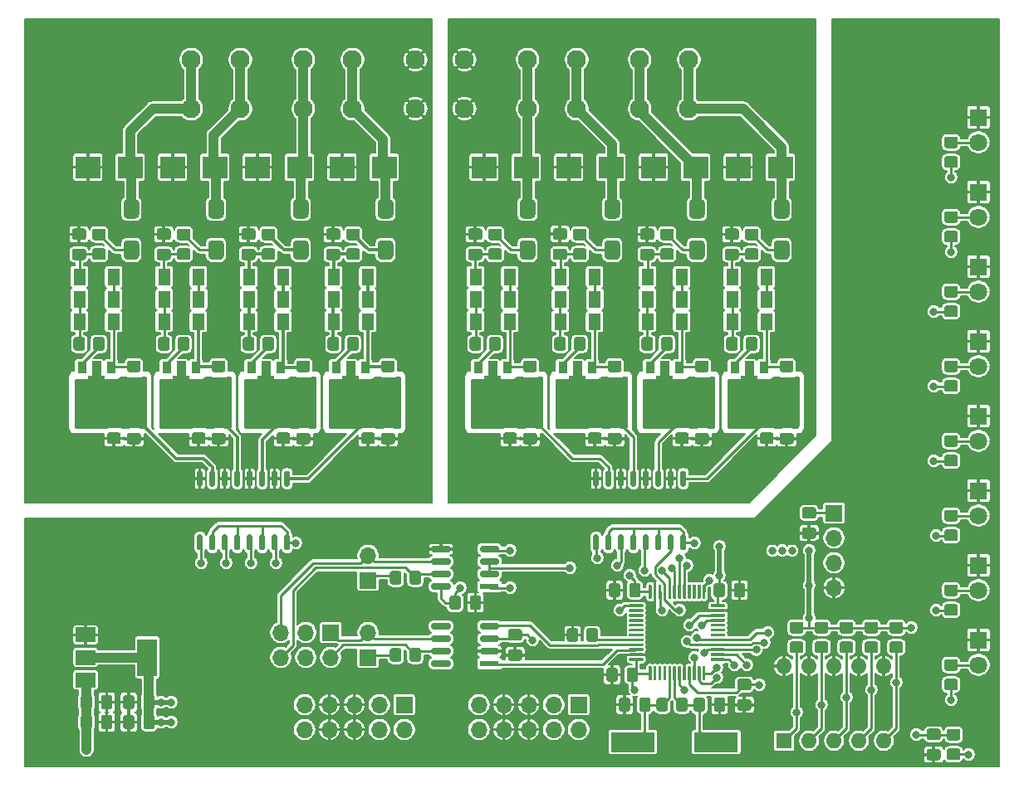
<source format=gbr>
%TF.GenerationSoftware,KiCad,Pcbnew,5.1.10-88a1d61d58~90~ubuntu20.04.1*%
%TF.CreationDate,2021-10-13T16:11:54+02:00*%
%TF.ProjectId,DI8_V1.1,4449385f-5631-42e3-912e-6b696361645f,rev?*%
%TF.SameCoordinates,Original*%
%TF.FileFunction,Copper,L1,Top*%
%TF.FilePolarity,Positive*%
%FSLAX46Y46*%
G04 Gerber Fmt 4.6, Leading zero omitted, Abs format (unit mm)*
G04 Created by KiCad (PCBNEW 5.1.10-88a1d61d58~90~ubuntu20.04.1) date 2021-10-13 16:11:54*
%MOMM*%
%LPD*%
G01*
G04 APERTURE LIST*
%TA.AperFunction,ComponentPad*%
%ADD10O,1.700000X1.700000*%
%TD*%
%TA.AperFunction,ComponentPad*%
%ADD11R,1.700000X1.700000*%
%TD*%
%TA.AperFunction,SMDPad,CuDef*%
%ADD12R,4.500000X2.000000*%
%TD*%
%TA.AperFunction,SMDPad,CuDef*%
%ADD13R,2.000000X1.500000*%
%TD*%
%TA.AperFunction,SMDPad,CuDef*%
%ADD14R,2.000000X3.800000*%
%TD*%
%TA.AperFunction,SMDPad,CuDef*%
%ADD15R,1.950000X0.600000*%
%TD*%
%TA.AperFunction,ComponentPad*%
%ADD16O,1.600000X1.600000*%
%TD*%
%TA.AperFunction,ComponentPad*%
%ADD17R,1.600000X1.600000*%
%TD*%
%TA.AperFunction,SMDPad,CuDef*%
%ADD18C,0.100000*%
%TD*%
%TA.AperFunction,SMDPad,CuDef*%
%ADD19R,0.900000X1.300000*%
%TD*%
%TA.AperFunction,ComponentPad*%
%ADD20C,1.950000*%
%TD*%
%TA.AperFunction,SMDPad,CuDef*%
%ADD21R,2.500000X2.300000*%
%TD*%
%TA.AperFunction,SMDPad,CuDef*%
%ADD22R,1.300000X1.700000*%
%TD*%
%TA.AperFunction,ComponentPad*%
%ADD23C,1.800000*%
%TD*%
%TA.AperFunction,ComponentPad*%
%ADD24R,1.800000X1.800000*%
%TD*%
%TA.AperFunction,ViaPad*%
%ADD25C,0.800000*%
%TD*%
%TA.AperFunction,Conductor*%
%ADD26C,0.250000*%
%TD*%
%TA.AperFunction,Conductor*%
%ADD27C,1.000000*%
%TD*%
%TA.AperFunction,Conductor*%
%ADD28C,0.500000*%
%TD*%
%TA.AperFunction,Conductor*%
%ADD29C,0.300000*%
%TD*%
%TA.AperFunction,Conductor*%
%ADD30C,0.254000*%
%TD*%
%TA.AperFunction,Conductor*%
%ADD31C,0.100000*%
%TD*%
%TA.AperFunction,Conductor*%
%ADD32C,0.127000*%
%TD*%
G04 APERTURE END LIST*
D10*
%TO.P,J1,4*%
%TO.N,GND*%
X124714000Y-117856000D03*
%TO.P,J1,3*%
%TO.N,SWCLK*%
X124714000Y-115316000D03*
%TO.P,J1,2*%
%TO.N,SWIO*%
X124714000Y-112776000D03*
D11*
%TO.P,J1,1*%
%TO.N,+3V3*%
X124714000Y-110236000D03*
%TD*%
D12*
%TO.P,Y1,2*%
%TO.N,Net-(C2-Pad2)*%
X112708000Y-133604000D03*
%TO.P,Y1,1*%
%TO.N,Net-(C1-Pad1)*%
X104208000Y-133604000D03*
%TD*%
%TO.P,U6,16*%
%TO.N,+3V3*%
%TA.AperFunction,SMDPad,CuDef*%
G36*
G01*
X109209500Y-112432000D02*
X109484500Y-112432000D01*
G75*
G02*
X109622000Y-112569500I0J-137500D01*
G01*
X109622000Y-113894500D01*
G75*
G02*
X109484500Y-114032000I-137500J0D01*
G01*
X109209500Y-114032000D01*
G75*
G02*
X109072000Y-113894500I0J137500D01*
G01*
X109072000Y-112569500D01*
G75*
G02*
X109209500Y-112432000I137500J0D01*
G01*
G37*
%TD.AperFunction*%
%TO.P,U6,15*%
%TO.N,CH8*%
%TA.AperFunction,SMDPad,CuDef*%
G36*
G01*
X107939500Y-112432000D02*
X108214500Y-112432000D01*
G75*
G02*
X108352000Y-112569500I0J-137500D01*
G01*
X108352000Y-113894500D01*
G75*
G02*
X108214500Y-114032000I-137500J0D01*
G01*
X107939500Y-114032000D01*
G75*
G02*
X107802000Y-113894500I0J137500D01*
G01*
X107802000Y-112569500D01*
G75*
G02*
X107939500Y-112432000I137500J0D01*
G01*
G37*
%TD.AperFunction*%
%TO.P,U6,14*%
%TO.N,+3V3*%
%TA.AperFunction,SMDPad,CuDef*%
G36*
G01*
X106669500Y-112432000D02*
X106944500Y-112432000D01*
G75*
G02*
X107082000Y-112569500I0J-137500D01*
G01*
X107082000Y-113894500D01*
G75*
G02*
X106944500Y-114032000I-137500J0D01*
G01*
X106669500Y-114032000D01*
G75*
G02*
X106532000Y-113894500I0J137500D01*
G01*
X106532000Y-112569500D01*
G75*
G02*
X106669500Y-112432000I137500J0D01*
G01*
G37*
%TD.AperFunction*%
%TO.P,U6,13*%
%TO.N,CH7*%
%TA.AperFunction,SMDPad,CuDef*%
G36*
G01*
X105399500Y-112432000D02*
X105674500Y-112432000D01*
G75*
G02*
X105812000Y-112569500I0J-137500D01*
G01*
X105812000Y-113894500D01*
G75*
G02*
X105674500Y-114032000I-137500J0D01*
G01*
X105399500Y-114032000D01*
G75*
G02*
X105262000Y-113894500I0J137500D01*
G01*
X105262000Y-112569500D01*
G75*
G02*
X105399500Y-112432000I137500J0D01*
G01*
G37*
%TD.AperFunction*%
%TO.P,U6,12*%
%TO.N,+3V3*%
%TA.AperFunction,SMDPad,CuDef*%
G36*
G01*
X104129500Y-112432000D02*
X104404500Y-112432000D01*
G75*
G02*
X104542000Y-112569500I0J-137500D01*
G01*
X104542000Y-113894500D01*
G75*
G02*
X104404500Y-114032000I-137500J0D01*
G01*
X104129500Y-114032000D01*
G75*
G02*
X103992000Y-113894500I0J137500D01*
G01*
X103992000Y-112569500D01*
G75*
G02*
X104129500Y-112432000I137500J0D01*
G01*
G37*
%TD.AperFunction*%
%TO.P,U6,11*%
%TO.N,CH6*%
%TA.AperFunction,SMDPad,CuDef*%
G36*
G01*
X102859500Y-112432000D02*
X103134500Y-112432000D01*
G75*
G02*
X103272000Y-112569500I0J-137500D01*
G01*
X103272000Y-113894500D01*
G75*
G02*
X103134500Y-114032000I-137500J0D01*
G01*
X102859500Y-114032000D01*
G75*
G02*
X102722000Y-113894500I0J137500D01*
G01*
X102722000Y-112569500D01*
G75*
G02*
X102859500Y-112432000I137500J0D01*
G01*
G37*
%TD.AperFunction*%
%TO.P,U6,10*%
%TO.N,+3V3*%
%TA.AperFunction,SMDPad,CuDef*%
G36*
G01*
X101589500Y-112432000D02*
X101864500Y-112432000D01*
G75*
G02*
X102002000Y-112569500I0J-137500D01*
G01*
X102002000Y-113894500D01*
G75*
G02*
X101864500Y-114032000I-137500J0D01*
G01*
X101589500Y-114032000D01*
G75*
G02*
X101452000Y-113894500I0J137500D01*
G01*
X101452000Y-112569500D01*
G75*
G02*
X101589500Y-112432000I137500J0D01*
G01*
G37*
%TD.AperFunction*%
%TO.P,U6,9*%
%TO.N,CH5*%
%TA.AperFunction,SMDPad,CuDef*%
G36*
G01*
X100319500Y-112432000D02*
X100594500Y-112432000D01*
G75*
G02*
X100732000Y-112569500I0J-137500D01*
G01*
X100732000Y-113894500D01*
G75*
G02*
X100594500Y-114032000I-137500J0D01*
G01*
X100319500Y-114032000D01*
G75*
G02*
X100182000Y-113894500I0J137500D01*
G01*
X100182000Y-112569500D01*
G75*
G02*
X100319500Y-112432000I137500J0D01*
G01*
G37*
%TD.AperFunction*%
%TO.P,U6,8*%
%TO.N,GND2*%
%TA.AperFunction,SMDPad,CuDef*%
G36*
G01*
X100319500Y-105932000D02*
X100594500Y-105932000D01*
G75*
G02*
X100732000Y-106069500I0J-137500D01*
G01*
X100732000Y-107394500D01*
G75*
G02*
X100594500Y-107532000I-137500J0D01*
G01*
X100319500Y-107532000D01*
G75*
G02*
X100182000Y-107394500I0J137500D01*
G01*
X100182000Y-106069500D01*
G75*
G02*
X100319500Y-105932000I137500J0D01*
G01*
G37*
%TD.AperFunction*%
%TO.P,U6,7*%
%TO.N,Net-(C19-Pad2)*%
%TA.AperFunction,SMDPad,CuDef*%
G36*
G01*
X101589500Y-105932000D02*
X101864500Y-105932000D01*
G75*
G02*
X102002000Y-106069500I0J-137500D01*
G01*
X102002000Y-107394500D01*
G75*
G02*
X101864500Y-107532000I-137500J0D01*
G01*
X101589500Y-107532000D01*
G75*
G02*
X101452000Y-107394500I0J137500D01*
G01*
X101452000Y-106069500D01*
G75*
G02*
X101589500Y-105932000I137500J0D01*
G01*
G37*
%TD.AperFunction*%
%TO.P,U6,6*%
%TO.N,GND2*%
%TA.AperFunction,SMDPad,CuDef*%
G36*
G01*
X102859500Y-105932000D02*
X103134500Y-105932000D01*
G75*
G02*
X103272000Y-106069500I0J-137500D01*
G01*
X103272000Y-107394500D01*
G75*
G02*
X103134500Y-107532000I-137500J0D01*
G01*
X102859500Y-107532000D01*
G75*
G02*
X102722000Y-107394500I0J137500D01*
G01*
X102722000Y-106069500D01*
G75*
G02*
X102859500Y-105932000I137500J0D01*
G01*
G37*
%TD.AperFunction*%
%TO.P,U6,5*%
%TO.N,Net-(C20-Pad2)*%
%TA.AperFunction,SMDPad,CuDef*%
G36*
G01*
X104129500Y-105932000D02*
X104404500Y-105932000D01*
G75*
G02*
X104542000Y-106069500I0J-137500D01*
G01*
X104542000Y-107394500D01*
G75*
G02*
X104404500Y-107532000I-137500J0D01*
G01*
X104129500Y-107532000D01*
G75*
G02*
X103992000Y-107394500I0J137500D01*
G01*
X103992000Y-106069500D01*
G75*
G02*
X104129500Y-105932000I137500J0D01*
G01*
G37*
%TD.AperFunction*%
%TO.P,U6,4*%
%TO.N,GND2*%
%TA.AperFunction,SMDPad,CuDef*%
G36*
G01*
X105399500Y-105932000D02*
X105674500Y-105932000D01*
G75*
G02*
X105812000Y-106069500I0J-137500D01*
G01*
X105812000Y-107394500D01*
G75*
G02*
X105674500Y-107532000I-137500J0D01*
G01*
X105399500Y-107532000D01*
G75*
G02*
X105262000Y-107394500I0J137500D01*
G01*
X105262000Y-106069500D01*
G75*
G02*
X105399500Y-105932000I137500J0D01*
G01*
G37*
%TD.AperFunction*%
%TO.P,U6,3*%
%TO.N,Net-(C21-Pad2)*%
%TA.AperFunction,SMDPad,CuDef*%
G36*
G01*
X106669500Y-105932000D02*
X106944500Y-105932000D01*
G75*
G02*
X107082000Y-106069500I0J-137500D01*
G01*
X107082000Y-107394500D01*
G75*
G02*
X106944500Y-107532000I-137500J0D01*
G01*
X106669500Y-107532000D01*
G75*
G02*
X106532000Y-107394500I0J137500D01*
G01*
X106532000Y-106069500D01*
G75*
G02*
X106669500Y-105932000I137500J0D01*
G01*
G37*
%TD.AperFunction*%
%TO.P,U6,2*%
%TO.N,GND2*%
%TA.AperFunction,SMDPad,CuDef*%
G36*
G01*
X107939500Y-105932000D02*
X108214500Y-105932000D01*
G75*
G02*
X108352000Y-106069500I0J-137500D01*
G01*
X108352000Y-107394500D01*
G75*
G02*
X108214500Y-107532000I-137500J0D01*
G01*
X107939500Y-107532000D01*
G75*
G02*
X107802000Y-107394500I0J137500D01*
G01*
X107802000Y-106069500D01*
G75*
G02*
X107939500Y-105932000I137500J0D01*
G01*
G37*
%TD.AperFunction*%
%TO.P,U6,1*%
%TO.N,Net-(C22-Pad2)*%
%TA.AperFunction,SMDPad,CuDef*%
G36*
G01*
X109209500Y-105932000D02*
X109484500Y-105932000D01*
G75*
G02*
X109622000Y-106069500I0J-137500D01*
G01*
X109622000Y-107394500D01*
G75*
G02*
X109484500Y-107532000I-137500J0D01*
G01*
X109209500Y-107532000D01*
G75*
G02*
X109072000Y-107394500I0J137500D01*
G01*
X109072000Y-106069500D01*
G75*
G02*
X109209500Y-105932000I137500J0D01*
G01*
G37*
%TD.AperFunction*%
%TD*%
%TO.P,U5,16*%
%TO.N,+3V3*%
%TA.AperFunction,SMDPad,CuDef*%
G36*
G01*
X68823500Y-112432000D02*
X69098500Y-112432000D01*
G75*
G02*
X69236000Y-112569500I0J-137500D01*
G01*
X69236000Y-113894500D01*
G75*
G02*
X69098500Y-114032000I-137500J0D01*
G01*
X68823500Y-114032000D01*
G75*
G02*
X68686000Y-113894500I0J137500D01*
G01*
X68686000Y-112569500D01*
G75*
G02*
X68823500Y-112432000I137500J0D01*
G01*
G37*
%TD.AperFunction*%
%TO.P,U5,15*%
%TO.N,CH4*%
%TA.AperFunction,SMDPad,CuDef*%
G36*
G01*
X67553500Y-112432000D02*
X67828500Y-112432000D01*
G75*
G02*
X67966000Y-112569500I0J-137500D01*
G01*
X67966000Y-113894500D01*
G75*
G02*
X67828500Y-114032000I-137500J0D01*
G01*
X67553500Y-114032000D01*
G75*
G02*
X67416000Y-113894500I0J137500D01*
G01*
X67416000Y-112569500D01*
G75*
G02*
X67553500Y-112432000I137500J0D01*
G01*
G37*
%TD.AperFunction*%
%TO.P,U5,14*%
%TO.N,+3V3*%
%TA.AperFunction,SMDPad,CuDef*%
G36*
G01*
X66283500Y-112432000D02*
X66558500Y-112432000D01*
G75*
G02*
X66696000Y-112569500I0J-137500D01*
G01*
X66696000Y-113894500D01*
G75*
G02*
X66558500Y-114032000I-137500J0D01*
G01*
X66283500Y-114032000D01*
G75*
G02*
X66146000Y-113894500I0J137500D01*
G01*
X66146000Y-112569500D01*
G75*
G02*
X66283500Y-112432000I137500J0D01*
G01*
G37*
%TD.AperFunction*%
%TO.P,U5,13*%
%TO.N,CH3*%
%TA.AperFunction,SMDPad,CuDef*%
G36*
G01*
X65013500Y-112432000D02*
X65288500Y-112432000D01*
G75*
G02*
X65426000Y-112569500I0J-137500D01*
G01*
X65426000Y-113894500D01*
G75*
G02*
X65288500Y-114032000I-137500J0D01*
G01*
X65013500Y-114032000D01*
G75*
G02*
X64876000Y-113894500I0J137500D01*
G01*
X64876000Y-112569500D01*
G75*
G02*
X65013500Y-112432000I137500J0D01*
G01*
G37*
%TD.AperFunction*%
%TO.P,U5,12*%
%TO.N,+3V3*%
%TA.AperFunction,SMDPad,CuDef*%
G36*
G01*
X63743500Y-112432000D02*
X64018500Y-112432000D01*
G75*
G02*
X64156000Y-112569500I0J-137500D01*
G01*
X64156000Y-113894500D01*
G75*
G02*
X64018500Y-114032000I-137500J0D01*
G01*
X63743500Y-114032000D01*
G75*
G02*
X63606000Y-113894500I0J137500D01*
G01*
X63606000Y-112569500D01*
G75*
G02*
X63743500Y-112432000I137500J0D01*
G01*
G37*
%TD.AperFunction*%
%TO.P,U5,11*%
%TO.N,CH2*%
%TA.AperFunction,SMDPad,CuDef*%
G36*
G01*
X62473500Y-112432000D02*
X62748500Y-112432000D01*
G75*
G02*
X62886000Y-112569500I0J-137500D01*
G01*
X62886000Y-113894500D01*
G75*
G02*
X62748500Y-114032000I-137500J0D01*
G01*
X62473500Y-114032000D01*
G75*
G02*
X62336000Y-113894500I0J137500D01*
G01*
X62336000Y-112569500D01*
G75*
G02*
X62473500Y-112432000I137500J0D01*
G01*
G37*
%TD.AperFunction*%
%TO.P,U5,10*%
%TO.N,+3V3*%
%TA.AperFunction,SMDPad,CuDef*%
G36*
G01*
X61203500Y-112432000D02*
X61478500Y-112432000D01*
G75*
G02*
X61616000Y-112569500I0J-137500D01*
G01*
X61616000Y-113894500D01*
G75*
G02*
X61478500Y-114032000I-137500J0D01*
G01*
X61203500Y-114032000D01*
G75*
G02*
X61066000Y-113894500I0J137500D01*
G01*
X61066000Y-112569500D01*
G75*
G02*
X61203500Y-112432000I137500J0D01*
G01*
G37*
%TD.AperFunction*%
%TO.P,U5,9*%
%TO.N,CH1*%
%TA.AperFunction,SMDPad,CuDef*%
G36*
G01*
X59933500Y-112432000D02*
X60208500Y-112432000D01*
G75*
G02*
X60346000Y-112569500I0J-137500D01*
G01*
X60346000Y-113894500D01*
G75*
G02*
X60208500Y-114032000I-137500J0D01*
G01*
X59933500Y-114032000D01*
G75*
G02*
X59796000Y-113894500I0J137500D01*
G01*
X59796000Y-112569500D01*
G75*
G02*
X59933500Y-112432000I137500J0D01*
G01*
G37*
%TD.AperFunction*%
%TO.P,U5,8*%
%TO.N,GND1*%
%TA.AperFunction,SMDPad,CuDef*%
G36*
G01*
X59933500Y-105932000D02*
X60208500Y-105932000D01*
G75*
G02*
X60346000Y-106069500I0J-137500D01*
G01*
X60346000Y-107394500D01*
G75*
G02*
X60208500Y-107532000I-137500J0D01*
G01*
X59933500Y-107532000D01*
G75*
G02*
X59796000Y-107394500I0J137500D01*
G01*
X59796000Y-106069500D01*
G75*
G02*
X59933500Y-105932000I137500J0D01*
G01*
G37*
%TD.AperFunction*%
%TO.P,U5,7*%
%TO.N,Net-(C15-Pad2)*%
%TA.AperFunction,SMDPad,CuDef*%
G36*
G01*
X61203500Y-105932000D02*
X61478500Y-105932000D01*
G75*
G02*
X61616000Y-106069500I0J-137500D01*
G01*
X61616000Y-107394500D01*
G75*
G02*
X61478500Y-107532000I-137500J0D01*
G01*
X61203500Y-107532000D01*
G75*
G02*
X61066000Y-107394500I0J137500D01*
G01*
X61066000Y-106069500D01*
G75*
G02*
X61203500Y-105932000I137500J0D01*
G01*
G37*
%TD.AperFunction*%
%TO.P,U5,6*%
%TO.N,GND1*%
%TA.AperFunction,SMDPad,CuDef*%
G36*
G01*
X62473500Y-105932000D02*
X62748500Y-105932000D01*
G75*
G02*
X62886000Y-106069500I0J-137500D01*
G01*
X62886000Y-107394500D01*
G75*
G02*
X62748500Y-107532000I-137500J0D01*
G01*
X62473500Y-107532000D01*
G75*
G02*
X62336000Y-107394500I0J137500D01*
G01*
X62336000Y-106069500D01*
G75*
G02*
X62473500Y-105932000I137500J0D01*
G01*
G37*
%TD.AperFunction*%
%TO.P,U5,5*%
%TO.N,Net-(C16-Pad2)*%
%TA.AperFunction,SMDPad,CuDef*%
G36*
G01*
X63743500Y-105932000D02*
X64018500Y-105932000D01*
G75*
G02*
X64156000Y-106069500I0J-137500D01*
G01*
X64156000Y-107394500D01*
G75*
G02*
X64018500Y-107532000I-137500J0D01*
G01*
X63743500Y-107532000D01*
G75*
G02*
X63606000Y-107394500I0J137500D01*
G01*
X63606000Y-106069500D01*
G75*
G02*
X63743500Y-105932000I137500J0D01*
G01*
G37*
%TD.AperFunction*%
%TO.P,U5,4*%
%TO.N,GND1*%
%TA.AperFunction,SMDPad,CuDef*%
G36*
G01*
X65013500Y-105932000D02*
X65288500Y-105932000D01*
G75*
G02*
X65426000Y-106069500I0J-137500D01*
G01*
X65426000Y-107394500D01*
G75*
G02*
X65288500Y-107532000I-137500J0D01*
G01*
X65013500Y-107532000D01*
G75*
G02*
X64876000Y-107394500I0J137500D01*
G01*
X64876000Y-106069500D01*
G75*
G02*
X65013500Y-105932000I137500J0D01*
G01*
G37*
%TD.AperFunction*%
%TO.P,U5,3*%
%TO.N,Net-(C17-Pad2)*%
%TA.AperFunction,SMDPad,CuDef*%
G36*
G01*
X66283500Y-105932000D02*
X66558500Y-105932000D01*
G75*
G02*
X66696000Y-106069500I0J-137500D01*
G01*
X66696000Y-107394500D01*
G75*
G02*
X66558500Y-107532000I-137500J0D01*
G01*
X66283500Y-107532000D01*
G75*
G02*
X66146000Y-107394500I0J137500D01*
G01*
X66146000Y-106069500D01*
G75*
G02*
X66283500Y-105932000I137500J0D01*
G01*
G37*
%TD.AperFunction*%
%TO.P,U5,2*%
%TO.N,GND1*%
%TA.AperFunction,SMDPad,CuDef*%
G36*
G01*
X67553500Y-105932000D02*
X67828500Y-105932000D01*
G75*
G02*
X67966000Y-106069500I0J-137500D01*
G01*
X67966000Y-107394500D01*
G75*
G02*
X67828500Y-107532000I-137500J0D01*
G01*
X67553500Y-107532000D01*
G75*
G02*
X67416000Y-107394500I0J137500D01*
G01*
X67416000Y-106069500D01*
G75*
G02*
X67553500Y-105932000I137500J0D01*
G01*
G37*
%TD.AperFunction*%
%TO.P,U5,1*%
%TO.N,Net-(C18-Pad2)*%
%TA.AperFunction,SMDPad,CuDef*%
G36*
G01*
X68823500Y-105932000D02*
X69098500Y-105932000D01*
G75*
G02*
X69236000Y-106069500I0J-137500D01*
G01*
X69236000Y-107394500D01*
G75*
G02*
X69098500Y-107532000I-137500J0D01*
G01*
X68823500Y-107532000D01*
G75*
G02*
X68686000Y-107394500I0J137500D01*
G01*
X68686000Y-106069500D01*
G75*
G02*
X68823500Y-105932000I137500J0D01*
G01*
G37*
%TD.AperFunction*%
%TD*%
D13*
%TO.P,U4,1*%
%TO.N,GND*%
X48412000Y-122668000D03*
%TO.P,U4,3*%
%TO.N,VCC*%
X48412000Y-127268000D03*
%TO.P,U4,2*%
%TO.N,+3V3*%
X48412000Y-124968000D03*
D14*
X54712000Y-124968000D03*
%TD*%
%TO.P,U3,48*%
%TO.N,+3V3*%
%TA.AperFunction,SMDPad,CuDef*%
G36*
G01*
X105212000Y-125328000D02*
X103887000Y-125328000D01*
G75*
G02*
X103812000Y-125253000I0J75000D01*
G01*
X103812000Y-125103000D01*
G75*
G02*
X103887000Y-125028000I75000J0D01*
G01*
X105212000Y-125028000D01*
G75*
G02*
X105287000Y-125103000I0J-75000D01*
G01*
X105287000Y-125253000D01*
G75*
G02*
X105212000Y-125328000I-75000J0D01*
G01*
G37*
%TD.AperFunction*%
%TO.P,U3,47*%
%TO.N,GND*%
%TA.AperFunction,SMDPad,CuDef*%
G36*
G01*
X105212000Y-124828000D02*
X103887000Y-124828000D01*
G75*
G02*
X103812000Y-124753000I0J75000D01*
G01*
X103812000Y-124603000D01*
G75*
G02*
X103887000Y-124528000I75000J0D01*
G01*
X105212000Y-124528000D01*
G75*
G02*
X105287000Y-124603000I0J-75000D01*
G01*
X105287000Y-124753000D01*
G75*
G02*
X105212000Y-124828000I-75000J0D01*
G01*
G37*
%TD.AperFunction*%
%TO.P,U3,46*%
%TO.N,CAN_TD*%
%TA.AperFunction,SMDPad,CuDef*%
G36*
G01*
X105212000Y-124328000D02*
X103887000Y-124328000D01*
G75*
G02*
X103812000Y-124253000I0J75000D01*
G01*
X103812000Y-124103000D01*
G75*
G02*
X103887000Y-124028000I75000J0D01*
G01*
X105212000Y-124028000D01*
G75*
G02*
X105287000Y-124103000I0J-75000D01*
G01*
X105287000Y-124253000D01*
G75*
G02*
X105212000Y-124328000I-75000J0D01*
G01*
G37*
%TD.AperFunction*%
%TO.P,U3,45*%
%TO.N,CAN_RD*%
%TA.AperFunction,SMDPad,CuDef*%
G36*
G01*
X105212000Y-123828000D02*
X103887000Y-123828000D01*
G75*
G02*
X103812000Y-123753000I0J75000D01*
G01*
X103812000Y-123603000D01*
G75*
G02*
X103887000Y-123528000I75000J0D01*
G01*
X105212000Y-123528000D01*
G75*
G02*
X105287000Y-123603000I0J-75000D01*
G01*
X105287000Y-123753000D01*
G75*
G02*
X105212000Y-123828000I-75000J0D01*
G01*
G37*
%TD.AperFunction*%
%TO.P,U3,44*%
%TO.N,Net-(R2-Pad1)*%
%TA.AperFunction,SMDPad,CuDef*%
G36*
G01*
X105212000Y-123328000D02*
X103887000Y-123328000D01*
G75*
G02*
X103812000Y-123253000I0J75000D01*
G01*
X103812000Y-123103000D01*
G75*
G02*
X103887000Y-123028000I75000J0D01*
G01*
X105212000Y-123028000D01*
G75*
G02*
X105287000Y-123103000I0J-75000D01*
G01*
X105287000Y-123253000D01*
G75*
G02*
X105212000Y-123328000I-75000J0D01*
G01*
G37*
%TD.AperFunction*%
%TO.P,U3,43*%
%TO.N,Net-(U3-Pad43)*%
%TA.AperFunction,SMDPad,CuDef*%
G36*
G01*
X105212000Y-122828000D02*
X103887000Y-122828000D01*
G75*
G02*
X103812000Y-122753000I0J75000D01*
G01*
X103812000Y-122603000D01*
G75*
G02*
X103887000Y-122528000I75000J0D01*
G01*
X105212000Y-122528000D01*
G75*
G02*
X105287000Y-122603000I0J-75000D01*
G01*
X105287000Y-122753000D01*
G75*
G02*
X105212000Y-122828000I-75000J0D01*
G01*
G37*
%TD.AperFunction*%
%TO.P,U3,42*%
%TO.N,Net-(U3-Pad42)*%
%TA.AperFunction,SMDPad,CuDef*%
G36*
G01*
X105212000Y-122328000D02*
X103887000Y-122328000D01*
G75*
G02*
X103812000Y-122253000I0J75000D01*
G01*
X103812000Y-122103000D01*
G75*
G02*
X103887000Y-122028000I75000J0D01*
G01*
X105212000Y-122028000D01*
G75*
G02*
X105287000Y-122103000I0J-75000D01*
G01*
X105287000Y-122253000D01*
G75*
G02*
X105212000Y-122328000I-75000J0D01*
G01*
G37*
%TD.AperFunction*%
%TO.P,U3,41*%
%TO.N,Net-(U3-Pad41)*%
%TA.AperFunction,SMDPad,CuDef*%
G36*
G01*
X105212000Y-121828000D02*
X103887000Y-121828000D01*
G75*
G02*
X103812000Y-121753000I0J75000D01*
G01*
X103812000Y-121603000D01*
G75*
G02*
X103887000Y-121528000I75000J0D01*
G01*
X105212000Y-121528000D01*
G75*
G02*
X105287000Y-121603000I0J-75000D01*
G01*
X105287000Y-121753000D01*
G75*
G02*
X105212000Y-121828000I-75000J0D01*
G01*
G37*
%TD.AperFunction*%
%TO.P,U3,40*%
%TO.N,Net-(U3-Pad40)*%
%TA.AperFunction,SMDPad,CuDef*%
G36*
G01*
X105212000Y-121328000D02*
X103887000Y-121328000D01*
G75*
G02*
X103812000Y-121253000I0J75000D01*
G01*
X103812000Y-121103000D01*
G75*
G02*
X103887000Y-121028000I75000J0D01*
G01*
X105212000Y-121028000D01*
G75*
G02*
X105287000Y-121103000I0J-75000D01*
G01*
X105287000Y-121253000D01*
G75*
G02*
X105212000Y-121328000I-75000J0D01*
G01*
G37*
%TD.AperFunction*%
%TO.P,U3,39*%
%TO.N,Net-(U3-Pad39)*%
%TA.AperFunction,SMDPad,CuDef*%
G36*
G01*
X105212000Y-120828000D02*
X103887000Y-120828000D01*
G75*
G02*
X103812000Y-120753000I0J75000D01*
G01*
X103812000Y-120603000D01*
G75*
G02*
X103887000Y-120528000I75000J0D01*
G01*
X105212000Y-120528000D01*
G75*
G02*
X105287000Y-120603000I0J-75000D01*
G01*
X105287000Y-120753000D01*
G75*
G02*
X105212000Y-120828000I-75000J0D01*
G01*
G37*
%TD.AperFunction*%
%TO.P,U3,38*%
%TO.N,Net-(U3-Pad38)*%
%TA.AperFunction,SMDPad,CuDef*%
G36*
G01*
X105212000Y-120328000D02*
X103887000Y-120328000D01*
G75*
G02*
X103812000Y-120253000I0J75000D01*
G01*
X103812000Y-120103000D01*
G75*
G02*
X103887000Y-120028000I75000J0D01*
G01*
X105212000Y-120028000D01*
G75*
G02*
X105287000Y-120103000I0J-75000D01*
G01*
X105287000Y-120253000D01*
G75*
G02*
X105212000Y-120328000I-75000J0D01*
G01*
G37*
%TD.AperFunction*%
%TO.P,U3,37*%
%TO.N,SWCLK*%
%TA.AperFunction,SMDPad,CuDef*%
G36*
G01*
X105212000Y-119828000D02*
X103887000Y-119828000D01*
G75*
G02*
X103812000Y-119753000I0J75000D01*
G01*
X103812000Y-119603000D01*
G75*
G02*
X103887000Y-119528000I75000J0D01*
G01*
X105212000Y-119528000D01*
G75*
G02*
X105287000Y-119603000I0J-75000D01*
G01*
X105287000Y-119753000D01*
G75*
G02*
X105212000Y-119828000I-75000J0D01*
G01*
G37*
%TD.AperFunction*%
%TO.P,U3,36*%
%TO.N,+3V3*%
%TA.AperFunction,SMDPad,CuDef*%
G36*
G01*
X106037000Y-119003000D02*
X105887000Y-119003000D01*
G75*
G02*
X105812000Y-118928000I0J75000D01*
G01*
X105812000Y-117603000D01*
G75*
G02*
X105887000Y-117528000I75000J0D01*
G01*
X106037000Y-117528000D01*
G75*
G02*
X106112000Y-117603000I0J-75000D01*
G01*
X106112000Y-118928000D01*
G75*
G02*
X106037000Y-119003000I-75000J0D01*
G01*
G37*
%TD.AperFunction*%
%TO.P,U3,35*%
%TO.N,GND*%
%TA.AperFunction,SMDPad,CuDef*%
G36*
G01*
X106537000Y-119003000D02*
X106387000Y-119003000D01*
G75*
G02*
X106312000Y-118928000I0J75000D01*
G01*
X106312000Y-117603000D01*
G75*
G02*
X106387000Y-117528000I75000J0D01*
G01*
X106537000Y-117528000D01*
G75*
G02*
X106612000Y-117603000I0J-75000D01*
G01*
X106612000Y-118928000D01*
G75*
G02*
X106537000Y-119003000I-75000J0D01*
G01*
G37*
%TD.AperFunction*%
%TO.P,U3,34*%
%TO.N,SWIO*%
%TA.AperFunction,SMDPad,CuDef*%
G36*
G01*
X107037000Y-119003000D02*
X106887000Y-119003000D01*
G75*
G02*
X106812000Y-118928000I0J75000D01*
G01*
X106812000Y-117603000D01*
G75*
G02*
X106887000Y-117528000I75000J0D01*
G01*
X107037000Y-117528000D01*
G75*
G02*
X107112000Y-117603000I0J-75000D01*
G01*
X107112000Y-118928000D01*
G75*
G02*
X107037000Y-119003000I-75000J0D01*
G01*
G37*
%TD.AperFunction*%
%TO.P,U3,33*%
%TO.N,CH8*%
%TA.AperFunction,SMDPad,CuDef*%
G36*
G01*
X107537000Y-119003000D02*
X107387000Y-119003000D01*
G75*
G02*
X107312000Y-118928000I0J75000D01*
G01*
X107312000Y-117603000D01*
G75*
G02*
X107387000Y-117528000I75000J0D01*
G01*
X107537000Y-117528000D01*
G75*
G02*
X107612000Y-117603000I0J-75000D01*
G01*
X107612000Y-118928000D01*
G75*
G02*
X107537000Y-119003000I-75000J0D01*
G01*
G37*
%TD.AperFunction*%
%TO.P,U3,32*%
%TO.N,CH7*%
%TA.AperFunction,SMDPad,CuDef*%
G36*
G01*
X108037000Y-119003000D02*
X107887000Y-119003000D01*
G75*
G02*
X107812000Y-118928000I0J75000D01*
G01*
X107812000Y-117603000D01*
G75*
G02*
X107887000Y-117528000I75000J0D01*
G01*
X108037000Y-117528000D01*
G75*
G02*
X108112000Y-117603000I0J-75000D01*
G01*
X108112000Y-118928000D01*
G75*
G02*
X108037000Y-119003000I-75000J0D01*
G01*
G37*
%TD.AperFunction*%
%TO.P,U3,31*%
%TO.N,CH6*%
%TA.AperFunction,SMDPad,CuDef*%
G36*
G01*
X108537000Y-119003000D02*
X108387000Y-119003000D01*
G75*
G02*
X108312000Y-118928000I0J75000D01*
G01*
X108312000Y-117603000D01*
G75*
G02*
X108387000Y-117528000I75000J0D01*
G01*
X108537000Y-117528000D01*
G75*
G02*
X108612000Y-117603000I0J-75000D01*
G01*
X108612000Y-118928000D01*
G75*
G02*
X108537000Y-119003000I-75000J0D01*
G01*
G37*
%TD.AperFunction*%
%TO.P,U3,30*%
%TO.N,CH5*%
%TA.AperFunction,SMDPad,CuDef*%
G36*
G01*
X109037000Y-119003000D02*
X108887000Y-119003000D01*
G75*
G02*
X108812000Y-118928000I0J75000D01*
G01*
X108812000Y-117603000D01*
G75*
G02*
X108887000Y-117528000I75000J0D01*
G01*
X109037000Y-117528000D01*
G75*
G02*
X109112000Y-117603000I0J-75000D01*
G01*
X109112000Y-118928000D01*
G75*
G02*
X109037000Y-119003000I-75000J0D01*
G01*
G37*
%TD.AperFunction*%
%TO.P,U3,29*%
%TO.N,CH4*%
%TA.AperFunction,SMDPad,CuDef*%
G36*
G01*
X109537000Y-119003000D02*
X109387000Y-119003000D01*
G75*
G02*
X109312000Y-118928000I0J75000D01*
G01*
X109312000Y-117603000D01*
G75*
G02*
X109387000Y-117528000I75000J0D01*
G01*
X109537000Y-117528000D01*
G75*
G02*
X109612000Y-117603000I0J-75000D01*
G01*
X109612000Y-118928000D01*
G75*
G02*
X109537000Y-119003000I-75000J0D01*
G01*
G37*
%TD.AperFunction*%
%TO.P,U3,28*%
%TO.N,Net-(U3-Pad28)*%
%TA.AperFunction,SMDPad,CuDef*%
G36*
G01*
X110037000Y-119003000D02*
X109887000Y-119003000D01*
G75*
G02*
X109812000Y-118928000I0J75000D01*
G01*
X109812000Y-117603000D01*
G75*
G02*
X109887000Y-117528000I75000J0D01*
G01*
X110037000Y-117528000D01*
G75*
G02*
X110112000Y-117603000I0J-75000D01*
G01*
X110112000Y-118928000D01*
G75*
G02*
X110037000Y-119003000I-75000J0D01*
G01*
G37*
%TD.AperFunction*%
%TO.P,U3,27*%
%TO.N,Net-(U3-Pad27)*%
%TA.AperFunction,SMDPad,CuDef*%
G36*
G01*
X110537000Y-119003000D02*
X110387000Y-119003000D01*
G75*
G02*
X110312000Y-118928000I0J75000D01*
G01*
X110312000Y-117603000D01*
G75*
G02*
X110387000Y-117528000I75000J0D01*
G01*
X110537000Y-117528000D01*
G75*
G02*
X110612000Y-117603000I0J-75000D01*
G01*
X110612000Y-118928000D01*
G75*
G02*
X110537000Y-119003000I-75000J0D01*
G01*
G37*
%TD.AperFunction*%
%TO.P,U3,26*%
%TO.N,Net-(U3-Pad26)*%
%TA.AperFunction,SMDPad,CuDef*%
G36*
G01*
X111037000Y-119003000D02*
X110887000Y-119003000D01*
G75*
G02*
X110812000Y-118928000I0J75000D01*
G01*
X110812000Y-117603000D01*
G75*
G02*
X110887000Y-117528000I75000J0D01*
G01*
X111037000Y-117528000D01*
G75*
G02*
X111112000Y-117603000I0J-75000D01*
G01*
X111112000Y-118928000D01*
G75*
G02*
X111037000Y-119003000I-75000J0D01*
G01*
G37*
%TD.AperFunction*%
%TO.P,U3,25*%
%TO.N,DIR*%
%TA.AperFunction,SMDPad,CuDef*%
G36*
G01*
X111537000Y-119003000D02*
X111387000Y-119003000D01*
G75*
G02*
X111312000Y-118928000I0J75000D01*
G01*
X111312000Y-117603000D01*
G75*
G02*
X111387000Y-117528000I75000J0D01*
G01*
X111537000Y-117528000D01*
G75*
G02*
X111612000Y-117603000I0J-75000D01*
G01*
X111612000Y-118928000D01*
G75*
G02*
X111537000Y-119003000I-75000J0D01*
G01*
G37*
%TD.AperFunction*%
%TO.P,U3,24*%
%TO.N,+3V3*%
%TA.AperFunction,SMDPad,CuDef*%
G36*
G01*
X113537000Y-119828000D02*
X112212000Y-119828000D01*
G75*
G02*
X112137000Y-119753000I0J75000D01*
G01*
X112137000Y-119603000D01*
G75*
G02*
X112212000Y-119528000I75000J0D01*
G01*
X113537000Y-119528000D01*
G75*
G02*
X113612000Y-119603000I0J-75000D01*
G01*
X113612000Y-119753000D01*
G75*
G02*
X113537000Y-119828000I-75000J0D01*
G01*
G37*
%TD.AperFunction*%
%TO.P,U3,23*%
%TO.N,GND*%
%TA.AperFunction,SMDPad,CuDef*%
G36*
G01*
X113537000Y-120328000D02*
X112212000Y-120328000D01*
G75*
G02*
X112137000Y-120253000I0J75000D01*
G01*
X112137000Y-120103000D01*
G75*
G02*
X112212000Y-120028000I75000J0D01*
G01*
X113537000Y-120028000D01*
G75*
G02*
X113612000Y-120103000I0J-75000D01*
G01*
X113612000Y-120253000D01*
G75*
G02*
X113537000Y-120328000I-75000J0D01*
G01*
G37*
%TD.AperFunction*%
%TO.P,U3,22*%
%TO.N,RXD*%
%TA.AperFunction,SMDPad,CuDef*%
G36*
G01*
X113537000Y-120828000D02*
X112212000Y-120828000D01*
G75*
G02*
X112137000Y-120753000I0J75000D01*
G01*
X112137000Y-120603000D01*
G75*
G02*
X112212000Y-120528000I75000J0D01*
G01*
X113537000Y-120528000D01*
G75*
G02*
X113612000Y-120603000I0J-75000D01*
G01*
X113612000Y-120753000D01*
G75*
G02*
X113537000Y-120828000I-75000J0D01*
G01*
G37*
%TD.AperFunction*%
%TO.P,U3,21*%
%TO.N,TXD*%
%TA.AperFunction,SMDPad,CuDef*%
G36*
G01*
X113537000Y-121328000D02*
X112212000Y-121328000D01*
G75*
G02*
X112137000Y-121253000I0J75000D01*
G01*
X112137000Y-121103000D01*
G75*
G02*
X112212000Y-121028000I75000J0D01*
G01*
X113537000Y-121028000D01*
G75*
G02*
X113612000Y-121103000I0J-75000D01*
G01*
X113612000Y-121253000D01*
G75*
G02*
X113537000Y-121328000I-75000J0D01*
G01*
G37*
%TD.AperFunction*%
%TO.P,U3,20*%
%TO.N,Net-(U3-Pad20)*%
%TA.AperFunction,SMDPad,CuDef*%
G36*
G01*
X113537000Y-121828000D02*
X112212000Y-121828000D01*
G75*
G02*
X112137000Y-121753000I0J75000D01*
G01*
X112137000Y-121603000D01*
G75*
G02*
X112212000Y-121528000I75000J0D01*
G01*
X113537000Y-121528000D01*
G75*
G02*
X113612000Y-121603000I0J-75000D01*
G01*
X113612000Y-121753000D01*
G75*
G02*
X113537000Y-121828000I-75000J0D01*
G01*
G37*
%TD.AperFunction*%
%TO.P,U3,19*%
%TO.N,Net-(U3-Pad19)*%
%TA.AperFunction,SMDPad,CuDef*%
G36*
G01*
X113537000Y-122328000D02*
X112212000Y-122328000D01*
G75*
G02*
X112137000Y-122253000I0J75000D01*
G01*
X112137000Y-122103000D01*
G75*
G02*
X112212000Y-122028000I75000J0D01*
G01*
X113537000Y-122028000D01*
G75*
G02*
X113612000Y-122103000I0J-75000D01*
G01*
X113612000Y-122253000D01*
G75*
G02*
X113537000Y-122328000I-75000J0D01*
G01*
G37*
%TD.AperFunction*%
%TO.P,U3,18*%
%TO.N,Net-(U3-Pad18)*%
%TA.AperFunction,SMDPad,CuDef*%
G36*
G01*
X113537000Y-122828000D02*
X112212000Y-122828000D01*
G75*
G02*
X112137000Y-122753000I0J75000D01*
G01*
X112137000Y-122603000D01*
G75*
G02*
X112212000Y-122528000I75000J0D01*
G01*
X113537000Y-122528000D01*
G75*
G02*
X113612000Y-122603000I0J-75000D01*
G01*
X113612000Y-122753000D01*
G75*
G02*
X113537000Y-122828000I-75000J0D01*
G01*
G37*
%TD.AperFunction*%
%TO.P,U3,17*%
%TO.N,CH3*%
%TA.AperFunction,SMDPad,CuDef*%
G36*
G01*
X113537000Y-123328000D02*
X112212000Y-123328000D01*
G75*
G02*
X112137000Y-123253000I0J75000D01*
G01*
X112137000Y-123103000D01*
G75*
G02*
X112212000Y-123028000I75000J0D01*
G01*
X113537000Y-123028000D01*
G75*
G02*
X113612000Y-123103000I0J-75000D01*
G01*
X113612000Y-123253000D01*
G75*
G02*
X113537000Y-123328000I-75000J0D01*
G01*
G37*
%TD.AperFunction*%
%TO.P,U3,16*%
%TO.N,CH2*%
%TA.AperFunction,SMDPad,CuDef*%
G36*
G01*
X113537000Y-123828000D02*
X112212000Y-123828000D01*
G75*
G02*
X112137000Y-123753000I0J75000D01*
G01*
X112137000Y-123603000D01*
G75*
G02*
X112212000Y-123528000I75000J0D01*
G01*
X113537000Y-123528000D01*
G75*
G02*
X113612000Y-123603000I0J-75000D01*
G01*
X113612000Y-123753000D01*
G75*
G02*
X113537000Y-123828000I-75000J0D01*
G01*
G37*
%TD.AperFunction*%
%TO.P,U3,15*%
%TO.N,CH1*%
%TA.AperFunction,SMDPad,CuDef*%
G36*
G01*
X113537000Y-124328000D02*
X112212000Y-124328000D01*
G75*
G02*
X112137000Y-124253000I0J75000D01*
G01*
X112137000Y-124103000D01*
G75*
G02*
X112212000Y-124028000I75000J0D01*
G01*
X113537000Y-124028000D01*
G75*
G02*
X113612000Y-124103000I0J-75000D01*
G01*
X113612000Y-124253000D01*
G75*
G02*
X113537000Y-124328000I-75000J0D01*
G01*
G37*
%TD.AperFunction*%
%TO.P,U3,14*%
%TO.N,Net-(R10-Pad1)*%
%TA.AperFunction,SMDPad,CuDef*%
G36*
G01*
X113537000Y-124828000D02*
X112212000Y-124828000D01*
G75*
G02*
X112137000Y-124753000I0J75000D01*
G01*
X112137000Y-124603000D01*
G75*
G02*
X112212000Y-124528000I75000J0D01*
G01*
X113537000Y-124528000D01*
G75*
G02*
X113612000Y-124603000I0J-75000D01*
G01*
X113612000Y-124753000D01*
G75*
G02*
X113537000Y-124828000I-75000J0D01*
G01*
G37*
%TD.AperFunction*%
%TO.P,U3,13*%
%TO.N,Net-(R9-Pad1)*%
%TA.AperFunction,SMDPad,CuDef*%
G36*
G01*
X113537000Y-125328000D02*
X112212000Y-125328000D01*
G75*
G02*
X112137000Y-125253000I0J75000D01*
G01*
X112137000Y-125103000D01*
G75*
G02*
X112212000Y-125028000I75000J0D01*
G01*
X113537000Y-125028000D01*
G75*
G02*
X113612000Y-125103000I0J-75000D01*
G01*
X113612000Y-125253000D01*
G75*
G02*
X113537000Y-125328000I-75000J0D01*
G01*
G37*
%TD.AperFunction*%
%TO.P,U3,12*%
%TO.N,Net-(R6-Pad1)*%
%TA.AperFunction,SMDPad,CuDef*%
G36*
G01*
X111537000Y-127328000D02*
X111387000Y-127328000D01*
G75*
G02*
X111312000Y-127253000I0J75000D01*
G01*
X111312000Y-125928000D01*
G75*
G02*
X111387000Y-125853000I75000J0D01*
G01*
X111537000Y-125853000D01*
G75*
G02*
X111612000Y-125928000I0J-75000D01*
G01*
X111612000Y-127253000D01*
G75*
G02*
X111537000Y-127328000I-75000J0D01*
G01*
G37*
%TD.AperFunction*%
%TO.P,U3,11*%
%TO.N,Net-(R5-Pad1)*%
%TA.AperFunction,SMDPad,CuDef*%
G36*
G01*
X111037000Y-127328000D02*
X110887000Y-127328000D01*
G75*
G02*
X110812000Y-127253000I0J75000D01*
G01*
X110812000Y-125928000D01*
G75*
G02*
X110887000Y-125853000I75000J0D01*
G01*
X111037000Y-125853000D01*
G75*
G02*
X111112000Y-125928000I0J-75000D01*
G01*
X111112000Y-127253000D01*
G75*
G02*
X111037000Y-127328000I-75000J0D01*
G01*
G37*
%TD.AperFunction*%
%TO.P,U3,10*%
%TO.N,Net-(R4-Pad1)*%
%TA.AperFunction,SMDPad,CuDef*%
G36*
G01*
X110537000Y-127328000D02*
X110387000Y-127328000D01*
G75*
G02*
X110312000Y-127253000I0J75000D01*
G01*
X110312000Y-125928000D01*
G75*
G02*
X110387000Y-125853000I75000J0D01*
G01*
X110537000Y-125853000D01*
G75*
G02*
X110612000Y-125928000I0J-75000D01*
G01*
X110612000Y-127253000D01*
G75*
G02*
X110537000Y-127328000I-75000J0D01*
G01*
G37*
%TD.AperFunction*%
%TO.P,U3,9*%
%TO.N,+3V3*%
%TA.AperFunction,SMDPad,CuDef*%
G36*
G01*
X110037000Y-127328000D02*
X109887000Y-127328000D01*
G75*
G02*
X109812000Y-127253000I0J75000D01*
G01*
X109812000Y-125928000D01*
G75*
G02*
X109887000Y-125853000I75000J0D01*
G01*
X110037000Y-125853000D01*
G75*
G02*
X110112000Y-125928000I0J-75000D01*
G01*
X110112000Y-127253000D01*
G75*
G02*
X110037000Y-127328000I-75000J0D01*
G01*
G37*
%TD.AperFunction*%
%TO.P,U3,8*%
%TO.N,GND*%
%TA.AperFunction,SMDPad,CuDef*%
G36*
G01*
X109537000Y-127328000D02*
X109387000Y-127328000D01*
G75*
G02*
X109312000Y-127253000I0J75000D01*
G01*
X109312000Y-125928000D01*
G75*
G02*
X109387000Y-125853000I75000J0D01*
G01*
X109537000Y-125853000D01*
G75*
G02*
X109612000Y-125928000I0J-75000D01*
G01*
X109612000Y-127253000D01*
G75*
G02*
X109537000Y-127328000I-75000J0D01*
G01*
G37*
%TD.AperFunction*%
%TO.P,U3,7*%
%TO.N,Net-(C3-Pad2)*%
%TA.AperFunction,SMDPad,CuDef*%
G36*
G01*
X109037000Y-127328000D02*
X108887000Y-127328000D01*
G75*
G02*
X108812000Y-127253000I0J75000D01*
G01*
X108812000Y-125928000D01*
G75*
G02*
X108887000Y-125853000I75000J0D01*
G01*
X109037000Y-125853000D01*
G75*
G02*
X109112000Y-125928000I0J-75000D01*
G01*
X109112000Y-127253000D01*
G75*
G02*
X109037000Y-127328000I-75000J0D01*
G01*
G37*
%TD.AperFunction*%
%TO.P,U3,6*%
%TO.N,Net-(C2-Pad2)*%
%TA.AperFunction,SMDPad,CuDef*%
G36*
G01*
X108537000Y-127328000D02*
X108387000Y-127328000D01*
G75*
G02*
X108312000Y-127253000I0J75000D01*
G01*
X108312000Y-125928000D01*
G75*
G02*
X108387000Y-125853000I75000J0D01*
G01*
X108537000Y-125853000D01*
G75*
G02*
X108612000Y-125928000I0J-75000D01*
G01*
X108612000Y-127253000D01*
G75*
G02*
X108537000Y-127328000I-75000J0D01*
G01*
G37*
%TD.AperFunction*%
%TO.P,U3,5*%
%TO.N,Net-(C1-Pad1)*%
%TA.AperFunction,SMDPad,CuDef*%
G36*
G01*
X108037000Y-127328000D02*
X107887000Y-127328000D01*
G75*
G02*
X107812000Y-127253000I0J75000D01*
G01*
X107812000Y-125928000D01*
G75*
G02*
X107887000Y-125853000I75000J0D01*
G01*
X108037000Y-125853000D01*
G75*
G02*
X108112000Y-125928000I0J-75000D01*
G01*
X108112000Y-127253000D01*
G75*
G02*
X108037000Y-127328000I-75000J0D01*
G01*
G37*
%TD.AperFunction*%
%TO.P,U3,4*%
%TO.N,Net-(U3-Pad4)*%
%TA.AperFunction,SMDPad,CuDef*%
G36*
G01*
X107537000Y-127328000D02*
X107387000Y-127328000D01*
G75*
G02*
X107312000Y-127253000I0J75000D01*
G01*
X107312000Y-125928000D01*
G75*
G02*
X107387000Y-125853000I75000J0D01*
G01*
X107537000Y-125853000D01*
G75*
G02*
X107612000Y-125928000I0J-75000D01*
G01*
X107612000Y-127253000D01*
G75*
G02*
X107537000Y-127328000I-75000J0D01*
G01*
G37*
%TD.AperFunction*%
%TO.P,U3,3*%
%TO.N,Net-(U3-Pad3)*%
%TA.AperFunction,SMDPad,CuDef*%
G36*
G01*
X107037000Y-127328000D02*
X106887000Y-127328000D01*
G75*
G02*
X106812000Y-127253000I0J75000D01*
G01*
X106812000Y-125928000D01*
G75*
G02*
X106887000Y-125853000I75000J0D01*
G01*
X107037000Y-125853000D01*
G75*
G02*
X107112000Y-125928000I0J-75000D01*
G01*
X107112000Y-127253000D01*
G75*
G02*
X107037000Y-127328000I-75000J0D01*
G01*
G37*
%TD.AperFunction*%
%TO.P,U3,2*%
%TO.N,Net-(U3-Pad2)*%
%TA.AperFunction,SMDPad,CuDef*%
G36*
G01*
X106537000Y-127328000D02*
X106387000Y-127328000D01*
G75*
G02*
X106312000Y-127253000I0J75000D01*
G01*
X106312000Y-125928000D01*
G75*
G02*
X106387000Y-125853000I75000J0D01*
G01*
X106537000Y-125853000D01*
G75*
G02*
X106612000Y-125928000I0J-75000D01*
G01*
X106612000Y-127253000D01*
G75*
G02*
X106537000Y-127328000I-75000J0D01*
G01*
G37*
%TD.AperFunction*%
%TO.P,U3,1*%
%TO.N,+3V3*%
%TA.AperFunction,SMDPad,CuDef*%
G36*
G01*
X106037000Y-127328000D02*
X105887000Y-127328000D01*
G75*
G02*
X105812000Y-127253000I0J75000D01*
G01*
X105812000Y-125928000D01*
G75*
G02*
X105887000Y-125853000I75000J0D01*
G01*
X106037000Y-125853000D01*
G75*
G02*
X106112000Y-125928000I0J-75000D01*
G01*
X106112000Y-127253000D01*
G75*
G02*
X106037000Y-127328000I-75000J0D01*
G01*
G37*
%TD.AperFunction*%
%TD*%
%TO.P,U2,8*%
%TO.N,+3V3*%
%TA.AperFunction,SMDPad,CuDef*%
G36*
G01*
X85622000Y-117579000D02*
X85622000Y-117879000D01*
G75*
G02*
X85472000Y-118029000I-150000J0D01*
G01*
X83822000Y-118029000D01*
G75*
G02*
X83672000Y-117879000I0J150000D01*
G01*
X83672000Y-117579000D01*
G75*
G02*
X83822000Y-117429000I150000J0D01*
G01*
X85472000Y-117429000D01*
G75*
G02*
X85622000Y-117579000I0J-150000D01*
G01*
G37*
%TD.AperFunction*%
%TO.P,U2,7*%
%TO.N,Net-(J4-Pad6)*%
%TA.AperFunction,SMDPad,CuDef*%
G36*
G01*
X85622000Y-116309000D02*
X85622000Y-116609000D01*
G75*
G02*
X85472000Y-116759000I-150000J0D01*
G01*
X83822000Y-116759000D01*
G75*
G02*
X83672000Y-116609000I0J150000D01*
G01*
X83672000Y-116309000D01*
G75*
G02*
X83822000Y-116159000I150000J0D01*
G01*
X85472000Y-116159000D01*
G75*
G02*
X85622000Y-116309000I0J-150000D01*
G01*
G37*
%TD.AperFunction*%
%TO.P,U2,6*%
%TO.N,Net-(J3-Pad2)*%
%TA.AperFunction,SMDPad,CuDef*%
G36*
G01*
X85622000Y-115039000D02*
X85622000Y-115339000D01*
G75*
G02*
X85472000Y-115489000I-150000J0D01*
G01*
X83822000Y-115489000D01*
G75*
G02*
X83672000Y-115339000I0J150000D01*
G01*
X83672000Y-115039000D01*
G75*
G02*
X83822000Y-114889000I150000J0D01*
G01*
X85472000Y-114889000D01*
G75*
G02*
X85622000Y-115039000I0J-150000D01*
G01*
G37*
%TD.AperFunction*%
%TO.P,U2,5*%
%TO.N,GND*%
%TA.AperFunction,SMDPad,CuDef*%
G36*
G01*
X85622000Y-113769000D02*
X85622000Y-114069000D01*
G75*
G02*
X85472000Y-114219000I-150000J0D01*
G01*
X83822000Y-114219000D01*
G75*
G02*
X83672000Y-114069000I0J150000D01*
G01*
X83672000Y-113769000D01*
G75*
G02*
X83822000Y-113619000I150000J0D01*
G01*
X85472000Y-113619000D01*
G75*
G02*
X85622000Y-113769000I0J-150000D01*
G01*
G37*
%TD.AperFunction*%
%TO.P,U2,4*%
%TO.N,TXD*%
%TA.AperFunction,SMDPad,CuDef*%
G36*
G01*
X90572000Y-113769000D02*
X90572000Y-114069000D01*
G75*
G02*
X90422000Y-114219000I-150000J0D01*
G01*
X88772000Y-114219000D01*
G75*
G02*
X88622000Y-114069000I0J150000D01*
G01*
X88622000Y-113769000D01*
G75*
G02*
X88772000Y-113619000I150000J0D01*
G01*
X90422000Y-113619000D01*
G75*
G02*
X90572000Y-113769000I0J-150000D01*
G01*
G37*
%TD.AperFunction*%
%TO.P,U2,3*%
%TO.N,DIR*%
%TA.AperFunction,SMDPad,CuDef*%
G36*
G01*
X90572000Y-115039000D02*
X90572000Y-115339000D01*
G75*
G02*
X90422000Y-115489000I-150000J0D01*
G01*
X88772000Y-115489000D01*
G75*
G02*
X88622000Y-115339000I0J150000D01*
G01*
X88622000Y-115039000D01*
G75*
G02*
X88772000Y-114889000I150000J0D01*
G01*
X90422000Y-114889000D01*
G75*
G02*
X90572000Y-115039000I0J-150000D01*
G01*
G37*
%TD.AperFunction*%
%TO.P,U2,2*%
%TA.AperFunction,SMDPad,CuDef*%
G36*
G01*
X90572000Y-116309000D02*
X90572000Y-116609000D01*
G75*
G02*
X90422000Y-116759000I-150000J0D01*
G01*
X88772000Y-116759000D01*
G75*
G02*
X88622000Y-116609000I0J150000D01*
G01*
X88622000Y-116309000D01*
G75*
G02*
X88772000Y-116159000I150000J0D01*
G01*
X90422000Y-116159000D01*
G75*
G02*
X90572000Y-116309000I0J-150000D01*
G01*
G37*
%TD.AperFunction*%
D15*
%TO.P,U2,1*%
%TO.N,RXD*%
X89597000Y-117729000D03*
%TD*%
%TO.P,U1,8*%
%TO.N,Net-(U1-Pad8)*%
%TA.AperFunction,SMDPad,CuDef*%
G36*
G01*
X85622000Y-125453000D02*
X85622000Y-125753000D01*
G75*
G02*
X85472000Y-125903000I-150000J0D01*
G01*
X83822000Y-125903000D01*
G75*
G02*
X83672000Y-125753000I0J150000D01*
G01*
X83672000Y-125453000D01*
G75*
G02*
X83822000Y-125303000I150000J0D01*
G01*
X85472000Y-125303000D01*
G75*
G02*
X85622000Y-125453000I0J-150000D01*
G01*
G37*
%TD.AperFunction*%
%TO.P,U1,7*%
%TO.N,Net-(J4-Pad2)*%
%TA.AperFunction,SMDPad,CuDef*%
G36*
G01*
X85622000Y-124183000D02*
X85622000Y-124483000D01*
G75*
G02*
X85472000Y-124633000I-150000J0D01*
G01*
X83822000Y-124633000D01*
G75*
G02*
X83672000Y-124483000I0J150000D01*
G01*
X83672000Y-124183000D01*
G75*
G02*
X83822000Y-124033000I150000J0D01*
G01*
X85472000Y-124033000D01*
G75*
G02*
X85622000Y-124183000I0J-150000D01*
G01*
G37*
%TD.AperFunction*%
%TO.P,U1,6*%
%TO.N,Net-(J2-Pad2)*%
%TA.AperFunction,SMDPad,CuDef*%
G36*
G01*
X85622000Y-122913000D02*
X85622000Y-123213000D01*
G75*
G02*
X85472000Y-123363000I-150000J0D01*
G01*
X83822000Y-123363000D01*
G75*
G02*
X83672000Y-123213000I0J150000D01*
G01*
X83672000Y-122913000D01*
G75*
G02*
X83822000Y-122763000I150000J0D01*
G01*
X85472000Y-122763000D01*
G75*
G02*
X85622000Y-122913000I0J-150000D01*
G01*
G37*
%TD.AperFunction*%
%TO.P,U1,5*%
%TO.N,Net-(U1-Pad5)*%
%TA.AperFunction,SMDPad,CuDef*%
G36*
G01*
X85622000Y-121643000D02*
X85622000Y-121943000D01*
G75*
G02*
X85472000Y-122093000I-150000J0D01*
G01*
X83822000Y-122093000D01*
G75*
G02*
X83672000Y-121943000I0J150000D01*
G01*
X83672000Y-121643000D01*
G75*
G02*
X83822000Y-121493000I150000J0D01*
G01*
X85472000Y-121493000D01*
G75*
G02*
X85622000Y-121643000I0J-150000D01*
G01*
G37*
%TD.AperFunction*%
%TO.P,U1,4*%
%TO.N,CAN_RD*%
%TA.AperFunction,SMDPad,CuDef*%
G36*
G01*
X90572000Y-121643000D02*
X90572000Y-121943000D01*
G75*
G02*
X90422000Y-122093000I-150000J0D01*
G01*
X88772000Y-122093000D01*
G75*
G02*
X88622000Y-121943000I0J150000D01*
G01*
X88622000Y-121643000D01*
G75*
G02*
X88772000Y-121493000I150000J0D01*
G01*
X90422000Y-121493000D01*
G75*
G02*
X90572000Y-121643000I0J-150000D01*
G01*
G37*
%TD.AperFunction*%
%TO.P,U1,3*%
%TO.N,+3V3*%
%TA.AperFunction,SMDPad,CuDef*%
G36*
G01*
X90572000Y-122913000D02*
X90572000Y-123213000D01*
G75*
G02*
X90422000Y-123363000I-150000J0D01*
G01*
X88772000Y-123363000D01*
G75*
G02*
X88622000Y-123213000I0J150000D01*
G01*
X88622000Y-122913000D01*
G75*
G02*
X88772000Y-122763000I150000J0D01*
G01*
X90422000Y-122763000D01*
G75*
G02*
X90572000Y-122913000I0J-150000D01*
G01*
G37*
%TD.AperFunction*%
%TO.P,U1,2*%
%TO.N,GND*%
%TA.AperFunction,SMDPad,CuDef*%
G36*
G01*
X90572000Y-124183000D02*
X90572000Y-124483000D01*
G75*
G02*
X90422000Y-124633000I-150000J0D01*
G01*
X88772000Y-124633000D01*
G75*
G02*
X88622000Y-124483000I0J150000D01*
G01*
X88622000Y-124183000D01*
G75*
G02*
X88772000Y-124033000I150000J0D01*
G01*
X90422000Y-124033000D01*
G75*
G02*
X90572000Y-124183000I0J-150000D01*
G01*
G37*
%TD.AperFunction*%
%TO.P,U1,1*%
%TO.N,CAN_TD*%
X89597000Y-125603000D03*
%TD*%
D16*
%TO.P,SW1,10*%
%TO.N,GND*%
X119634000Y-125857000D03*
%TO.P,SW1,5*%
%TO.N,Net-(R10-Pad1)*%
X129794000Y-133477000D03*
%TO.P,SW1,9*%
%TO.N,GND*%
X122174000Y-125857000D03*
%TO.P,SW1,4*%
%TO.N,Net-(R9-Pad1)*%
X127254000Y-133477000D03*
%TO.P,SW1,8*%
%TO.N,GND*%
X124714000Y-125857000D03*
%TO.P,SW1,3*%
%TO.N,Net-(R6-Pad1)*%
X124714000Y-133477000D03*
%TO.P,SW1,7*%
%TO.N,GND*%
X127254000Y-125857000D03*
%TO.P,SW1,2*%
%TO.N,Net-(R5-Pad1)*%
X122174000Y-133477000D03*
%TO.P,SW1,6*%
%TO.N,GND*%
X129794000Y-125857000D03*
D17*
%TO.P,SW1,1*%
%TO.N,Net-(R4-Pad1)*%
X119634000Y-133477000D03*
%TD*%
%TO.P,R50,2*%
%TO.N,Net-(C30-Pad2)*%
%TA.AperFunction,SMDPad,CuDef*%
G36*
G01*
X115881999Y-83204000D02*
X116782001Y-83204000D01*
G75*
G02*
X117032000Y-83453999I0J-249999D01*
G01*
X117032000Y-84154001D01*
G75*
G02*
X116782001Y-84404000I-249999J0D01*
G01*
X115881999Y-84404000D01*
G75*
G02*
X115632000Y-84154001I0J249999D01*
G01*
X115632000Y-83453999D01*
G75*
G02*
X115881999Y-83204000I249999J0D01*
G01*
G37*
%TD.AperFunction*%
%TO.P,R50,1*%
%TO.N,Net-(FB8-Pad2)*%
%TA.AperFunction,SMDPad,CuDef*%
G36*
G01*
X115881999Y-81204000D02*
X116782001Y-81204000D01*
G75*
G02*
X117032000Y-81453999I0J-249999D01*
G01*
X117032000Y-82154001D01*
G75*
G02*
X116782001Y-82404000I-249999J0D01*
G01*
X115881999Y-82404000D01*
G75*
G02*
X115632000Y-82154001I0J249999D01*
G01*
X115632000Y-81453999D01*
G75*
G02*
X115881999Y-81204000I249999J0D01*
G01*
G37*
%TD.AperFunction*%
%TD*%
%TO.P,R49,2*%
%TO.N,Net-(C29-Pad2)*%
%TA.AperFunction,SMDPad,CuDef*%
G36*
G01*
X107245999Y-83204000D02*
X108146001Y-83204000D01*
G75*
G02*
X108396000Y-83453999I0J-249999D01*
G01*
X108396000Y-84154001D01*
G75*
G02*
X108146001Y-84404000I-249999J0D01*
G01*
X107245999Y-84404000D01*
G75*
G02*
X106996000Y-84154001I0J249999D01*
G01*
X106996000Y-83453999D01*
G75*
G02*
X107245999Y-83204000I249999J0D01*
G01*
G37*
%TD.AperFunction*%
%TO.P,R49,1*%
%TO.N,Net-(FB7-Pad2)*%
%TA.AperFunction,SMDPad,CuDef*%
G36*
G01*
X107245999Y-81204000D02*
X108146001Y-81204000D01*
G75*
G02*
X108396000Y-81453999I0J-249999D01*
G01*
X108396000Y-82154001D01*
G75*
G02*
X108146001Y-82404000I-249999J0D01*
G01*
X107245999Y-82404000D01*
G75*
G02*
X106996000Y-82154001I0J249999D01*
G01*
X106996000Y-81453999D01*
G75*
G02*
X107245999Y-81204000I249999J0D01*
G01*
G37*
%TD.AperFunction*%
%TD*%
%TO.P,R48,2*%
%TO.N,Net-(C28-Pad2)*%
%TA.AperFunction,SMDPad,CuDef*%
G36*
G01*
X98355999Y-83204000D02*
X99256001Y-83204000D01*
G75*
G02*
X99506000Y-83453999I0J-249999D01*
G01*
X99506000Y-84154001D01*
G75*
G02*
X99256001Y-84404000I-249999J0D01*
G01*
X98355999Y-84404000D01*
G75*
G02*
X98106000Y-84154001I0J249999D01*
G01*
X98106000Y-83453999D01*
G75*
G02*
X98355999Y-83204000I249999J0D01*
G01*
G37*
%TD.AperFunction*%
%TO.P,R48,1*%
%TO.N,Net-(FB6-Pad2)*%
%TA.AperFunction,SMDPad,CuDef*%
G36*
G01*
X98355999Y-81204000D02*
X99256001Y-81204000D01*
G75*
G02*
X99506000Y-81453999I0J-249999D01*
G01*
X99506000Y-82154001D01*
G75*
G02*
X99256001Y-82404000I-249999J0D01*
G01*
X98355999Y-82404000D01*
G75*
G02*
X98106000Y-82154001I0J249999D01*
G01*
X98106000Y-81453999D01*
G75*
G02*
X98355999Y-81204000I249999J0D01*
G01*
G37*
%TD.AperFunction*%
%TD*%
%TO.P,R47,2*%
%TO.N,Net-(C27-Pad2)*%
%TA.AperFunction,SMDPad,CuDef*%
G36*
G01*
X89719999Y-83204000D02*
X90620001Y-83204000D01*
G75*
G02*
X90870000Y-83453999I0J-249999D01*
G01*
X90870000Y-84154001D01*
G75*
G02*
X90620001Y-84404000I-249999J0D01*
G01*
X89719999Y-84404000D01*
G75*
G02*
X89470000Y-84154001I0J249999D01*
G01*
X89470000Y-83453999D01*
G75*
G02*
X89719999Y-83204000I249999J0D01*
G01*
G37*
%TD.AperFunction*%
%TO.P,R47,1*%
%TO.N,Net-(FB5-Pad2)*%
%TA.AperFunction,SMDPad,CuDef*%
G36*
G01*
X89719999Y-81204000D02*
X90620001Y-81204000D01*
G75*
G02*
X90870000Y-81453999I0J-249999D01*
G01*
X90870000Y-82154001D01*
G75*
G02*
X90620001Y-82404000I-249999J0D01*
G01*
X89719999Y-82404000D01*
G75*
G02*
X89470000Y-82154001I0J249999D01*
G01*
X89470000Y-81453999D01*
G75*
G02*
X89719999Y-81204000I249999J0D01*
G01*
G37*
%TD.AperFunction*%
%TD*%
%TO.P,R46,2*%
%TO.N,Net-(C26-Pad2)*%
%TA.AperFunction,SMDPad,CuDef*%
G36*
G01*
X75241999Y-83204000D02*
X76142001Y-83204000D01*
G75*
G02*
X76392000Y-83453999I0J-249999D01*
G01*
X76392000Y-84154001D01*
G75*
G02*
X76142001Y-84404000I-249999J0D01*
G01*
X75241999Y-84404000D01*
G75*
G02*
X74992000Y-84154001I0J249999D01*
G01*
X74992000Y-83453999D01*
G75*
G02*
X75241999Y-83204000I249999J0D01*
G01*
G37*
%TD.AperFunction*%
%TO.P,R46,1*%
%TO.N,Net-(FB4-Pad2)*%
%TA.AperFunction,SMDPad,CuDef*%
G36*
G01*
X75241999Y-81204000D02*
X76142001Y-81204000D01*
G75*
G02*
X76392000Y-81453999I0J-249999D01*
G01*
X76392000Y-82154001D01*
G75*
G02*
X76142001Y-82404000I-249999J0D01*
G01*
X75241999Y-82404000D01*
G75*
G02*
X74992000Y-82154001I0J249999D01*
G01*
X74992000Y-81453999D01*
G75*
G02*
X75241999Y-81204000I249999J0D01*
G01*
G37*
%TD.AperFunction*%
%TD*%
%TO.P,R45,2*%
%TO.N,Net-(C25-Pad2)*%
%TA.AperFunction,SMDPad,CuDef*%
G36*
G01*
X66605999Y-83204000D02*
X67506001Y-83204000D01*
G75*
G02*
X67756000Y-83453999I0J-249999D01*
G01*
X67756000Y-84154001D01*
G75*
G02*
X67506001Y-84404000I-249999J0D01*
G01*
X66605999Y-84404000D01*
G75*
G02*
X66356000Y-84154001I0J249999D01*
G01*
X66356000Y-83453999D01*
G75*
G02*
X66605999Y-83204000I249999J0D01*
G01*
G37*
%TD.AperFunction*%
%TO.P,R45,1*%
%TO.N,Net-(FB3-Pad2)*%
%TA.AperFunction,SMDPad,CuDef*%
G36*
G01*
X66605999Y-81204000D02*
X67506001Y-81204000D01*
G75*
G02*
X67756000Y-81453999I0J-249999D01*
G01*
X67756000Y-82154001D01*
G75*
G02*
X67506001Y-82404000I-249999J0D01*
G01*
X66605999Y-82404000D01*
G75*
G02*
X66356000Y-82154001I0J249999D01*
G01*
X66356000Y-81453999D01*
G75*
G02*
X66605999Y-81204000I249999J0D01*
G01*
G37*
%TD.AperFunction*%
%TD*%
%TO.P,R44,2*%
%TO.N,Net-(C24-Pad2)*%
%TA.AperFunction,SMDPad,CuDef*%
G36*
G01*
X57969999Y-83204000D02*
X58870001Y-83204000D01*
G75*
G02*
X59120000Y-83453999I0J-249999D01*
G01*
X59120000Y-84154001D01*
G75*
G02*
X58870001Y-84404000I-249999J0D01*
G01*
X57969999Y-84404000D01*
G75*
G02*
X57720000Y-84154001I0J249999D01*
G01*
X57720000Y-83453999D01*
G75*
G02*
X57969999Y-83204000I249999J0D01*
G01*
G37*
%TD.AperFunction*%
%TO.P,R44,1*%
%TO.N,Net-(FB2-Pad2)*%
%TA.AperFunction,SMDPad,CuDef*%
G36*
G01*
X57969999Y-81204000D02*
X58870001Y-81204000D01*
G75*
G02*
X59120000Y-81453999I0J-249999D01*
G01*
X59120000Y-82154001D01*
G75*
G02*
X58870001Y-82404000I-249999J0D01*
G01*
X57969999Y-82404000D01*
G75*
G02*
X57720000Y-82154001I0J249999D01*
G01*
X57720000Y-81453999D01*
G75*
G02*
X57969999Y-81204000I249999J0D01*
G01*
G37*
%TD.AperFunction*%
%TD*%
%TO.P,R43,2*%
%TO.N,Net-(C23-Pad2)*%
%TA.AperFunction,SMDPad,CuDef*%
G36*
G01*
X49333999Y-83204000D02*
X50234001Y-83204000D01*
G75*
G02*
X50484000Y-83453999I0J-249999D01*
G01*
X50484000Y-84154001D01*
G75*
G02*
X50234001Y-84404000I-249999J0D01*
G01*
X49333999Y-84404000D01*
G75*
G02*
X49084000Y-84154001I0J249999D01*
G01*
X49084000Y-83453999D01*
G75*
G02*
X49333999Y-83204000I249999J0D01*
G01*
G37*
%TD.AperFunction*%
%TO.P,R43,1*%
%TO.N,Net-(FB1-Pad2)*%
%TA.AperFunction,SMDPad,CuDef*%
G36*
G01*
X49333999Y-81204000D02*
X50234001Y-81204000D01*
G75*
G02*
X50484000Y-81453999I0J-249999D01*
G01*
X50484000Y-82154001D01*
G75*
G02*
X50234001Y-82404000I-249999J0D01*
G01*
X49333999Y-82404000D01*
G75*
G02*
X49084000Y-82154001I0J249999D01*
G01*
X49084000Y-81453999D01*
G75*
G02*
X49333999Y-81204000I249999J0D01*
G01*
G37*
%TD.AperFunction*%
%TD*%
%TO.P,R42,2*%
%TO.N,Net-(Q8-Pad3)*%
%TA.AperFunction,SMDPad,CuDef*%
G36*
G01*
X115716000Y-93414001D02*
X115716000Y-92513999D01*
G75*
G02*
X115965999Y-92264000I249999J0D01*
G01*
X116666001Y-92264000D01*
G75*
G02*
X116916000Y-92513999I0J-249999D01*
G01*
X116916000Y-93414001D01*
G75*
G02*
X116666001Y-93664000I-249999J0D01*
G01*
X115965999Y-93664000D01*
G75*
G02*
X115716000Y-93414001I0J249999D01*
G01*
G37*
%TD.AperFunction*%
%TO.P,R42,1*%
%TO.N,Net-(D16-Pad1)*%
%TA.AperFunction,SMDPad,CuDef*%
G36*
G01*
X113716000Y-93414001D02*
X113716000Y-92513999D01*
G75*
G02*
X113965999Y-92264000I249999J0D01*
G01*
X114666001Y-92264000D01*
G75*
G02*
X114916000Y-92513999I0J-249999D01*
G01*
X114916000Y-93414001D01*
G75*
G02*
X114666001Y-93664000I-249999J0D01*
G01*
X113965999Y-93664000D01*
G75*
G02*
X113716000Y-93414001I0J249999D01*
G01*
G37*
%TD.AperFunction*%
%TD*%
%TO.P,R41,2*%
%TO.N,Net-(Q7-Pad3)*%
%TA.AperFunction,SMDPad,CuDef*%
G36*
G01*
X107080000Y-93414001D02*
X107080000Y-92513999D01*
G75*
G02*
X107329999Y-92264000I249999J0D01*
G01*
X108030001Y-92264000D01*
G75*
G02*
X108280000Y-92513999I0J-249999D01*
G01*
X108280000Y-93414001D01*
G75*
G02*
X108030001Y-93664000I-249999J0D01*
G01*
X107329999Y-93664000D01*
G75*
G02*
X107080000Y-93414001I0J249999D01*
G01*
G37*
%TD.AperFunction*%
%TO.P,R41,1*%
%TO.N,Net-(D15-Pad1)*%
%TA.AperFunction,SMDPad,CuDef*%
G36*
G01*
X105080000Y-93414001D02*
X105080000Y-92513999D01*
G75*
G02*
X105329999Y-92264000I249999J0D01*
G01*
X106030001Y-92264000D01*
G75*
G02*
X106280000Y-92513999I0J-249999D01*
G01*
X106280000Y-93414001D01*
G75*
G02*
X106030001Y-93664000I-249999J0D01*
G01*
X105329999Y-93664000D01*
G75*
G02*
X105080000Y-93414001I0J249999D01*
G01*
G37*
%TD.AperFunction*%
%TD*%
%TO.P,R40,2*%
%TO.N,Net-(Q6-Pad3)*%
%TA.AperFunction,SMDPad,CuDef*%
G36*
G01*
X98190000Y-93414001D02*
X98190000Y-92513999D01*
G75*
G02*
X98439999Y-92264000I249999J0D01*
G01*
X99140001Y-92264000D01*
G75*
G02*
X99390000Y-92513999I0J-249999D01*
G01*
X99390000Y-93414001D01*
G75*
G02*
X99140001Y-93664000I-249999J0D01*
G01*
X98439999Y-93664000D01*
G75*
G02*
X98190000Y-93414001I0J249999D01*
G01*
G37*
%TD.AperFunction*%
%TO.P,R40,1*%
%TO.N,Net-(D14-Pad1)*%
%TA.AperFunction,SMDPad,CuDef*%
G36*
G01*
X96190000Y-93414001D02*
X96190000Y-92513999D01*
G75*
G02*
X96439999Y-92264000I249999J0D01*
G01*
X97140001Y-92264000D01*
G75*
G02*
X97390000Y-92513999I0J-249999D01*
G01*
X97390000Y-93414001D01*
G75*
G02*
X97140001Y-93664000I-249999J0D01*
G01*
X96439999Y-93664000D01*
G75*
G02*
X96190000Y-93414001I0J249999D01*
G01*
G37*
%TD.AperFunction*%
%TD*%
%TO.P,R39,2*%
%TO.N,Net-(Q5-Pad3)*%
%TA.AperFunction,SMDPad,CuDef*%
G36*
G01*
X89554000Y-93414001D02*
X89554000Y-92513999D01*
G75*
G02*
X89803999Y-92264000I249999J0D01*
G01*
X90504001Y-92264000D01*
G75*
G02*
X90754000Y-92513999I0J-249999D01*
G01*
X90754000Y-93414001D01*
G75*
G02*
X90504001Y-93664000I-249999J0D01*
G01*
X89803999Y-93664000D01*
G75*
G02*
X89554000Y-93414001I0J249999D01*
G01*
G37*
%TD.AperFunction*%
%TO.P,R39,1*%
%TO.N,Net-(D13-Pad1)*%
%TA.AperFunction,SMDPad,CuDef*%
G36*
G01*
X87554000Y-93414001D02*
X87554000Y-92513999D01*
G75*
G02*
X87803999Y-92264000I249999J0D01*
G01*
X88504001Y-92264000D01*
G75*
G02*
X88754000Y-92513999I0J-249999D01*
G01*
X88754000Y-93414001D01*
G75*
G02*
X88504001Y-93664000I-249999J0D01*
G01*
X87803999Y-93664000D01*
G75*
G02*
X87554000Y-93414001I0J249999D01*
G01*
G37*
%TD.AperFunction*%
%TD*%
%TO.P,R38,2*%
%TO.N,Net-(Q4-Pad3)*%
%TA.AperFunction,SMDPad,CuDef*%
G36*
G01*
X75076000Y-93414001D02*
X75076000Y-92513999D01*
G75*
G02*
X75325999Y-92264000I249999J0D01*
G01*
X76026001Y-92264000D01*
G75*
G02*
X76276000Y-92513999I0J-249999D01*
G01*
X76276000Y-93414001D01*
G75*
G02*
X76026001Y-93664000I-249999J0D01*
G01*
X75325999Y-93664000D01*
G75*
G02*
X75076000Y-93414001I0J249999D01*
G01*
G37*
%TD.AperFunction*%
%TO.P,R38,1*%
%TO.N,Net-(D12-Pad1)*%
%TA.AperFunction,SMDPad,CuDef*%
G36*
G01*
X73076000Y-93414001D02*
X73076000Y-92513999D01*
G75*
G02*
X73325999Y-92264000I249999J0D01*
G01*
X74026001Y-92264000D01*
G75*
G02*
X74276000Y-92513999I0J-249999D01*
G01*
X74276000Y-93414001D01*
G75*
G02*
X74026001Y-93664000I-249999J0D01*
G01*
X73325999Y-93664000D01*
G75*
G02*
X73076000Y-93414001I0J249999D01*
G01*
G37*
%TD.AperFunction*%
%TD*%
%TO.P,R37,2*%
%TO.N,Net-(Q3-Pad3)*%
%TA.AperFunction,SMDPad,CuDef*%
G36*
G01*
X66440000Y-93414001D02*
X66440000Y-92513999D01*
G75*
G02*
X66689999Y-92264000I249999J0D01*
G01*
X67390001Y-92264000D01*
G75*
G02*
X67640000Y-92513999I0J-249999D01*
G01*
X67640000Y-93414001D01*
G75*
G02*
X67390001Y-93664000I-249999J0D01*
G01*
X66689999Y-93664000D01*
G75*
G02*
X66440000Y-93414001I0J249999D01*
G01*
G37*
%TD.AperFunction*%
%TO.P,R37,1*%
%TO.N,Net-(D11-Pad1)*%
%TA.AperFunction,SMDPad,CuDef*%
G36*
G01*
X64440000Y-93414001D02*
X64440000Y-92513999D01*
G75*
G02*
X64689999Y-92264000I249999J0D01*
G01*
X65390001Y-92264000D01*
G75*
G02*
X65640000Y-92513999I0J-249999D01*
G01*
X65640000Y-93414001D01*
G75*
G02*
X65390001Y-93664000I-249999J0D01*
G01*
X64689999Y-93664000D01*
G75*
G02*
X64440000Y-93414001I0J249999D01*
G01*
G37*
%TD.AperFunction*%
%TD*%
%TO.P,R36,2*%
%TO.N,Net-(Q2-Pad3)*%
%TA.AperFunction,SMDPad,CuDef*%
G36*
G01*
X57804000Y-93414001D02*
X57804000Y-92513999D01*
G75*
G02*
X58053999Y-92264000I249999J0D01*
G01*
X58754001Y-92264000D01*
G75*
G02*
X59004000Y-92513999I0J-249999D01*
G01*
X59004000Y-93414001D01*
G75*
G02*
X58754001Y-93664000I-249999J0D01*
G01*
X58053999Y-93664000D01*
G75*
G02*
X57804000Y-93414001I0J249999D01*
G01*
G37*
%TD.AperFunction*%
%TO.P,R36,1*%
%TO.N,Net-(D10-Pad1)*%
%TA.AperFunction,SMDPad,CuDef*%
G36*
G01*
X55804000Y-93414001D02*
X55804000Y-92513999D01*
G75*
G02*
X56053999Y-92264000I249999J0D01*
G01*
X56754001Y-92264000D01*
G75*
G02*
X57004000Y-92513999I0J-249999D01*
G01*
X57004000Y-93414001D01*
G75*
G02*
X56754001Y-93664000I-249999J0D01*
G01*
X56053999Y-93664000D01*
G75*
G02*
X55804000Y-93414001I0J249999D01*
G01*
G37*
%TD.AperFunction*%
%TD*%
%TO.P,R35,2*%
%TO.N,Net-(Q1-Pad3)*%
%TA.AperFunction,SMDPad,CuDef*%
G36*
G01*
X49168000Y-93414001D02*
X49168000Y-92513999D01*
G75*
G02*
X49417999Y-92264000I249999J0D01*
G01*
X50118001Y-92264000D01*
G75*
G02*
X50368000Y-92513999I0J-249999D01*
G01*
X50368000Y-93414001D01*
G75*
G02*
X50118001Y-93664000I-249999J0D01*
G01*
X49417999Y-93664000D01*
G75*
G02*
X49168000Y-93414001I0J249999D01*
G01*
G37*
%TD.AperFunction*%
%TO.P,R35,1*%
%TO.N,Net-(D17-Pad2)*%
%TA.AperFunction,SMDPad,CuDef*%
G36*
G01*
X47168000Y-93414001D02*
X47168000Y-92513999D01*
G75*
G02*
X47417999Y-92264000I249999J0D01*
G01*
X48118001Y-92264000D01*
G75*
G02*
X48368000Y-92513999I0J-249999D01*
G01*
X48368000Y-93414001D01*
G75*
G02*
X48118001Y-93664000I-249999J0D01*
G01*
X47417999Y-93664000D01*
G75*
G02*
X47168000Y-93414001I0J249999D01*
G01*
G37*
%TD.AperFunction*%
%TD*%
%TO.P,R34,2*%
%TO.N,Net-(C22-Pad2)*%
%TA.AperFunction,SMDPad,CuDef*%
G36*
G01*
X119437999Y-96666000D02*
X120338001Y-96666000D01*
G75*
G02*
X120588000Y-96915999I0J-249999D01*
G01*
X120588000Y-97616001D01*
G75*
G02*
X120338001Y-97866000I-249999J0D01*
G01*
X119437999Y-97866000D01*
G75*
G02*
X119188000Y-97616001I0J249999D01*
G01*
X119188000Y-96915999D01*
G75*
G02*
X119437999Y-96666000I249999J0D01*
G01*
G37*
%TD.AperFunction*%
%TO.P,R34,1*%
%TO.N,Net-(D16-Pad2)*%
%TA.AperFunction,SMDPad,CuDef*%
G36*
G01*
X119437999Y-94666000D02*
X120338001Y-94666000D01*
G75*
G02*
X120588000Y-94915999I0J-249999D01*
G01*
X120588000Y-95616001D01*
G75*
G02*
X120338001Y-95866000I-249999J0D01*
G01*
X119437999Y-95866000D01*
G75*
G02*
X119188000Y-95616001I0J249999D01*
G01*
X119188000Y-94915999D01*
G75*
G02*
X119437999Y-94666000I249999J0D01*
G01*
G37*
%TD.AperFunction*%
%TD*%
%TO.P,R33,2*%
%TO.N,Net-(C21-Pad2)*%
%TA.AperFunction,SMDPad,CuDef*%
G36*
G01*
X110801999Y-96666000D02*
X111702001Y-96666000D01*
G75*
G02*
X111952000Y-96915999I0J-249999D01*
G01*
X111952000Y-97616001D01*
G75*
G02*
X111702001Y-97866000I-249999J0D01*
G01*
X110801999Y-97866000D01*
G75*
G02*
X110552000Y-97616001I0J249999D01*
G01*
X110552000Y-96915999D01*
G75*
G02*
X110801999Y-96666000I249999J0D01*
G01*
G37*
%TD.AperFunction*%
%TO.P,R33,1*%
%TO.N,Net-(D15-Pad2)*%
%TA.AperFunction,SMDPad,CuDef*%
G36*
G01*
X110801999Y-94666000D02*
X111702001Y-94666000D01*
G75*
G02*
X111952000Y-94915999I0J-249999D01*
G01*
X111952000Y-95616001D01*
G75*
G02*
X111702001Y-95866000I-249999J0D01*
G01*
X110801999Y-95866000D01*
G75*
G02*
X110552000Y-95616001I0J249999D01*
G01*
X110552000Y-94915999D01*
G75*
G02*
X110801999Y-94666000I249999J0D01*
G01*
G37*
%TD.AperFunction*%
%TD*%
%TO.P,R32,2*%
%TO.N,Net-(C20-Pad2)*%
%TA.AperFunction,SMDPad,CuDef*%
G36*
G01*
X101911999Y-96666000D02*
X102812001Y-96666000D01*
G75*
G02*
X103062000Y-96915999I0J-249999D01*
G01*
X103062000Y-97616001D01*
G75*
G02*
X102812001Y-97866000I-249999J0D01*
G01*
X101911999Y-97866000D01*
G75*
G02*
X101662000Y-97616001I0J249999D01*
G01*
X101662000Y-96915999D01*
G75*
G02*
X101911999Y-96666000I249999J0D01*
G01*
G37*
%TD.AperFunction*%
%TO.P,R32,1*%
%TO.N,Net-(D14-Pad2)*%
%TA.AperFunction,SMDPad,CuDef*%
G36*
G01*
X101911999Y-94666000D02*
X102812001Y-94666000D01*
G75*
G02*
X103062000Y-94915999I0J-249999D01*
G01*
X103062000Y-95616001D01*
G75*
G02*
X102812001Y-95866000I-249999J0D01*
G01*
X101911999Y-95866000D01*
G75*
G02*
X101662000Y-95616001I0J249999D01*
G01*
X101662000Y-94915999D01*
G75*
G02*
X101911999Y-94666000I249999J0D01*
G01*
G37*
%TD.AperFunction*%
%TD*%
%TO.P,R31,2*%
%TO.N,Net-(C19-Pad2)*%
%TA.AperFunction,SMDPad,CuDef*%
G36*
G01*
X93275999Y-96666000D02*
X94176001Y-96666000D01*
G75*
G02*
X94426000Y-96915999I0J-249999D01*
G01*
X94426000Y-97616001D01*
G75*
G02*
X94176001Y-97866000I-249999J0D01*
G01*
X93275999Y-97866000D01*
G75*
G02*
X93026000Y-97616001I0J249999D01*
G01*
X93026000Y-96915999D01*
G75*
G02*
X93275999Y-96666000I249999J0D01*
G01*
G37*
%TD.AperFunction*%
%TO.P,R31,1*%
%TO.N,Net-(D13-Pad2)*%
%TA.AperFunction,SMDPad,CuDef*%
G36*
G01*
X93275999Y-94666000D02*
X94176001Y-94666000D01*
G75*
G02*
X94426000Y-94915999I0J-249999D01*
G01*
X94426000Y-95616001D01*
G75*
G02*
X94176001Y-95866000I-249999J0D01*
G01*
X93275999Y-95866000D01*
G75*
G02*
X93026000Y-95616001I0J249999D01*
G01*
X93026000Y-94915999D01*
G75*
G02*
X93275999Y-94666000I249999J0D01*
G01*
G37*
%TD.AperFunction*%
%TD*%
%TO.P,R30,2*%
%TO.N,Net-(C18-Pad2)*%
%TA.AperFunction,SMDPad,CuDef*%
G36*
G01*
X78797999Y-96666000D02*
X79698001Y-96666000D01*
G75*
G02*
X79948000Y-96915999I0J-249999D01*
G01*
X79948000Y-97616001D01*
G75*
G02*
X79698001Y-97866000I-249999J0D01*
G01*
X78797999Y-97866000D01*
G75*
G02*
X78548000Y-97616001I0J249999D01*
G01*
X78548000Y-96915999D01*
G75*
G02*
X78797999Y-96666000I249999J0D01*
G01*
G37*
%TD.AperFunction*%
%TO.P,R30,1*%
%TO.N,Net-(D12-Pad2)*%
%TA.AperFunction,SMDPad,CuDef*%
G36*
G01*
X78797999Y-94666000D02*
X79698001Y-94666000D01*
G75*
G02*
X79948000Y-94915999I0J-249999D01*
G01*
X79948000Y-95616001D01*
G75*
G02*
X79698001Y-95866000I-249999J0D01*
G01*
X78797999Y-95866000D01*
G75*
G02*
X78548000Y-95616001I0J249999D01*
G01*
X78548000Y-94915999D01*
G75*
G02*
X78797999Y-94666000I249999J0D01*
G01*
G37*
%TD.AperFunction*%
%TD*%
%TO.P,R29,2*%
%TO.N,Net-(C17-Pad2)*%
%TA.AperFunction,SMDPad,CuDef*%
G36*
G01*
X70161999Y-96666000D02*
X71062001Y-96666000D01*
G75*
G02*
X71312000Y-96915999I0J-249999D01*
G01*
X71312000Y-97616001D01*
G75*
G02*
X71062001Y-97866000I-249999J0D01*
G01*
X70161999Y-97866000D01*
G75*
G02*
X69912000Y-97616001I0J249999D01*
G01*
X69912000Y-96915999D01*
G75*
G02*
X70161999Y-96666000I249999J0D01*
G01*
G37*
%TD.AperFunction*%
%TO.P,R29,1*%
%TO.N,Net-(D11-Pad2)*%
%TA.AperFunction,SMDPad,CuDef*%
G36*
G01*
X70161999Y-94666000D02*
X71062001Y-94666000D01*
G75*
G02*
X71312000Y-94915999I0J-249999D01*
G01*
X71312000Y-95616001D01*
G75*
G02*
X71062001Y-95866000I-249999J0D01*
G01*
X70161999Y-95866000D01*
G75*
G02*
X69912000Y-95616001I0J249999D01*
G01*
X69912000Y-94915999D01*
G75*
G02*
X70161999Y-94666000I249999J0D01*
G01*
G37*
%TD.AperFunction*%
%TD*%
%TO.P,R28,2*%
%TO.N,Net-(C16-Pad2)*%
%TA.AperFunction,SMDPad,CuDef*%
G36*
G01*
X61525999Y-96666000D02*
X62426001Y-96666000D01*
G75*
G02*
X62676000Y-96915999I0J-249999D01*
G01*
X62676000Y-97616001D01*
G75*
G02*
X62426001Y-97866000I-249999J0D01*
G01*
X61525999Y-97866000D01*
G75*
G02*
X61276000Y-97616001I0J249999D01*
G01*
X61276000Y-96915999D01*
G75*
G02*
X61525999Y-96666000I249999J0D01*
G01*
G37*
%TD.AperFunction*%
%TO.P,R28,1*%
%TO.N,Net-(D10-Pad2)*%
%TA.AperFunction,SMDPad,CuDef*%
G36*
G01*
X61525999Y-94666000D02*
X62426001Y-94666000D01*
G75*
G02*
X62676000Y-94915999I0J-249999D01*
G01*
X62676000Y-95616001D01*
G75*
G02*
X62426001Y-95866000I-249999J0D01*
G01*
X61525999Y-95866000D01*
G75*
G02*
X61276000Y-95616001I0J249999D01*
G01*
X61276000Y-94915999D01*
G75*
G02*
X61525999Y-94666000I249999J0D01*
G01*
G37*
%TD.AperFunction*%
%TD*%
%TO.P,R27,2*%
%TO.N,Net-(C15-Pad2)*%
%TA.AperFunction,SMDPad,CuDef*%
G36*
G01*
X52889999Y-96666000D02*
X53790001Y-96666000D01*
G75*
G02*
X54040000Y-96915999I0J-249999D01*
G01*
X54040000Y-97616001D01*
G75*
G02*
X53790001Y-97866000I-249999J0D01*
G01*
X52889999Y-97866000D01*
G75*
G02*
X52640000Y-97616001I0J249999D01*
G01*
X52640000Y-96915999D01*
G75*
G02*
X52889999Y-96666000I249999J0D01*
G01*
G37*
%TD.AperFunction*%
%TO.P,R27,1*%
%TO.N,Net-(D9-Pad2)*%
%TA.AperFunction,SMDPad,CuDef*%
G36*
G01*
X52889999Y-94666000D02*
X53790001Y-94666000D01*
G75*
G02*
X54040000Y-94915999I0J-249999D01*
G01*
X54040000Y-95616001D01*
G75*
G02*
X53790001Y-95866000I-249999J0D01*
G01*
X52889999Y-95866000D01*
G75*
G02*
X52640000Y-95616001I0J249999D01*
G01*
X52640000Y-94915999D01*
G75*
G02*
X52889999Y-94666000I249999J0D01*
G01*
G37*
%TD.AperFunction*%
%TD*%
%TO.P,R26,2*%
%TO.N,Net-(C22-Pad2)*%
%TA.AperFunction,SMDPad,CuDef*%
G36*
G01*
X118306001Y-101200000D02*
X117405999Y-101200000D01*
G75*
G02*
X117156000Y-100950001I0J249999D01*
G01*
X117156000Y-100249999D01*
G75*
G02*
X117405999Y-100000000I249999J0D01*
G01*
X118306001Y-100000000D01*
G75*
G02*
X118556000Y-100249999I0J-249999D01*
G01*
X118556000Y-100950001D01*
G75*
G02*
X118306001Y-101200000I-249999J0D01*
G01*
G37*
%TD.AperFunction*%
%TO.P,R26,1*%
%TO.N,GND2*%
%TA.AperFunction,SMDPad,CuDef*%
G36*
G01*
X118306001Y-103200000D02*
X117405999Y-103200000D01*
G75*
G02*
X117156000Y-102950001I0J249999D01*
G01*
X117156000Y-102249999D01*
G75*
G02*
X117405999Y-102000000I249999J0D01*
G01*
X118306001Y-102000000D01*
G75*
G02*
X118556000Y-102249999I0J-249999D01*
G01*
X118556000Y-102950001D01*
G75*
G02*
X118306001Y-103200000I-249999J0D01*
G01*
G37*
%TD.AperFunction*%
%TD*%
%TO.P,R25,2*%
%TO.N,Net-(C21-Pad2)*%
%TA.AperFunction,SMDPad,CuDef*%
G36*
G01*
X109670001Y-101200000D02*
X108769999Y-101200000D01*
G75*
G02*
X108520000Y-100950001I0J249999D01*
G01*
X108520000Y-100249999D01*
G75*
G02*
X108769999Y-100000000I249999J0D01*
G01*
X109670001Y-100000000D01*
G75*
G02*
X109920000Y-100249999I0J-249999D01*
G01*
X109920000Y-100950001D01*
G75*
G02*
X109670001Y-101200000I-249999J0D01*
G01*
G37*
%TD.AperFunction*%
%TO.P,R25,1*%
%TO.N,GND2*%
%TA.AperFunction,SMDPad,CuDef*%
G36*
G01*
X109670001Y-103200000D02*
X108769999Y-103200000D01*
G75*
G02*
X108520000Y-102950001I0J249999D01*
G01*
X108520000Y-102249999D01*
G75*
G02*
X108769999Y-102000000I249999J0D01*
G01*
X109670001Y-102000000D01*
G75*
G02*
X109920000Y-102249999I0J-249999D01*
G01*
X109920000Y-102950001D01*
G75*
G02*
X109670001Y-103200000I-249999J0D01*
G01*
G37*
%TD.AperFunction*%
%TD*%
%TO.P,R24,2*%
%TO.N,Net-(C20-Pad2)*%
%TA.AperFunction,SMDPad,CuDef*%
G36*
G01*
X100780001Y-101200000D02*
X99879999Y-101200000D01*
G75*
G02*
X99630000Y-100950001I0J249999D01*
G01*
X99630000Y-100249999D01*
G75*
G02*
X99879999Y-100000000I249999J0D01*
G01*
X100780001Y-100000000D01*
G75*
G02*
X101030000Y-100249999I0J-249999D01*
G01*
X101030000Y-100950001D01*
G75*
G02*
X100780001Y-101200000I-249999J0D01*
G01*
G37*
%TD.AperFunction*%
%TO.P,R24,1*%
%TO.N,GND2*%
%TA.AperFunction,SMDPad,CuDef*%
G36*
G01*
X100780001Y-103200000D02*
X99879999Y-103200000D01*
G75*
G02*
X99630000Y-102950001I0J249999D01*
G01*
X99630000Y-102249999D01*
G75*
G02*
X99879999Y-102000000I249999J0D01*
G01*
X100780001Y-102000000D01*
G75*
G02*
X101030000Y-102249999I0J-249999D01*
G01*
X101030000Y-102950001D01*
G75*
G02*
X100780001Y-103200000I-249999J0D01*
G01*
G37*
%TD.AperFunction*%
%TD*%
%TO.P,R23,2*%
%TO.N,Net-(C19-Pad2)*%
%TA.AperFunction,SMDPad,CuDef*%
G36*
G01*
X92144001Y-101200000D02*
X91243999Y-101200000D01*
G75*
G02*
X90994000Y-100950001I0J249999D01*
G01*
X90994000Y-100249999D01*
G75*
G02*
X91243999Y-100000000I249999J0D01*
G01*
X92144001Y-100000000D01*
G75*
G02*
X92394000Y-100249999I0J-249999D01*
G01*
X92394000Y-100950001D01*
G75*
G02*
X92144001Y-101200000I-249999J0D01*
G01*
G37*
%TD.AperFunction*%
%TO.P,R23,1*%
%TO.N,GND2*%
%TA.AperFunction,SMDPad,CuDef*%
G36*
G01*
X92144001Y-103200000D02*
X91243999Y-103200000D01*
G75*
G02*
X90994000Y-102950001I0J249999D01*
G01*
X90994000Y-102249999D01*
G75*
G02*
X91243999Y-102000000I249999J0D01*
G01*
X92144001Y-102000000D01*
G75*
G02*
X92394000Y-102249999I0J-249999D01*
G01*
X92394000Y-102950001D01*
G75*
G02*
X92144001Y-103200000I-249999J0D01*
G01*
G37*
%TD.AperFunction*%
%TD*%
%TO.P,R22,2*%
%TO.N,Net-(C18-Pad2)*%
%TA.AperFunction,SMDPad,CuDef*%
G36*
G01*
X77666001Y-101200000D02*
X76765999Y-101200000D01*
G75*
G02*
X76516000Y-100950001I0J249999D01*
G01*
X76516000Y-100249999D01*
G75*
G02*
X76765999Y-100000000I249999J0D01*
G01*
X77666001Y-100000000D01*
G75*
G02*
X77916000Y-100249999I0J-249999D01*
G01*
X77916000Y-100950001D01*
G75*
G02*
X77666001Y-101200000I-249999J0D01*
G01*
G37*
%TD.AperFunction*%
%TO.P,R22,1*%
%TO.N,GND1*%
%TA.AperFunction,SMDPad,CuDef*%
G36*
G01*
X77666001Y-103200000D02*
X76765999Y-103200000D01*
G75*
G02*
X76516000Y-102950001I0J249999D01*
G01*
X76516000Y-102249999D01*
G75*
G02*
X76765999Y-102000000I249999J0D01*
G01*
X77666001Y-102000000D01*
G75*
G02*
X77916000Y-102249999I0J-249999D01*
G01*
X77916000Y-102950001D01*
G75*
G02*
X77666001Y-103200000I-249999J0D01*
G01*
G37*
%TD.AperFunction*%
%TD*%
%TO.P,R21,2*%
%TO.N,Net-(C17-Pad2)*%
%TA.AperFunction,SMDPad,CuDef*%
G36*
G01*
X69030001Y-101200000D02*
X68129999Y-101200000D01*
G75*
G02*
X67880000Y-100950001I0J249999D01*
G01*
X67880000Y-100249999D01*
G75*
G02*
X68129999Y-100000000I249999J0D01*
G01*
X69030001Y-100000000D01*
G75*
G02*
X69280000Y-100249999I0J-249999D01*
G01*
X69280000Y-100950001D01*
G75*
G02*
X69030001Y-101200000I-249999J0D01*
G01*
G37*
%TD.AperFunction*%
%TO.P,R21,1*%
%TO.N,GND1*%
%TA.AperFunction,SMDPad,CuDef*%
G36*
G01*
X69030001Y-103200000D02*
X68129999Y-103200000D01*
G75*
G02*
X67880000Y-102950001I0J249999D01*
G01*
X67880000Y-102249999D01*
G75*
G02*
X68129999Y-102000000I249999J0D01*
G01*
X69030001Y-102000000D01*
G75*
G02*
X69280000Y-102249999I0J-249999D01*
G01*
X69280000Y-102950001D01*
G75*
G02*
X69030001Y-103200000I-249999J0D01*
G01*
G37*
%TD.AperFunction*%
%TD*%
%TO.P,R20,2*%
%TO.N,Net-(C16-Pad2)*%
%TA.AperFunction,SMDPad,CuDef*%
G36*
G01*
X60394001Y-101200000D02*
X59493999Y-101200000D01*
G75*
G02*
X59244000Y-100950001I0J249999D01*
G01*
X59244000Y-100249999D01*
G75*
G02*
X59493999Y-100000000I249999J0D01*
G01*
X60394001Y-100000000D01*
G75*
G02*
X60644000Y-100249999I0J-249999D01*
G01*
X60644000Y-100950001D01*
G75*
G02*
X60394001Y-101200000I-249999J0D01*
G01*
G37*
%TD.AperFunction*%
%TO.P,R20,1*%
%TO.N,GND1*%
%TA.AperFunction,SMDPad,CuDef*%
G36*
G01*
X60394001Y-103200000D02*
X59493999Y-103200000D01*
G75*
G02*
X59244000Y-102950001I0J249999D01*
G01*
X59244000Y-102249999D01*
G75*
G02*
X59493999Y-102000000I249999J0D01*
G01*
X60394001Y-102000000D01*
G75*
G02*
X60644000Y-102249999I0J-249999D01*
G01*
X60644000Y-102950001D01*
G75*
G02*
X60394001Y-103200000I-249999J0D01*
G01*
G37*
%TD.AperFunction*%
%TD*%
%TO.P,R19,2*%
%TO.N,Net-(C15-Pad2)*%
%TA.AperFunction,SMDPad,CuDef*%
G36*
G01*
X51758001Y-101200000D02*
X50857999Y-101200000D01*
G75*
G02*
X50608000Y-100950001I0J249999D01*
G01*
X50608000Y-100249999D01*
G75*
G02*
X50857999Y-100000000I249999J0D01*
G01*
X51758001Y-100000000D01*
G75*
G02*
X52008000Y-100249999I0J-249999D01*
G01*
X52008000Y-100950001D01*
G75*
G02*
X51758001Y-101200000I-249999J0D01*
G01*
G37*
%TD.AperFunction*%
%TO.P,R19,1*%
%TO.N,GND1*%
%TA.AperFunction,SMDPad,CuDef*%
G36*
G01*
X51758001Y-103200000D02*
X50857999Y-103200000D01*
G75*
G02*
X50608000Y-102950001I0J249999D01*
G01*
X50608000Y-102249999D01*
G75*
G02*
X50857999Y-102000000I249999J0D01*
G01*
X51758001Y-102000000D01*
G75*
G02*
X52008000Y-102249999I0J-249999D01*
G01*
X52008000Y-102950001D01*
G75*
G02*
X51758001Y-103200000I-249999J0D01*
G01*
G37*
%TD.AperFunction*%
%TD*%
%TO.P,R18,2*%
%TO.N,CH8*%
%TA.AperFunction,SMDPad,CuDef*%
G36*
G01*
X136201999Y-127146000D02*
X137102001Y-127146000D01*
G75*
G02*
X137352000Y-127395999I0J-249999D01*
G01*
X137352000Y-128096001D01*
G75*
G02*
X137102001Y-128346000I-249999J0D01*
G01*
X136201999Y-128346000D01*
G75*
G02*
X135952000Y-128096001I0J249999D01*
G01*
X135952000Y-127395999D01*
G75*
G02*
X136201999Y-127146000I249999J0D01*
G01*
G37*
%TD.AperFunction*%
%TO.P,R18,1*%
%TO.N,Net-(D8-Pad2)*%
%TA.AperFunction,SMDPad,CuDef*%
G36*
G01*
X136201999Y-125146000D02*
X137102001Y-125146000D01*
G75*
G02*
X137352000Y-125395999I0J-249999D01*
G01*
X137352000Y-126096001D01*
G75*
G02*
X137102001Y-126346000I-249999J0D01*
G01*
X136201999Y-126346000D01*
G75*
G02*
X135952000Y-126096001I0J249999D01*
G01*
X135952000Y-125395999D01*
G75*
G02*
X136201999Y-125146000I249999J0D01*
G01*
G37*
%TD.AperFunction*%
%TD*%
%TO.P,R17,2*%
%TO.N,CH7*%
%TA.AperFunction,SMDPad,CuDef*%
G36*
G01*
X136201999Y-119526000D02*
X137102001Y-119526000D01*
G75*
G02*
X137352000Y-119775999I0J-249999D01*
G01*
X137352000Y-120476001D01*
G75*
G02*
X137102001Y-120726000I-249999J0D01*
G01*
X136201999Y-120726000D01*
G75*
G02*
X135952000Y-120476001I0J249999D01*
G01*
X135952000Y-119775999D01*
G75*
G02*
X136201999Y-119526000I249999J0D01*
G01*
G37*
%TD.AperFunction*%
%TO.P,R17,1*%
%TO.N,Net-(D7-Pad2)*%
%TA.AperFunction,SMDPad,CuDef*%
G36*
G01*
X136201999Y-117526000D02*
X137102001Y-117526000D01*
G75*
G02*
X137352000Y-117775999I0J-249999D01*
G01*
X137352000Y-118476001D01*
G75*
G02*
X137102001Y-118726000I-249999J0D01*
G01*
X136201999Y-118726000D01*
G75*
G02*
X135952000Y-118476001I0J249999D01*
G01*
X135952000Y-117775999D01*
G75*
G02*
X136201999Y-117526000I249999J0D01*
G01*
G37*
%TD.AperFunction*%
%TD*%
%TO.P,R16,2*%
%TO.N,CH6*%
%TA.AperFunction,SMDPad,CuDef*%
G36*
G01*
X136201999Y-111906000D02*
X137102001Y-111906000D01*
G75*
G02*
X137352000Y-112155999I0J-249999D01*
G01*
X137352000Y-112856001D01*
G75*
G02*
X137102001Y-113106000I-249999J0D01*
G01*
X136201999Y-113106000D01*
G75*
G02*
X135952000Y-112856001I0J249999D01*
G01*
X135952000Y-112155999D01*
G75*
G02*
X136201999Y-111906000I249999J0D01*
G01*
G37*
%TD.AperFunction*%
%TO.P,R16,1*%
%TO.N,Net-(D6-Pad2)*%
%TA.AperFunction,SMDPad,CuDef*%
G36*
G01*
X136201999Y-109906000D02*
X137102001Y-109906000D01*
G75*
G02*
X137352000Y-110155999I0J-249999D01*
G01*
X137352000Y-110856001D01*
G75*
G02*
X137102001Y-111106000I-249999J0D01*
G01*
X136201999Y-111106000D01*
G75*
G02*
X135952000Y-110856001I0J249999D01*
G01*
X135952000Y-110155999D01*
G75*
G02*
X136201999Y-109906000I249999J0D01*
G01*
G37*
%TD.AperFunction*%
%TD*%
%TO.P,R15,2*%
%TO.N,CH5*%
%TA.AperFunction,SMDPad,CuDef*%
G36*
G01*
X136201999Y-104286000D02*
X137102001Y-104286000D01*
G75*
G02*
X137352000Y-104535999I0J-249999D01*
G01*
X137352000Y-105236001D01*
G75*
G02*
X137102001Y-105486000I-249999J0D01*
G01*
X136201999Y-105486000D01*
G75*
G02*
X135952000Y-105236001I0J249999D01*
G01*
X135952000Y-104535999D01*
G75*
G02*
X136201999Y-104286000I249999J0D01*
G01*
G37*
%TD.AperFunction*%
%TO.P,R15,1*%
%TO.N,Net-(D5-Pad2)*%
%TA.AperFunction,SMDPad,CuDef*%
G36*
G01*
X136201999Y-102286000D02*
X137102001Y-102286000D01*
G75*
G02*
X137352000Y-102535999I0J-249999D01*
G01*
X137352000Y-103236001D01*
G75*
G02*
X137102001Y-103486000I-249999J0D01*
G01*
X136201999Y-103486000D01*
G75*
G02*
X135952000Y-103236001I0J249999D01*
G01*
X135952000Y-102535999D01*
G75*
G02*
X136201999Y-102286000I249999J0D01*
G01*
G37*
%TD.AperFunction*%
%TD*%
%TO.P,R14,2*%
%TO.N,CH4*%
%TA.AperFunction,SMDPad,CuDef*%
G36*
G01*
X136201999Y-96666000D02*
X137102001Y-96666000D01*
G75*
G02*
X137352000Y-96915999I0J-249999D01*
G01*
X137352000Y-97616001D01*
G75*
G02*
X137102001Y-97866000I-249999J0D01*
G01*
X136201999Y-97866000D01*
G75*
G02*
X135952000Y-97616001I0J249999D01*
G01*
X135952000Y-96915999D01*
G75*
G02*
X136201999Y-96666000I249999J0D01*
G01*
G37*
%TD.AperFunction*%
%TO.P,R14,1*%
%TO.N,Net-(D4-Pad2)*%
%TA.AperFunction,SMDPad,CuDef*%
G36*
G01*
X136201999Y-94666000D02*
X137102001Y-94666000D01*
G75*
G02*
X137352000Y-94915999I0J-249999D01*
G01*
X137352000Y-95616001D01*
G75*
G02*
X137102001Y-95866000I-249999J0D01*
G01*
X136201999Y-95866000D01*
G75*
G02*
X135952000Y-95616001I0J249999D01*
G01*
X135952000Y-94915999D01*
G75*
G02*
X136201999Y-94666000I249999J0D01*
G01*
G37*
%TD.AperFunction*%
%TD*%
%TO.P,R13,2*%
%TO.N,CH3*%
%TA.AperFunction,SMDPad,CuDef*%
G36*
G01*
X136201999Y-89046000D02*
X137102001Y-89046000D01*
G75*
G02*
X137352000Y-89295999I0J-249999D01*
G01*
X137352000Y-89996001D01*
G75*
G02*
X137102001Y-90246000I-249999J0D01*
G01*
X136201999Y-90246000D01*
G75*
G02*
X135952000Y-89996001I0J249999D01*
G01*
X135952000Y-89295999D01*
G75*
G02*
X136201999Y-89046000I249999J0D01*
G01*
G37*
%TD.AperFunction*%
%TO.P,R13,1*%
%TO.N,Net-(D3-Pad2)*%
%TA.AperFunction,SMDPad,CuDef*%
G36*
G01*
X136201999Y-87046000D02*
X137102001Y-87046000D01*
G75*
G02*
X137352000Y-87295999I0J-249999D01*
G01*
X137352000Y-87996001D01*
G75*
G02*
X137102001Y-88246000I-249999J0D01*
G01*
X136201999Y-88246000D01*
G75*
G02*
X135952000Y-87996001I0J249999D01*
G01*
X135952000Y-87295999D01*
G75*
G02*
X136201999Y-87046000I249999J0D01*
G01*
G37*
%TD.AperFunction*%
%TD*%
%TO.P,R12,2*%
%TO.N,CH2*%
%TA.AperFunction,SMDPad,CuDef*%
G36*
G01*
X136201999Y-81426000D02*
X137102001Y-81426000D01*
G75*
G02*
X137352000Y-81675999I0J-249999D01*
G01*
X137352000Y-82376001D01*
G75*
G02*
X137102001Y-82626000I-249999J0D01*
G01*
X136201999Y-82626000D01*
G75*
G02*
X135952000Y-82376001I0J249999D01*
G01*
X135952000Y-81675999D01*
G75*
G02*
X136201999Y-81426000I249999J0D01*
G01*
G37*
%TD.AperFunction*%
%TO.P,R12,1*%
%TO.N,Net-(D2-Pad2)*%
%TA.AperFunction,SMDPad,CuDef*%
G36*
G01*
X136201999Y-79426000D02*
X137102001Y-79426000D01*
G75*
G02*
X137352000Y-79675999I0J-249999D01*
G01*
X137352000Y-80376001D01*
G75*
G02*
X137102001Y-80626000I-249999J0D01*
G01*
X136201999Y-80626000D01*
G75*
G02*
X135952000Y-80376001I0J249999D01*
G01*
X135952000Y-79675999D01*
G75*
G02*
X136201999Y-79426000I249999J0D01*
G01*
G37*
%TD.AperFunction*%
%TD*%
%TO.P,R11,2*%
%TO.N,CH1*%
%TA.AperFunction,SMDPad,CuDef*%
G36*
G01*
X136201999Y-73806000D02*
X137102001Y-73806000D01*
G75*
G02*
X137352000Y-74055999I0J-249999D01*
G01*
X137352000Y-74756001D01*
G75*
G02*
X137102001Y-75006000I-249999J0D01*
G01*
X136201999Y-75006000D01*
G75*
G02*
X135952000Y-74756001I0J249999D01*
G01*
X135952000Y-74055999D01*
G75*
G02*
X136201999Y-73806000I249999J0D01*
G01*
G37*
%TD.AperFunction*%
%TO.P,R11,1*%
%TO.N,Net-(D1-Pad2)*%
%TA.AperFunction,SMDPad,CuDef*%
G36*
G01*
X136201999Y-71806000D02*
X137102001Y-71806000D01*
G75*
G02*
X137352000Y-72055999I0J-249999D01*
G01*
X137352000Y-72756001D01*
G75*
G02*
X137102001Y-73006000I-249999J0D01*
G01*
X136201999Y-73006000D01*
G75*
G02*
X135952000Y-72756001I0J249999D01*
G01*
X135952000Y-72055999D01*
G75*
G02*
X136201999Y-71806000I249999J0D01*
G01*
G37*
%TD.AperFunction*%
%TD*%
%TO.P,R10,2*%
%TO.N,+3V3*%
%TA.AperFunction,SMDPad,CuDef*%
G36*
G01*
X131514001Y-122536000D02*
X130613999Y-122536000D01*
G75*
G02*
X130364000Y-122286001I0J249999D01*
G01*
X130364000Y-121585999D01*
G75*
G02*
X130613999Y-121336000I249999J0D01*
G01*
X131514001Y-121336000D01*
G75*
G02*
X131764000Y-121585999I0J-249999D01*
G01*
X131764000Y-122286001D01*
G75*
G02*
X131514001Y-122536000I-249999J0D01*
G01*
G37*
%TD.AperFunction*%
%TO.P,R10,1*%
%TO.N,Net-(R10-Pad1)*%
%TA.AperFunction,SMDPad,CuDef*%
G36*
G01*
X131514001Y-124536000D02*
X130613999Y-124536000D01*
G75*
G02*
X130364000Y-124286001I0J249999D01*
G01*
X130364000Y-123585999D01*
G75*
G02*
X130613999Y-123336000I249999J0D01*
G01*
X131514001Y-123336000D01*
G75*
G02*
X131764000Y-123585999I0J-249999D01*
G01*
X131764000Y-124286001D01*
G75*
G02*
X131514001Y-124536000I-249999J0D01*
G01*
G37*
%TD.AperFunction*%
%TD*%
%TO.P,R9,2*%
%TO.N,+3V3*%
%TA.AperFunction,SMDPad,CuDef*%
G36*
G01*
X128974001Y-122536000D02*
X128073999Y-122536000D01*
G75*
G02*
X127824000Y-122286001I0J249999D01*
G01*
X127824000Y-121585999D01*
G75*
G02*
X128073999Y-121336000I249999J0D01*
G01*
X128974001Y-121336000D01*
G75*
G02*
X129224000Y-121585999I0J-249999D01*
G01*
X129224000Y-122286001D01*
G75*
G02*
X128974001Y-122536000I-249999J0D01*
G01*
G37*
%TD.AperFunction*%
%TO.P,R9,1*%
%TO.N,Net-(R9-Pad1)*%
%TA.AperFunction,SMDPad,CuDef*%
G36*
G01*
X128974001Y-124536000D02*
X128073999Y-124536000D01*
G75*
G02*
X127824000Y-124286001I0J249999D01*
G01*
X127824000Y-123585999D01*
G75*
G02*
X128073999Y-123336000I249999J0D01*
G01*
X128974001Y-123336000D01*
G75*
G02*
X129224000Y-123585999I0J-249999D01*
G01*
X129224000Y-124286001D01*
G75*
G02*
X128974001Y-124536000I-249999J0D01*
G01*
G37*
%TD.AperFunction*%
%TD*%
%TO.P,R8,2*%
%TO.N,Net-(J3-Pad1)*%
%TA.AperFunction,SMDPad,CuDef*%
G36*
G01*
X80626000Y-116389999D02*
X80626000Y-117290001D01*
G75*
G02*
X80376001Y-117540000I-249999J0D01*
G01*
X79675999Y-117540000D01*
G75*
G02*
X79426000Y-117290001I0J249999D01*
G01*
X79426000Y-116389999D01*
G75*
G02*
X79675999Y-116140000I249999J0D01*
G01*
X80376001Y-116140000D01*
G75*
G02*
X80626000Y-116389999I0J-249999D01*
G01*
G37*
%TD.AperFunction*%
%TO.P,R8,1*%
%TO.N,Net-(J4-Pad6)*%
%TA.AperFunction,SMDPad,CuDef*%
G36*
G01*
X82626000Y-116389999D02*
X82626000Y-117290001D01*
G75*
G02*
X82376001Y-117540000I-249999J0D01*
G01*
X81675999Y-117540000D01*
G75*
G02*
X81426000Y-117290001I0J249999D01*
G01*
X81426000Y-116389999D01*
G75*
G02*
X81675999Y-116140000I249999J0D01*
G01*
X82376001Y-116140000D01*
G75*
G02*
X82626000Y-116389999I0J-249999D01*
G01*
G37*
%TD.AperFunction*%
%TD*%
%TO.P,R7,2*%
%TO.N,Net-(J2-Pad1)*%
%TA.AperFunction,SMDPad,CuDef*%
G36*
G01*
X80626000Y-124263999D02*
X80626000Y-125164001D01*
G75*
G02*
X80376001Y-125414000I-249999J0D01*
G01*
X79675999Y-125414000D01*
G75*
G02*
X79426000Y-125164001I0J249999D01*
G01*
X79426000Y-124263999D01*
G75*
G02*
X79675999Y-124014000I249999J0D01*
G01*
X80376001Y-124014000D01*
G75*
G02*
X80626000Y-124263999I0J-249999D01*
G01*
G37*
%TD.AperFunction*%
%TO.P,R7,1*%
%TO.N,Net-(J4-Pad2)*%
%TA.AperFunction,SMDPad,CuDef*%
G36*
G01*
X82626000Y-124263999D02*
X82626000Y-125164001D01*
G75*
G02*
X82376001Y-125414000I-249999J0D01*
G01*
X81675999Y-125414000D01*
G75*
G02*
X81426000Y-125164001I0J249999D01*
G01*
X81426000Y-124263999D01*
G75*
G02*
X81675999Y-124014000I249999J0D01*
G01*
X82376001Y-124014000D01*
G75*
G02*
X82626000Y-124263999I0J-249999D01*
G01*
G37*
%TD.AperFunction*%
%TD*%
%TO.P,R6,2*%
%TO.N,+3V3*%
%TA.AperFunction,SMDPad,CuDef*%
G36*
G01*
X126434001Y-122536000D02*
X125533999Y-122536000D01*
G75*
G02*
X125284000Y-122286001I0J249999D01*
G01*
X125284000Y-121585999D01*
G75*
G02*
X125533999Y-121336000I249999J0D01*
G01*
X126434001Y-121336000D01*
G75*
G02*
X126684000Y-121585999I0J-249999D01*
G01*
X126684000Y-122286001D01*
G75*
G02*
X126434001Y-122536000I-249999J0D01*
G01*
G37*
%TD.AperFunction*%
%TO.P,R6,1*%
%TO.N,Net-(R6-Pad1)*%
%TA.AperFunction,SMDPad,CuDef*%
G36*
G01*
X126434001Y-124536000D02*
X125533999Y-124536000D01*
G75*
G02*
X125284000Y-124286001I0J249999D01*
G01*
X125284000Y-123585999D01*
G75*
G02*
X125533999Y-123336000I249999J0D01*
G01*
X126434001Y-123336000D01*
G75*
G02*
X126684000Y-123585999I0J-249999D01*
G01*
X126684000Y-124286001D01*
G75*
G02*
X126434001Y-124536000I-249999J0D01*
G01*
G37*
%TD.AperFunction*%
%TD*%
%TO.P,R5,2*%
%TO.N,+3V3*%
%TA.AperFunction,SMDPad,CuDef*%
G36*
G01*
X123894001Y-122536000D02*
X122993999Y-122536000D01*
G75*
G02*
X122744000Y-122286001I0J249999D01*
G01*
X122744000Y-121585999D01*
G75*
G02*
X122993999Y-121336000I249999J0D01*
G01*
X123894001Y-121336000D01*
G75*
G02*
X124144000Y-121585999I0J-249999D01*
G01*
X124144000Y-122286001D01*
G75*
G02*
X123894001Y-122536000I-249999J0D01*
G01*
G37*
%TD.AperFunction*%
%TO.P,R5,1*%
%TO.N,Net-(R5-Pad1)*%
%TA.AperFunction,SMDPad,CuDef*%
G36*
G01*
X123894001Y-124536000D02*
X122993999Y-124536000D01*
G75*
G02*
X122744000Y-124286001I0J249999D01*
G01*
X122744000Y-123585999D01*
G75*
G02*
X122993999Y-123336000I249999J0D01*
G01*
X123894001Y-123336000D01*
G75*
G02*
X124144000Y-123585999I0J-249999D01*
G01*
X124144000Y-124286001D01*
G75*
G02*
X123894001Y-124536000I-249999J0D01*
G01*
G37*
%TD.AperFunction*%
%TD*%
%TO.P,R4,2*%
%TO.N,+3V3*%
%TA.AperFunction,SMDPad,CuDef*%
G36*
G01*
X121354001Y-122536000D02*
X120453999Y-122536000D01*
G75*
G02*
X120204000Y-122286001I0J249999D01*
G01*
X120204000Y-121585999D01*
G75*
G02*
X120453999Y-121336000I249999J0D01*
G01*
X121354001Y-121336000D01*
G75*
G02*
X121604000Y-121585999I0J-249999D01*
G01*
X121604000Y-122286001D01*
G75*
G02*
X121354001Y-122536000I-249999J0D01*
G01*
G37*
%TD.AperFunction*%
%TO.P,R4,1*%
%TO.N,Net-(R4-Pad1)*%
%TA.AperFunction,SMDPad,CuDef*%
G36*
G01*
X121354001Y-124536000D02*
X120453999Y-124536000D01*
G75*
G02*
X120204000Y-124286001I0J249999D01*
G01*
X120204000Y-123585999D01*
G75*
G02*
X120453999Y-123336000I249999J0D01*
G01*
X121354001Y-123336000D01*
G75*
G02*
X121604000Y-123585999I0J-249999D01*
G01*
X121604000Y-124286001D01*
G75*
G02*
X121354001Y-124536000I-249999J0D01*
G01*
G37*
%TD.AperFunction*%
%TD*%
%TO.P,R3,2*%
%TO.N,Net-(C1-Pad1)*%
%TA.AperFunction,SMDPad,CuDef*%
G36*
G01*
X107804000Y-129343999D02*
X107804000Y-130244001D01*
G75*
G02*
X107554001Y-130494000I-249999J0D01*
G01*
X106853999Y-130494000D01*
G75*
G02*
X106604000Y-130244001I0J249999D01*
G01*
X106604000Y-129343999D01*
G75*
G02*
X106853999Y-129094000I249999J0D01*
G01*
X107554001Y-129094000D01*
G75*
G02*
X107804000Y-129343999I0J-249999D01*
G01*
G37*
%TD.AperFunction*%
%TO.P,R3,1*%
%TO.N,Net-(C2-Pad2)*%
%TA.AperFunction,SMDPad,CuDef*%
G36*
G01*
X109804000Y-129343999D02*
X109804000Y-130244001D01*
G75*
G02*
X109554001Y-130494000I-249999J0D01*
G01*
X108853999Y-130494000D01*
G75*
G02*
X108604000Y-130244001I0J249999D01*
G01*
X108604000Y-129343999D01*
G75*
G02*
X108853999Y-129094000I249999J0D01*
G01*
X109554001Y-129094000D01*
G75*
G02*
X109804000Y-129343999I0J-249999D01*
G01*
G37*
%TD.AperFunction*%
%TD*%
%TO.P,R2,2*%
%TO.N,GND*%
%TA.AperFunction,SMDPad,CuDef*%
G36*
G01*
X98660000Y-122231999D02*
X98660000Y-123132001D01*
G75*
G02*
X98410001Y-123382000I-249999J0D01*
G01*
X97709999Y-123382000D01*
G75*
G02*
X97460000Y-123132001I0J249999D01*
G01*
X97460000Y-122231999D01*
G75*
G02*
X97709999Y-121982000I249999J0D01*
G01*
X98410001Y-121982000D01*
G75*
G02*
X98660000Y-122231999I0J-249999D01*
G01*
G37*
%TD.AperFunction*%
%TO.P,R2,1*%
%TO.N,Net-(R2-Pad1)*%
%TA.AperFunction,SMDPad,CuDef*%
G36*
G01*
X100660000Y-122231999D02*
X100660000Y-123132001D01*
G75*
G02*
X100410001Y-123382000I-249999J0D01*
G01*
X99709999Y-123382000D01*
G75*
G02*
X99460000Y-123132001I0J249999D01*
G01*
X99460000Y-122231999D01*
G75*
G02*
X99709999Y-121982000I249999J0D01*
G01*
X100410001Y-121982000D01*
G75*
G02*
X100660000Y-122231999I0J-249999D01*
G01*
G37*
%TD.AperFunction*%
%TD*%
%TO.P,R1,2*%
%TO.N,+3V3*%
%TA.AperFunction,SMDPad,CuDef*%
G36*
G01*
X136455999Y-134258000D02*
X137356001Y-134258000D01*
G75*
G02*
X137606000Y-134507999I0J-249999D01*
G01*
X137606000Y-135208001D01*
G75*
G02*
X137356001Y-135458000I-249999J0D01*
G01*
X136455999Y-135458000D01*
G75*
G02*
X136206000Y-135208001I0J249999D01*
G01*
X136206000Y-134507999D01*
G75*
G02*
X136455999Y-134258000I249999J0D01*
G01*
G37*
%TD.AperFunction*%
%TO.P,R1,1*%
%TO.N,Net-(C3-Pad2)*%
%TA.AperFunction,SMDPad,CuDef*%
G36*
G01*
X136455999Y-132258000D02*
X137356001Y-132258000D01*
G75*
G02*
X137606000Y-132507999I0J-249999D01*
G01*
X137606000Y-133208001D01*
G75*
G02*
X137356001Y-133458000I-249999J0D01*
G01*
X136455999Y-133458000D01*
G75*
G02*
X136206000Y-133208001I0J249999D01*
G01*
X136206000Y-132507999D01*
G75*
G02*
X136455999Y-132258000I249999J0D01*
G01*
G37*
%TD.AperFunction*%
%TD*%
%TA.AperFunction,SMDPad,CuDef*%
D18*
%TO.P,Q8,2*%
%TO.N,Net-(C22-Pad2)*%
G36*
X115211500Y-99328000D02*
G01*
X115211500Y-96203000D01*
X115628000Y-96203000D01*
X115628000Y-94728000D01*
X116528000Y-94728000D01*
X116528000Y-96203000D01*
X116944500Y-96203000D01*
X116944500Y-99328000D01*
X115211500Y-99328000D01*
G37*
%TD.AperFunction*%
D19*
%TO.P,Q8,3*%
%TO.N,Net-(Q8-Pad3)*%
X114578000Y-95378000D03*
%TO.P,Q8,1*%
%TO.N,Net-(D16-Pad2)*%
X117578000Y-95378000D03*
%TD*%
%TA.AperFunction,SMDPad,CuDef*%
D18*
%TO.P,Q7,2*%
%TO.N,Net-(C21-Pad2)*%
G36*
X106575500Y-99328000D02*
G01*
X106575500Y-96203000D01*
X106992000Y-96203000D01*
X106992000Y-94728000D01*
X107892000Y-94728000D01*
X107892000Y-96203000D01*
X108308500Y-96203000D01*
X108308500Y-99328000D01*
X106575500Y-99328000D01*
G37*
%TD.AperFunction*%
D19*
%TO.P,Q7,3*%
%TO.N,Net-(Q7-Pad3)*%
X105942000Y-95378000D03*
%TO.P,Q7,1*%
%TO.N,Net-(D15-Pad2)*%
X108942000Y-95378000D03*
%TD*%
%TA.AperFunction,SMDPad,CuDef*%
D18*
%TO.P,Q6,2*%
%TO.N,Net-(C20-Pad2)*%
G36*
X97685500Y-99328000D02*
G01*
X97685500Y-96203000D01*
X98102000Y-96203000D01*
X98102000Y-94728000D01*
X99002000Y-94728000D01*
X99002000Y-96203000D01*
X99418500Y-96203000D01*
X99418500Y-99328000D01*
X97685500Y-99328000D01*
G37*
%TD.AperFunction*%
D19*
%TO.P,Q6,3*%
%TO.N,Net-(Q6-Pad3)*%
X97052000Y-95378000D03*
%TO.P,Q6,1*%
%TO.N,Net-(D14-Pad2)*%
X100052000Y-95378000D03*
%TD*%
%TA.AperFunction,SMDPad,CuDef*%
D18*
%TO.P,Q5,2*%
%TO.N,Net-(C19-Pad2)*%
G36*
X89049500Y-99328000D02*
G01*
X89049500Y-96203000D01*
X89466000Y-96203000D01*
X89466000Y-94728000D01*
X90366000Y-94728000D01*
X90366000Y-96203000D01*
X90782500Y-96203000D01*
X90782500Y-99328000D01*
X89049500Y-99328000D01*
G37*
%TD.AperFunction*%
D19*
%TO.P,Q5,3*%
%TO.N,Net-(Q5-Pad3)*%
X88416000Y-95378000D03*
%TO.P,Q5,1*%
%TO.N,Net-(D13-Pad2)*%
X91416000Y-95378000D03*
%TD*%
%TA.AperFunction,SMDPad,CuDef*%
D18*
%TO.P,Q4,2*%
%TO.N,Net-(C18-Pad2)*%
G36*
X74571500Y-99328000D02*
G01*
X74571500Y-96203000D01*
X74988000Y-96203000D01*
X74988000Y-94728000D01*
X75888000Y-94728000D01*
X75888000Y-96203000D01*
X76304500Y-96203000D01*
X76304500Y-99328000D01*
X74571500Y-99328000D01*
G37*
%TD.AperFunction*%
D19*
%TO.P,Q4,3*%
%TO.N,Net-(Q4-Pad3)*%
X73938000Y-95378000D03*
%TO.P,Q4,1*%
%TO.N,Net-(D12-Pad2)*%
X76938000Y-95378000D03*
%TD*%
%TA.AperFunction,SMDPad,CuDef*%
D18*
%TO.P,Q3,2*%
%TO.N,Net-(C17-Pad2)*%
G36*
X65935500Y-99328000D02*
G01*
X65935500Y-96203000D01*
X66352000Y-96203000D01*
X66352000Y-94728000D01*
X67252000Y-94728000D01*
X67252000Y-96203000D01*
X67668500Y-96203000D01*
X67668500Y-99328000D01*
X65935500Y-99328000D01*
G37*
%TD.AperFunction*%
D19*
%TO.P,Q3,3*%
%TO.N,Net-(Q3-Pad3)*%
X65302000Y-95378000D03*
%TO.P,Q3,1*%
%TO.N,Net-(D11-Pad2)*%
X68302000Y-95378000D03*
%TD*%
%TA.AperFunction,SMDPad,CuDef*%
D18*
%TO.P,Q2,2*%
%TO.N,Net-(C16-Pad2)*%
G36*
X57299500Y-99328000D02*
G01*
X57299500Y-96203000D01*
X57716000Y-96203000D01*
X57716000Y-94728000D01*
X58616000Y-94728000D01*
X58616000Y-96203000D01*
X59032500Y-96203000D01*
X59032500Y-99328000D01*
X57299500Y-99328000D01*
G37*
%TD.AperFunction*%
D19*
%TO.P,Q2,3*%
%TO.N,Net-(Q2-Pad3)*%
X56666000Y-95378000D03*
%TO.P,Q2,1*%
%TO.N,Net-(D10-Pad2)*%
X59666000Y-95378000D03*
%TD*%
%TA.AperFunction,SMDPad,CuDef*%
D18*
%TO.P,Q1,2*%
%TO.N,Net-(C15-Pad2)*%
G36*
X48663500Y-99328000D02*
G01*
X48663500Y-96203000D01*
X49080000Y-96203000D01*
X49080000Y-94728000D01*
X49980000Y-94728000D01*
X49980000Y-96203000D01*
X50396500Y-96203000D01*
X50396500Y-99328000D01*
X48663500Y-99328000D01*
G37*
%TD.AperFunction*%
D19*
%TO.P,Q1,3*%
%TO.N,Net-(Q1-Pad3)*%
X48030000Y-95378000D03*
%TO.P,Q1,1*%
%TO.N,Net-(D9-Pad2)*%
X51030000Y-95378000D03*
%TD*%
D20*
%TO.P,J11,4*%
%TO.N,GND2*%
X87042000Y-63961000D03*
%TO.P,J11,3*%
X87042000Y-68961000D03*
%TO.P,J11,2*%
%TO.N,GND1*%
X82042000Y-63961000D03*
%TO.P,J11,1*%
X82042000Y-68961000D03*
%TD*%
%TO.P,J10,4*%
%TO.N,Net-(D40-Pad1)*%
X109902000Y-63961000D03*
%TO.P,J10,3*%
X109902000Y-68961000D03*
%TO.P,J10,2*%
%TO.N,Net-(D39-Pad1)*%
X104902000Y-63961000D03*
%TO.P,J10,1*%
X104902000Y-68961000D03*
%TD*%
%TO.P,J9,4*%
%TO.N,Net-(D38-Pad1)*%
X98472000Y-63961000D03*
%TO.P,J9,3*%
X98472000Y-68961000D03*
%TO.P,J9,2*%
%TO.N,Net-(D37-Pad1)*%
X93472000Y-63961000D03*
%TO.P,J9,1*%
X93472000Y-68961000D03*
%TD*%
%TO.P,J8,4*%
%TO.N,Net-(D36-Pad1)*%
X75612000Y-63961000D03*
%TO.P,J8,3*%
X75612000Y-68961000D03*
%TO.P,J8,2*%
%TO.N,Net-(D35-Pad1)*%
X70612000Y-63961000D03*
%TO.P,J8,1*%
X70612000Y-68961000D03*
%TD*%
%TO.P,J7,4*%
%TO.N,Net-(D34-Pad1)*%
X64182000Y-63961000D03*
%TO.P,J7,3*%
X64182000Y-68961000D03*
%TO.P,J7,2*%
%TO.N,Net-(D33-Pad1)*%
X59182000Y-63961000D03*
%TO.P,J7,1*%
X59182000Y-68961000D03*
%TD*%
D10*
%TO.P,J6,10*%
%TO.N,BUS-*%
X88519000Y-132334000D03*
%TO.P,J6,9*%
%TO.N,BUS+*%
X88519000Y-129794000D03*
%TO.P,J6,8*%
%TO.N,GND*%
X91059000Y-132334000D03*
%TO.P,J6,7*%
X91059000Y-129794000D03*
%TO.P,J6,6*%
X93599000Y-132334000D03*
%TO.P,J6,5*%
X93599000Y-129794000D03*
%TO.P,J6,4*%
%TO.N,VCC*%
X96139000Y-132334000D03*
%TO.P,J6,3*%
X96139000Y-129794000D03*
%TO.P,J6,2*%
X98679000Y-132334000D03*
D11*
%TO.P,J6,1*%
X98679000Y-129794000D03*
%TD*%
D10*
%TO.P,J5,10*%
%TO.N,BUS-*%
X70739000Y-132334000D03*
%TO.P,J5,9*%
%TO.N,BUS+*%
X70739000Y-129794000D03*
%TO.P,J5,8*%
%TO.N,GND*%
X73279000Y-132334000D03*
%TO.P,J5,7*%
X73279000Y-129794000D03*
%TO.P,J5,6*%
X75819000Y-132334000D03*
%TO.P,J5,5*%
X75819000Y-129794000D03*
%TO.P,J5,4*%
%TO.N,VCC*%
X78359000Y-132334000D03*
%TO.P,J5,3*%
X78359000Y-129794000D03*
%TO.P,J5,2*%
X80899000Y-132334000D03*
D11*
%TO.P,J5,1*%
X80899000Y-129794000D03*
%TD*%
D10*
%TO.P,J4,6*%
%TO.N,Net-(J4-Pad6)*%
X68326000Y-124968000D03*
%TO.P,J4,5*%
%TO.N,Net-(J3-Pad2)*%
X68326000Y-122428000D03*
%TO.P,J4,4*%
%TO.N,BUS+*%
X70866000Y-124968000D03*
%TO.P,J4,3*%
%TO.N,BUS-*%
X70866000Y-122428000D03*
%TO.P,J4,2*%
%TO.N,Net-(J4-Pad2)*%
X73406000Y-124968000D03*
D11*
%TO.P,J4,1*%
%TO.N,Net-(J2-Pad2)*%
X73406000Y-122428000D03*
%TD*%
D10*
%TO.P,J3,2*%
%TO.N,Net-(J3-Pad2)*%
X77216000Y-114554000D03*
D11*
%TO.P,J3,1*%
%TO.N,Net-(J3-Pad1)*%
X77216000Y-117094000D03*
%TD*%
D10*
%TO.P,J2,2*%
%TO.N,Net-(J2-Pad2)*%
X77216000Y-122428000D03*
D11*
%TO.P,J2,1*%
%TO.N,Net-(J2-Pad1)*%
X77216000Y-124968000D03*
%TD*%
%TO.P,FB8,2*%
%TO.N,Net-(FB8-Pad2)*%
%TA.AperFunction,SMDPad,CuDef*%
G36*
G01*
X119780000Y-84380000D02*
X118980000Y-84380000D01*
G75*
G02*
X118580000Y-83980000I0J400000D01*
G01*
X118580000Y-82780000D01*
G75*
G02*
X118980000Y-82380000I400000J0D01*
G01*
X119780000Y-82380000D01*
G75*
G02*
X120180000Y-82780000I0J-400000D01*
G01*
X120180000Y-83980000D01*
G75*
G02*
X119780000Y-84380000I-400000J0D01*
G01*
G37*
%TD.AperFunction*%
%TO.P,FB8,1*%
%TO.N,Net-(D40-Pad1)*%
%TA.AperFunction,SMDPad,CuDef*%
G36*
G01*
X119780000Y-80180000D02*
X118980000Y-80180000D01*
G75*
G02*
X118580000Y-79780000I0J400000D01*
G01*
X118580000Y-78580000D01*
G75*
G02*
X118980000Y-78180000I400000J0D01*
G01*
X119780000Y-78180000D01*
G75*
G02*
X120180000Y-78580000I0J-400000D01*
G01*
X120180000Y-79780000D01*
G75*
G02*
X119780000Y-80180000I-400000J0D01*
G01*
G37*
%TD.AperFunction*%
%TD*%
%TO.P,FB7,2*%
%TO.N,Net-(FB7-Pad2)*%
%TA.AperFunction,SMDPad,CuDef*%
G36*
G01*
X111144000Y-84380000D02*
X110344000Y-84380000D01*
G75*
G02*
X109944000Y-83980000I0J400000D01*
G01*
X109944000Y-82780000D01*
G75*
G02*
X110344000Y-82380000I400000J0D01*
G01*
X111144000Y-82380000D01*
G75*
G02*
X111544000Y-82780000I0J-400000D01*
G01*
X111544000Y-83980000D01*
G75*
G02*
X111144000Y-84380000I-400000J0D01*
G01*
G37*
%TD.AperFunction*%
%TO.P,FB7,1*%
%TO.N,Net-(D39-Pad1)*%
%TA.AperFunction,SMDPad,CuDef*%
G36*
G01*
X111144000Y-80180000D02*
X110344000Y-80180000D01*
G75*
G02*
X109944000Y-79780000I0J400000D01*
G01*
X109944000Y-78580000D01*
G75*
G02*
X110344000Y-78180000I400000J0D01*
G01*
X111144000Y-78180000D01*
G75*
G02*
X111544000Y-78580000I0J-400000D01*
G01*
X111544000Y-79780000D01*
G75*
G02*
X111144000Y-80180000I-400000J0D01*
G01*
G37*
%TD.AperFunction*%
%TD*%
%TO.P,FB6,2*%
%TO.N,Net-(FB6-Pad2)*%
%TA.AperFunction,SMDPad,CuDef*%
G36*
G01*
X102508000Y-84380000D02*
X101708000Y-84380000D01*
G75*
G02*
X101308000Y-83980000I0J400000D01*
G01*
X101308000Y-82780000D01*
G75*
G02*
X101708000Y-82380000I400000J0D01*
G01*
X102508000Y-82380000D01*
G75*
G02*
X102908000Y-82780000I0J-400000D01*
G01*
X102908000Y-83980000D01*
G75*
G02*
X102508000Y-84380000I-400000J0D01*
G01*
G37*
%TD.AperFunction*%
%TO.P,FB6,1*%
%TO.N,Net-(D38-Pad1)*%
%TA.AperFunction,SMDPad,CuDef*%
G36*
G01*
X102508000Y-80180000D02*
X101708000Y-80180000D01*
G75*
G02*
X101308000Y-79780000I0J400000D01*
G01*
X101308000Y-78580000D01*
G75*
G02*
X101708000Y-78180000I400000J0D01*
G01*
X102508000Y-78180000D01*
G75*
G02*
X102908000Y-78580000I0J-400000D01*
G01*
X102908000Y-79780000D01*
G75*
G02*
X102508000Y-80180000I-400000J0D01*
G01*
G37*
%TD.AperFunction*%
%TD*%
%TO.P,FB5,2*%
%TO.N,Net-(FB5-Pad2)*%
%TA.AperFunction,SMDPad,CuDef*%
G36*
G01*
X93872000Y-84380000D02*
X93072000Y-84380000D01*
G75*
G02*
X92672000Y-83980000I0J400000D01*
G01*
X92672000Y-82780000D01*
G75*
G02*
X93072000Y-82380000I400000J0D01*
G01*
X93872000Y-82380000D01*
G75*
G02*
X94272000Y-82780000I0J-400000D01*
G01*
X94272000Y-83980000D01*
G75*
G02*
X93872000Y-84380000I-400000J0D01*
G01*
G37*
%TD.AperFunction*%
%TO.P,FB5,1*%
%TO.N,Net-(D37-Pad1)*%
%TA.AperFunction,SMDPad,CuDef*%
G36*
G01*
X93872000Y-80180000D02*
X93072000Y-80180000D01*
G75*
G02*
X92672000Y-79780000I0J400000D01*
G01*
X92672000Y-78580000D01*
G75*
G02*
X93072000Y-78180000I400000J0D01*
G01*
X93872000Y-78180000D01*
G75*
G02*
X94272000Y-78580000I0J-400000D01*
G01*
X94272000Y-79780000D01*
G75*
G02*
X93872000Y-80180000I-400000J0D01*
G01*
G37*
%TD.AperFunction*%
%TD*%
%TO.P,FB4,2*%
%TO.N,Net-(FB4-Pad2)*%
%TA.AperFunction,SMDPad,CuDef*%
G36*
G01*
X79394000Y-84380000D02*
X78594000Y-84380000D01*
G75*
G02*
X78194000Y-83980000I0J400000D01*
G01*
X78194000Y-82780000D01*
G75*
G02*
X78594000Y-82380000I400000J0D01*
G01*
X79394000Y-82380000D01*
G75*
G02*
X79794000Y-82780000I0J-400000D01*
G01*
X79794000Y-83980000D01*
G75*
G02*
X79394000Y-84380000I-400000J0D01*
G01*
G37*
%TD.AperFunction*%
%TO.P,FB4,1*%
%TO.N,Net-(D36-Pad1)*%
%TA.AperFunction,SMDPad,CuDef*%
G36*
G01*
X79394000Y-80180000D02*
X78594000Y-80180000D01*
G75*
G02*
X78194000Y-79780000I0J400000D01*
G01*
X78194000Y-78580000D01*
G75*
G02*
X78594000Y-78180000I400000J0D01*
G01*
X79394000Y-78180000D01*
G75*
G02*
X79794000Y-78580000I0J-400000D01*
G01*
X79794000Y-79780000D01*
G75*
G02*
X79394000Y-80180000I-400000J0D01*
G01*
G37*
%TD.AperFunction*%
%TD*%
%TO.P,FB3,2*%
%TO.N,Net-(FB3-Pad2)*%
%TA.AperFunction,SMDPad,CuDef*%
G36*
G01*
X70758000Y-84380000D02*
X69958000Y-84380000D01*
G75*
G02*
X69558000Y-83980000I0J400000D01*
G01*
X69558000Y-82780000D01*
G75*
G02*
X69958000Y-82380000I400000J0D01*
G01*
X70758000Y-82380000D01*
G75*
G02*
X71158000Y-82780000I0J-400000D01*
G01*
X71158000Y-83980000D01*
G75*
G02*
X70758000Y-84380000I-400000J0D01*
G01*
G37*
%TD.AperFunction*%
%TO.P,FB3,1*%
%TO.N,Net-(D35-Pad1)*%
%TA.AperFunction,SMDPad,CuDef*%
G36*
G01*
X70758000Y-80180000D02*
X69958000Y-80180000D01*
G75*
G02*
X69558000Y-79780000I0J400000D01*
G01*
X69558000Y-78580000D01*
G75*
G02*
X69958000Y-78180000I400000J0D01*
G01*
X70758000Y-78180000D01*
G75*
G02*
X71158000Y-78580000I0J-400000D01*
G01*
X71158000Y-79780000D01*
G75*
G02*
X70758000Y-80180000I-400000J0D01*
G01*
G37*
%TD.AperFunction*%
%TD*%
%TO.P,FB2,2*%
%TO.N,Net-(FB2-Pad2)*%
%TA.AperFunction,SMDPad,CuDef*%
G36*
G01*
X62122000Y-84380000D02*
X61322000Y-84380000D01*
G75*
G02*
X60922000Y-83980000I0J400000D01*
G01*
X60922000Y-82780000D01*
G75*
G02*
X61322000Y-82380000I400000J0D01*
G01*
X62122000Y-82380000D01*
G75*
G02*
X62522000Y-82780000I0J-400000D01*
G01*
X62522000Y-83980000D01*
G75*
G02*
X62122000Y-84380000I-400000J0D01*
G01*
G37*
%TD.AperFunction*%
%TO.P,FB2,1*%
%TO.N,Net-(D34-Pad1)*%
%TA.AperFunction,SMDPad,CuDef*%
G36*
G01*
X62122000Y-80180000D02*
X61322000Y-80180000D01*
G75*
G02*
X60922000Y-79780000I0J400000D01*
G01*
X60922000Y-78580000D01*
G75*
G02*
X61322000Y-78180000I400000J0D01*
G01*
X62122000Y-78180000D01*
G75*
G02*
X62522000Y-78580000I0J-400000D01*
G01*
X62522000Y-79780000D01*
G75*
G02*
X62122000Y-80180000I-400000J0D01*
G01*
G37*
%TD.AperFunction*%
%TD*%
%TO.P,FB1,2*%
%TO.N,Net-(FB1-Pad2)*%
%TA.AperFunction,SMDPad,CuDef*%
G36*
G01*
X53486000Y-84380000D02*
X52686000Y-84380000D01*
G75*
G02*
X52286000Y-83980000I0J400000D01*
G01*
X52286000Y-82780000D01*
G75*
G02*
X52686000Y-82380000I400000J0D01*
G01*
X53486000Y-82380000D01*
G75*
G02*
X53886000Y-82780000I0J-400000D01*
G01*
X53886000Y-83980000D01*
G75*
G02*
X53486000Y-84380000I-400000J0D01*
G01*
G37*
%TD.AperFunction*%
%TO.P,FB1,1*%
%TO.N,Net-(D33-Pad1)*%
%TA.AperFunction,SMDPad,CuDef*%
G36*
G01*
X53486000Y-80180000D02*
X52686000Y-80180000D01*
G75*
G02*
X52286000Y-79780000I0J400000D01*
G01*
X52286000Y-78580000D01*
G75*
G02*
X52686000Y-78180000I400000J0D01*
G01*
X53486000Y-78180000D01*
G75*
G02*
X53886000Y-78580000I0J-400000D01*
G01*
X53886000Y-79780000D01*
G75*
G02*
X53486000Y-80180000I-400000J0D01*
G01*
G37*
%TD.AperFunction*%
%TD*%
D21*
%TO.P,D40,2*%
%TO.N,GND2*%
X114944000Y-74930000D03*
%TO.P,D40,1*%
%TO.N,Net-(D40-Pad1)*%
X119244000Y-74930000D03*
%TD*%
%TO.P,D39,2*%
%TO.N,GND2*%
X106308000Y-74930000D03*
%TO.P,D39,1*%
%TO.N,Net-(D39-Pad1)*%
X110608000Y-74930000D03*
%TD*%
%TO.P,D38,2*%
%TO.N,GND2*%
X97672000Y-74930000D03*
%TO.P,D38,1*%
%TO.N,Net-(D38-Pad1)*%
X101972000Y-74930000D03*
%TD*%
%TO.P,D37,2*%
%TO.N,GND2*%
X89036000Y-74930000D03*
%TO.P,D37,1*%
%TO.N,Net-(D37-Pad1)*%
X93336000Y-74930000D03*
%TD*%
%TO.P,D36,2*%
%TO.N,GND1*%
X74558000Y-74930000D03*
%TO.P,D36,1*%
%TO.N,Net-(D36-Pad1)*%
X78858000Y-74930000D03*
%TD*%
%TO.P,D35,2*%
%TO.N,GND1*%
X65922000Y-74930000D03*
%TO.P,D35,1*%
%TO.N,Net-(D35-Pad1)*%
X70222000Y-74930000D03*
%TD*%
%TO.P,D34,2*%
%TO.N,GND1*%
X57286000Y-74930000D03*
%TO.P,D34,1*%
%TO.N,Net-(D34-Pad1)*%
X61586000Y-74930000D03*
%TD*%
%TO.P,D33,2*%
%TO.N,GND1*%
X48650000Y-74930000D03*
%TO.P,D33,1*%
%TO.N,Net-(D33-Pad1)*%
X52950000Y-74930000D03*
%TD*%
D22*
%TO.P,D32,2*%
%TO.N,Net-(C30-Pad2)*%
X114328000Y-86106000D03*
%TO.P,D32,1*%
%TO.N,Net-(D24-Pad1)*%
X117828000Y-86106000D03*
%TD*%
%TO.P,D31,2*%
%TO.N,Net-(C29-Pad2)*%
X105692000Y-86106000D03*
%TO.P,D31,1*%
%TO.N,Net-(D23-Pad1)*%
X109192000Y-86106000D03*
%TD*%
%TO.P,D30,2*%
%TO.N,Net-(C28-Pad2)*%
X96802000Y-86106000D03*
%TO.P,D30,1*%
%TO.N,Net-(D22-Pad1)*%
X100302000Y-86106000D03*
%TD*%
%TO.P,D29,2*%
%TO.N,Net-(C27-Pad2)*%
X88166000Y-86106000D03*
%TO.P,D29,1*%
%TO.N,Net-(D21-Pad1)*%
X91666000Y-86106000D03*
%TD*%
%TO.P,D28,2*%
%TO.N,Net-(C26-Pad2)*%
X73688000Y-86106000D03*
%TO.P,D28,1*%
%TO.N,Net-(D20-Pad1)*%
X77188000Y-86106000D03*
%TD*%
%TO.P,D27,2*%
%TO.N,Net-(C25-Pad2)*%
X65052000Y-86106000D03*
%TO.P,D27,1*%
%TO.N,Net-(D19-Pad1)*%
X68552000Y-86106000D03*
%TD*%
%TO.P,D26,2*%
%TO.N,Net-(C24-Pad2)*%
X56416000Y-86106000D03*
%TO.P,D26,1*%
%TO.N,Net-(D18-Pad1)*%
X59916000Y-86106000D03*
%TD*%
%TO.P,D25,2*%
%TO.N,Net-(C23-Pad2)*%
X47780000Y-86106000D03*
%TO.P,D25,1*%
%TO.N,Net-(D17-Pad1)*%
X51280000Y-86106000D03*
%TD*%
%TO.P,D24,2*%
%TO.N,Net-(D16-Pad1)*%
X114328000Y-88392000D03*
%TO.P,D24,1*%
%TO.N,Net-(D24-Pad1)*%
X117828000Y-88392000D03*
%TD*%
%TO.P,D23,2*%
%TO.N,Net-(D15-Pad1)*%
X105692000Y-88392000D03*
%TO.P,D23,1*%
%TO.N,Net-(D23-Pad1)*%
X109192000Y-88392000D03*
%TD*%
%TO.P,D22,2*%
%TO.N,Net-(D14-Pad1)*%
X96830000Y-88392000D03*
%TO.P,D22,1*%
%TO.N,Net-(D22-Pad1)*%
X100330000Y-88392000D03*
%TD*%
%TO.P,D21,2*%
%TO.N,Net-(D13-Pad1)*%
X88166000Y-88392000D03*
%TO.P,D21,1*%
%TO.N,Net-(D21-Pad1)*%
X91666000Y-88392000D03*
%TD*%
%TO.P,D20,2*%
%TO.N,Net-(D12-Pad1)*%
X73688000Y-88392000D03*
%TO.P,D20,1*%
%TO.N,Net-(D20-Pad1)*%
X77188000Y-88392000D03*
%TD*%
%TO.P,D19,2*%
%TO.N,Net-(D11-Pad1)*%
X65052000Y-88392000D03*
%TO.P,D19,1*%
%TO.N,Net-(D19-Pad1)*%
X68552000Y-88392000D03*
%TD*%
%TO.P,D18,2*%
%TO.N,Net-(D10-Pad1)*%
X56444000Y-88392000D03*
%TO.P,D18,1*%
%TO.N,Net-(D18-Pad1)*%
X59944000Y-88392000D03*
%TD*%
%TO.P,D17,2*%
%TO.N,Net-(D17-Pad2)*%
X47780000Y-88392000D03*
%TO.P,D17,1*%
%TO.N,Net-(D17-Pad1)*%
X51280000Y-88392000D03*
%TD*%
%TO.P,D16,2*%
%TO.N,Net-(D16-Pad2)*%
X117828000Y-90678000D03*
%TO.P,D16,1*%
%TO.N,Net-(D16-Pad1)*%
X114328000Y-90678000D03*
%TD*%
%TO.P,D15,2*%
%TO.N,Net-(D15-Pad2)*%
X109192000Y-90678000D03*
%TO.P,D15,1*%
%TO.N,Net-(D15-Pad1)*%
X105692000Y-90678000D03*
%TD*%
%TO.P,D14,2*%
%TO.N,Net-(D14-Pad2)*%
X100302000Y-90678000D03*
%TO.P,D14,1*%
%TO.N,Net-(D14-Pad1)*%
X96802000Y-90678000D03*
%TD*%
%TO.P,D13,2*%
%TO.N,Net-(D13-Pad2)*%
X91666000Y-90678000D03*
%TO.P,D13,1*%
%TO.N,Net-(D13-Pad1)*%
X88166000Y-90678000D03*
%TD*%
%TO.P,D12,2*%
%TO.N,Net-(D12-Pad2)*%
X77188000Y-90678000D03*
%TO.P,D12,1*%
%TO.N,Net-(D12-Pad1)*%
X73688000Y-90678000D03*
%TD*%
%TO.P,D11,2*%
%TO.N,Net-(D11-Pad2)*%
X68552000Y-90678000D03*
%TO.P,D11,1*%
%TO.N,Net-(D11-Pad1)*%
X65052000Y-90678000D03*
%TD*%
%TO.P,D10,2*%
%TO.N,Net-(D10-Pad2)*%
X59916000Y-90678000D03*
%TO.P,D10,1*%
%TO.N,Net-(D10-Pad1)*%
X56416000Y-90678000D03*
%TD*%
%TO.P,D9,2*%
%TO.N,Net-(D9-Pad2)*%
X51280000Y-90678000D03*
%TO.P,D9,1*%
%TO.N,Net-(D17-Pad2)*%
X47780000Y-90678000D03*
%TD*%
D23*
%TO.P,D8,2*%
%TO.N,Net-(D8-Pad2)*%
X139446000Y-125730000D03*
D24*
%TO.P,D8,1*%
%TO.N,GND*%
X139446000Y-123190000D03*
%TD*%
D23*
%TO.P,D7,2*%
%TO.N,Net-(D7-Pad2)*%
X139446000Y-118110000D03*
D24*
%TO.P,D7,1*%
%TO.N,GND*%
X139446000Y-115570000D03*
%TD*%
D23*
%TO.P,D6,2*%
%TO.N,Net-(D6-Pad2)*%
X139446000Y-110490000D03*
D24*
%TO.P,D6,1*%
%TO.N,GND*%
X139446000Y-107950000D03*
%TD*%
D23*
%TO.P,D5,2*%
%TO.N,Net-(D5-Pad2)*%
X139446000Y-102870000D03*
D24*
%TO.P,D5,1*%
%TO.N,GND*%
X139446000Y-100330000D03*
%TD*%
D23*
%TO.P,D4,2*%
%TO.N,Net-(D4-Pad2)*%
X139446000Y-95250000D03*
D24*
%TO.P,D4,1*%
%TO.N,GND*%
X139446000Y-92710000D03*
%TD*%
D23*
%TO.P,D3,2*%
%TO.N,Net-(D3-Pad2)*%
X139446000Y-87630000D03*
D24*
%TO.P,D3,1*%
%TO.N,GND*%
X139446000Y-85090000D03*
%TD*%
D23*
%TO.P,D2,2*%
%TO.N,Net-(D2-Pad2)*%
X139446000Y-80010000D03*
D24*
%TO.P,D2,1*%
%TO.N,GND*%
X139446000Y-77470000D03*
%TD*%
D23*
%TO.P,D1,2*%
%TO.N,Net-(D1-Pad2)*%
X139446000Y-72390000D03*
D24*
%TO.P,D1,1*%
%TO.N,GND*%
X139446000Y-69850000D03*
%TD*%
%TO.P,C30,2*%
%TO.N,Net-(C30-Pad2)*%
%TA.AperFunction,SMDPad,CuDef*%
G36*
G01*
X113825000Y-83254000D02*
X114775000Y-83254000D01*
G75*
G02*
X115025000Y-83504000I0J-250000D01*
G01*
X115025000Y-84179000D01*
G75*
G02*
X114775000Y-84429000I-250000J0D01*
G01*
X113825000Y-84429000D01*
G75*
G02*
X113575000Y-84179000I0J250000D01*
G01*
X113575000Y-83504000D01*
G75*
G02*
X113825000Y-83254000I250000J0D01*
G01*
G37*
%TD.AperFunction*%
%TO.P,C30,1*%
%TO.N,GND2*%
%TA.AperFunction,SMDPad,CuDef*%
G36*
G01*
X113825000Y-81179000D02*
X114775000Y-81179000D01*
G75*
G02*
X115025000Y-81429000I0J-250000D01*
G01*
X115025000Y-82104000D01*
G75*
G02*
X114775000Y-82354000I-250000J0D01*
G01*
X113825000Y-82354000D01*
G75*
G02*
X113575000Y-82104000I0J250000D01*
G01*
X113575000Y-81429000D01*
G75*
G02*
X113825000Y-81179000I250000J0D01*
G01*
G37*
%TD.AperFunction*%
%TD*%
%TO.P,C29,2*%
%TO.N,Net-(C29-Pad2)*%
%TA.AperFunction,SMDPad,CuDef*%
G36*
G01*
X105189000Y-83254000D02*
X106139000Y-83254000D01*
G75*
G02*
X106389000Y-83504000I0J-250000D01*
G01*
X106389000Y-84179000D01*
G75*
G02*
X106139000Y-84429000I-250000J0D01*
G01*
X105189000Y-84429000D01*
G75*
G02*
X104939000Y-84179000I0J250000D01*
G01*
X104939000Y-83504000D01*
G75*
G02*
X105189000Y-83254000I250000J0D01*
G01*
G37*
%TD.AperFunction*%
%TO.P,C29,1*%
%TO.N,GND2*%
%TA.AperFunction,SMDPad,CuDef*%
G36*
G01*
X105189000Y-81179000D02*
X106139000Y-81179000D01*
G75*
G02*
X106389000Y-81429000I0J-250000D01*
G01*
X106389000Y-82104000D01*
G75*
G02*
X106139000Y-82354000I-250000J0D01*
G01*
X105189000Y-82354000D01*
G75*
G02*
X104939000Y-82104000I0J250000D01*
G01*
X104939000Y-81429000D01*
G75*
G02*
X105189000Y-81179000I250000J0D01*
G01*
G37*
%TD.AperFunction*%
%TD*%
%TO.P,C28,2*%
%TO.N,Net-(C28-Pad2)*%
%TA.AperFunction,SMDPad,CuDef*%
G36*
G01*
X96299000Y-83232500D02*
X97249000Y-83232500D01*
G75*
G02*
X97499000Y-83482500I0J-250000D01*
G01*
X97499000Y-84157500D01*
G75*
G02*
X97249000Y-84407500I-250000J0D01*
G01*
X96299000Y-84407500D01*
G75*
G02*
X96049000Y-84157500I0J250000D01*
G01*
X96049000Y-83482500D01*
G75*
G02*
X96299000Y-83232500I250000J0D01*
G01*
G37*
%TD.AperFunction*%
%TO.P,C28,1*%
%TO.N,GND2*%
%TA.AperFunction,SMDPad,CuDef*%
G36*
G01*
X96299000Y-81157500D02*
X97249000Y-81157500D01*
G75*
G02*
X97499000Y-81407500I0J-250000D01*
G01*
X97499000Y-82082500D01*
G75*
G02*
X97249000Y-82332500I-250000J0D01*
G01*
X96299000Y-82332500D01*
G75*
G02*
X96049000Y-82082500I0J250000D01*
G01*
X96049000Y-81407500D01*
G75*
G02*
X96299000Y-81157500I250000J0D01*
G01*
G37*
%TD.AperFunction*%
%TD*%
%TO.P,C27,2*%
%TO.N,Net-(C27-Pad2)*%
%TA.AperFunction,SMDPad,CuDef*%
G36*
G01*
X87663000Y-83254000D02*
X88613000Y-83254000D01*
G75*
G02*
X88863000Y-83504000I0J-250000D01*
G01*
X88863000Y-84179000D01*
G75*
G02*
X88613000Y-84429000I-250000J0D01*
G01*
X87663000Y-84429000D01*
G75*
G02*
X87413000Y-84179000I0J250000D01*
G01*
X87413000Y-83504000D01*
G75*
G02*
X87663000Y-83254000I250000J0D01*
G01*
G37*
%TD.AperFunction*%
%TO.P,C27,1*%
%TO.N,GND2*%
%TA.AperFunction,SMDPad,CuDef*%
G36*
G01*
X87663000Y-81179000D02*
X88613000Y-81179000D01*
G75*
G02*
X88863000Y-81429000I0J-250000D01*
G01*
X88863000Y-82104000D01*
G75*
G02*
X88613000Y-82354000I-250000J0D01*
G01*
X87663000Y-82354000D01*
G75*
G02*
X87413000Y-82104000I0J250000D01*
G01*
X87413000Y-81429000D01*
G75*
G02*
X87663000Y-81179000I250000J0D01*
G01*
G37*
%TD.AperFunction*%
%TD*%
%TO.P,C26,2*%
%TO.N,Net-(C26-Pad2)*%
%TA.AperFunction,SMDPad,CuDef*%
G36*
G01*
X73185000Y-83254000D02*
X74135000Y-83254000D01*
G75*
G02*
X74385000Y-83504000I0J-250000D01*
G01*
X74385000Y-84179000D01*
G75*
G02*
X74135000Y-84429000I-250000J0D01*
G01*
X73185000Y-84429000D01*
G75*
G02*
X72935000Y-84179000I0J250000D01*
G01*
X72935000Y-83504000D01*
G75*
G02*
X73185000Y-83254000I250000J0D01*
G01*
G37*
%TD.AperFunction*%
%TO.P,C26,1*%
%TO.N,GND1*%
%TA.AperFunction,SMDPad,CuDef*%
G36*
G01*
X73185000Y-81179000D02*
X74135000Y-81179000D01*
G75*
G02*
X74385000Y-81429000I0J-250000D01*
G01*
X74385000Y-82104000D01*
G75*
G02*
X74135000Y-82354000I-250000J0D01*
G01*
X73185000Y-82354000D01*
G75*
G02*
X72935000Y-82104000I0J250000D01*
G01*
X72935000Y-81429000D01*
G75*
G02*
X73185000Y-81179000I250000J0D01*
G01*
G37*
%TD.AperFunction*%
%TD*%
%TO.P,C25,2*%
%TO.N,Net-(C25-Pad2)*%
%TA.AperFunction,SMDPad,CuDef*%
G36*
G01*
X64549000Y-83254000D02*
X65499000Y-83254000D01*
G75*
G02*
X65749000Y-83504000I0J-250000D01*
G01*
X65749000Y-84179000D01*
G75*
G02*
X65499000Y-84429000I-250000J0D01*
G01*
X64549000Y-84429000D01*
G75*
G02*
X64299000Y-84179000I0J250000D01*
G01*
X64299000Y-83504000D01*
G75*
G02*
X64549000Y-83254000I250000J0D01*
G01*
G37*
%TD.AperFunction*%
%TO.P,C25,1*%
%TO.N,GND1*%
%TA.AperFunction,SMDPad,CuDef*%
G36*
G01*
X64549000Y-81179000D02*
X65499000Y-81179000D01*
G75*
G02*
X65749000Y-81429000I0J-250000D01*
G01*
X65749000Y-82104000D01*
G75*
G02*
X65499000Y-82354000I-250000J0D01*
G01*
X64549000Y-82354000D01*
G75*
G02*
X64299000Y-82104000I0J250000D01*
G01*
X64299000Y-81429000D01*
G75*
G02*
X64549000Y-81179000I250000J0D01*
G01*
G37*
%TD.AperFunction*%
%TD*%
%TO.P,C24,2*%
%TO.N,Net-(C24-Pad2)*%
%TA.AperFunction,SMDPad,CuDef*%
G36*
G01*
X55913000Y-83254000D02*
X56863000Y-83254000D01*
G75*
G02*
X57113000Y-83504000I0J-250000D01*
G01*
X57113000Y-84179000D01*
G75*
G02*
X56863000Y-84429000I-250000J0D01*
G01*
X55913000Y-84429000D01*
G75*
G02*
X55663000Y-84179000I0J250000D01*
G01*
X55663000Y-83504000D01*
G75*
G02*
X55913000Y-83254000I250000J0D01*
G01*
G37*
%TD.AperFunction*%
%TO.P,C24,1*%
%TO.N,GND1*%
%TA.AperFunction,SMDPad,CuDef*%
G36*
G01*
X55913000Y-81179000D02*
X56863000Y-81179000D01*
G75*
G02*
X57113000Y-81429000I0J-250000D01*
G01*
X57113000Y-82104000D01*
G75*
G02*
X56863000Y-82354000I-250000J0D01*
G01*
X55913000Y-82354000D01*
G75*
G02*
X55663000Y-82104000I0J250000D01*
G01*
X55663000Y-81429000D01*
G75*
G02*
X55913000Y-81179000I250000J0D01*
G01*
G37*
%TD.AperFunction*%
%TD*%
%TO.P,C23,2*%
%TO.N,Net-(C23-Pad2)*%
%TA.AperFunction,SMDPad,CuDef*%
G36*
G01*
X47277000Y-83254000D02*
X48227000Y-83254000D01*
G75*
G02*
X48477000Y-83504000I0J-250000D01*
G01*
X48477000Y-84179000D01*
G75*
G02*
X48227000Y-84429000I-250000J0D01*
G01*
X47277000Y-84429000D01*
G75*
G02*
X47027000Y-84179000I0J250000D01*
G01*
X47027000Y-83504000D01*
G75*
G02*
X47277000Y-83254000I250000J0D01*
G01*
G37*
%TD.AperFunction*%
%TO.P,C23,1*%
%TO.N,GND1*%
%TA.AperFunction,SMDPad,CuDef*%
G36*
G01*
X47277000Y-81179000D02*
X48227000Y-81179000D01*
G75*
G02*
X48477000Y-81429000I0J-250000D01*
G01*
X48477000Y-82104000D01*
G75*
G02*
X48227000Y-82354000I-250000J0D01*
G01*
X47277000Y-82354000D01*
G75*
G02*
X47027000Y-82104000I0J250000D01*
G01*
X47027000Y-81429000D01*
G75*
G02*
X47277000Y-81179000I250000J0D01*
G01*
G37*
%TD.AperFunction*%
%TD*%
%TO.P,C22,2*%
%TO.N,Net-(C22-Pad2)*%
%TA.AperFunction,SMDPad,CuDef*%
G36*
G01*
X120363000Y-101150000D02*
X119413000Y-101150000D01*
G75*
G02*
X119163000Y-100900000I0J250000D01*
G01*
X119163000Y-100225000D01*
G75*
G02*
X119413000Y-99975000I250000J0D01*
G01*
X120363000Y-99975000D01*
G75*
G02*
X120613000Y-100225000I0J-250000D01*
G01*
X120613000Y-100900000D01*
G75*
G02*
X120363000Y-101150000I-250000J0D01*
G01*
G37*
%TD.AperFunction*%
%TO.P,C22,1*%
%TO.N,GND2*%
%TA.AperFunction,SMDPad,CuDef*%
G36*
G01*
X120363000Y-103225000D02*
X119413000Y-103225000D01*
G75*
G02*
X119163000Y-102975000I0J250000D01*
G01*
X119163000Y-102300000D01*
G75*
G02*
X119413000Y-102050000I250000J0D01*
G01*
X120363000Y-102050000D01*
G75*
G02*
X120613000Y-102300000I0J-250000D01*
G01*
X120613000Y-102975000D01*
G75*
G02*
X120363000Y-103225000I-250000J0D01*
G01*
G37*
%TD.AperFunction*%
%TD*%
%TO.P,C21,2*%
%TO.N,Net-(C21-Pad2)*%
%TA.AperFunction,SMDPad,CuDef*%
G36*
G01*
X111727000Y-101150000D02*
X110777000Y-101150000D01*
G75*
G02*
X110527000Y-100900000I0J250000D01*
G01*
X110527000Y-100225000D01*
G75*
G02*
X110777000Y-99975000I250000J0D01*
G01*
X111727000Y-99975000D01*
G75*
G02*
X111977000Y-100225000I0J-250000D01*
G01*
X111977000Y-100900000D01*
G75*
G02*
X111727000Y-101150000I-250000J0D01*
G01*
G37*
%TD.AperFunction*%
%TO.P,C21,1*%
%TO.N,GND2*%
%TA.AperFunction,SMDPad,CuDef*%
G36*
G01*
X111727000Y-103225000D02*
X110777000Y-103225000D01*
G75*
G02*
X110527000Y-102975000I0J250000D01*
G01*
X110527000Y-102300000D01*
G75*
G02*
X110777000Y-102050000I250000J0D01*
G01*
X111727000Y-102050000D01*
G75*
G02*
X111977000Y-102300000I0J-250000D01*
G01*
X111977000Y-102975000D01*
G75*
G02*
X111727000Y-103225000I-250000J0D01*
G01*
G37*
%TD.AperFunction*%
%TD*%
%TO.P,C20,2*%
%TO.N,Net-(C20-Pad2)*%
%TA.AperFunction,SMDPad,CuDef*%
G36*
G01*
X102837000Y-101150000D02*
X101887000Y-101150000D01*
G75*
G02*
X101637000Y-100900000I0J250000D01*
G01*
X101637000Y-100225000D01*
G75*
G02*
X101887000Y-99975000I250000J0D01*
G01*
X102837000Y-99975000D01*
G75*
G02*
X103087000Y-100225000I0J-250000D01*
G01*
X103087000Y-100900000D01*
G75*
G02*
X102837000Y-101150000I-250000J0D01*
G01*
G37*
%TD.AperFunction*%
%TO.P,C20,1*%
%TO.N,GND2*%
%TA.AperFunction,SMDPad,CuDef*%
G36*
G01*
X102837000Y-103225000D02*
X101887000Y-103225000D01*
G75*
G02*
X101637000Y-102975000I0J250000D01*
G01*
X101637000Y-102300000D01*
G75*
G02*
X101887000Y-102050000I250000J0D01*
G01*
X102837000Y-102050000D01*
G75*
G02*
X103087000Y-102300000I0J-250000D01*
G01*
X103087000Y-102975000D01*
G75*
G02*
X102837000Y-103225000I-250000J0D01*
G01*
G37*
%TD.AperFunction*%
%TD*%
%TO.P,C19,2*%
%TO.N,Net-(C19-Pad2)*%
%TA.AperFunction,SMDPad,CuDef*%
G36*
G01*
X94201000Y-101150000D02*
X93251000Y-101150000D01*
G75*
G02*
X93001000Y-100900000I0J250000D01*
G01*
X93001000Y-100225000D01*
G75*
G02*
X93251000Y-99975000I250000J0D01*
G01*
X94201000Y-99975000D01*
G75*
G02*
X94451000Y-100225000I0J-250000D01*
G01*
X94451000Y-100900000D01*
G75*
G02*
X94201000Y-101150000I-250000J0D01*
G01*
G37*
%TD.AperFunction*%
%TO.P,C19,1*%
%TO.N,GND2*%
%TA.AperFunction,SMDPad,CuDef*%
G36*
G01*
X94201000Y-103225000D02*
X93251000Y-103225000D01*
G75*
G02*
X93001000Y-102975000I0J250000D01*
G01*
X93001000Y-102300000D01*
G75*
G02*
X93251000Y-102050000I250000J0D01*
G01*
X94201000Y-102050000D01*
G75*
G02*
X94451000Y-102300000I0J-250000D01*
G01*
X94451000Y-102975000D01*
G75*
G02*
X94201000Y-103225000I-250000J0D01*
G01*
G37*
%TD.AperFunction*%
%TD*%
%TO.P,C18,2*%
%TO.N,Net-(C18-Pad2)*%
%TA.AperFunction,SMDPad,CuDef*%
G36*
G01*
X79723000Y-101150000D02*
X78773000Y-101150000D01*
G75*
G02*
X78523000Y-100900000I0J250000D01*
G01*
X78523000Y-100225000D01*
G75*
G02*
X78773000Y-99975000I250000J0D01*
G01*
X79723000Y-99975000D01*
G75*
G02*
X79973000Y-100225000I0J-250000D01*
G01*
X79973000Y-100900000D01*
G75*
G02*
X79723000Y-101150000I-250000J0D01*
G01*
G37*
%TD.AperFunction*%
%TO.P,C18,1*%
%TO.N,GND1*%
%TA.AperFunction,SMDPad,CuDef*%
G36*
G01*
X79723000Y-103225000D02*
X78773000Y-103225000D01*
G75*
G02*
X78523000Y-102975000I0J250000D01*
G01*
X78523000Y-102300000D01*
G75*
G02*
X78773000Y-102050000I250000J0D01*
G01*
X79723000Y-102050000D01*
G75*
G02*
X79973000Y-102300000I0J-250000D01*
G01*
X79973000Y-102975000D01*
G75*
G02*
X79723000Y-103225000I-250000J0D01*
G01*
G37*
%TD.AperFunction*%
%TD*%
%TO.P,C17,2*%
%TO.N,Net-(C17-Pad2)*%
%TA.AperFunction,SMDPad,CuDef*%
G36*
G01*
X71087000Y-101150000D02*
X70137000Y-101150000D01*
G75*
G02*
X69887000Y-100900000I0J250000D01*
G01*
X69887000Y-100225000D01*
G75*
G02*
X70137000Y-99975000I250000J0D01*
G01*
X71087000Y-99975000D01*
G75*
G02*
X71337000Y-100225000I0J-250000D01*
G01*
X71337000Y-100900000D01*
G75*
G02*
X71087000Y-101150000I-250000J0D01*
G01*
G37*
%TD.AperFunction*%
%TO.P,C17,1*%
%TO.N,GND1*%
%TA.AperFunction,SMDPad,CuDef*%
G36*
G01*
X71087000Y-103225000D02*
X70137000Y-103225000D01*
G75*
G02*
X69887000Y-102975000I0J250000D01*
G01*
X69887000Y-102300000D01*
G75*
G02*
X70137000Y-102050000I250000J0D01*
G01*
X71087000Y-102050000D01*
G75*
G02*
X71337000Y-102300000I0J-250000D01*
G01*
X71337000Y-102975000D01*
G75*
G02*
X71087000Y-103225000I-250000J0D01*
G01*
G37*
%TD.AperFunction*%
%TD*%
%TO.P,C16,2*%
%TO.N,Net-(C16-Pad2)*%
%TA.AperFunction,SMDPad,CuDef*%
G36*
G01*
X62451000Y-101150000D02*
X61501000Y-101150000D01*
G75*
G02*
X61251000Y-100900000I0J250000D01*
G01*
X61251000Y-100225000D01*
G75*
G02*
X61501000Y-99975000I250000J0D01*
G01*
X62451000Y-99975000D01*
G75*
G02*
X62701000Y-100225000I0J-250000D01*
G01*
X62701000Y-100900000D01*
G75*
G02*
X62451000Y-101150000I-250000J0D01*
G01*
G37*
%TD.AperFunction*%
%TO.P,C16,1*%
%TO.N,GND1*%
%TA.AperFunction,SMDPad,CuDef*%
G36*
G01*
X62451000Y-103225000D02*
X61501000Y-103225000D01*
G75*
G02*
X61251000Y-102975000I0J250000D01*
G01*
X61251000Y-102300000D01*
G75*
G02*
X61501000Y-102050000I250000J0D01*
G01*
X62451000Y-102050000D01*
G75*
G02*
X62701000Y-102300000I0J-250000D01*
G01*
X62701000Y-102975000D01*
G75*
G02*
X62451000Y-103225000I-250000J0D01*
G01*
G37*
%TD.AperFunction*%
%TD*%
%TO.P,C15,2*%
%TO.N,Net-(C15-Pad2)*%
%TA.AperFunction,SMDPad,CuDef*%
G36*
G01*
X53815000Y-101150000D02*
X52865000Y-101150000D01*
G75*
G02*
X52615000Y-100900000I0J250000D01*
G01*
X52615000Y-100225000D01*
G75*
G02*
X52865000Y-99975000I250000J0D01*
G01*
X53815000Y-99975000D01*
G75*
G02*
X54065000Y-100225000I0J-250000D01*
G01*
X54065000Y-100900000D01*
G75*
G02*
X53815000Y-101150000I-250000J0D01*
G01*
G37*
%TD.AperFunction*%
%TO.P,C15,1*%
%TO.N,GND1*%
%TA.AperFunction,SMDPad,CuDef*%
G36*
G01*
X53815000Y-103225000D02*
X52865000Y-103225000D01*
G75*
G02*
X52615000Y-102975000I0J250000D01*
G01*
X52615000Y-102300000D01*
G75*
G02*
X52865000Y-102050000I250000J0D01*
G01*
X53815000Y-102050000D01*
G75*
G02*
X54065000Y-102300000I0J-250000D01*
G01*
X54065000Y-102975000D01*
G75*
G02*
X53815000Y-103225000I-250000J0D01*
G01*
G37*
%TD.AperFunction*%
%TD*%
%TO.P,C14,2*%
%TO.N,+3V3*%
%TA.AperFunction,SMDPad,CuDef*%
G36*
G01*
X116045000Y-128328000D02*
X115095000Y-128328000D01*
G75*
G02*
X114845000Y-128078000I0J250000D01*
G01*
X114845000Y-127403000D01*
G75*
G02*
X115095000Y-127153000I250000J0D01*
G01*
X116045000Y-127153000D01*
G75*
G02*
X116295000Y-127403000I0J-250000D01*
G01*
X116295000Y-128078000D01*
G75*
G02*
X116045000Y-128328000I-250000J0D01*
G01*
G37*
%TD.AperFunction*%
%TO.P,C14,1*%
%TO.N,GND*%
%TA.AperFunction,SMDPad,CuDef*%
G36*
G01*
X116045000Y-130403000D02*
X115095000Y-130403000D01*
G75*
G02*
X114845000Y-130153000I0J250000D01*
G01*
X114845000Y-129478000D01*
G75*
G02*
X115095000Y-129228000I250000J0D01*
G01*
X116045000Y-129228000D01*
G75*
G02*
X116295000Y-129478000I0J-250000D01*
G01*
X116295000Y-130153000D01*
G75*
G02*
X116045000Y-130403000I-250000J0D01*
G01*
G37*
%TD.AperFunction*%
%TD*%
%TO.P,C13,2*%
%TO.N,+3V3*%
%TA.AperFunction,SMDPad,CuDef*%
G36*
G01*
X54298000Y-132047000D02*
X54298000Y-131097000D01*
G75*
G02*
X54548000Y-130847000I250000J0D01*
G01*
X55223000Y-130847000D01*
G75*
G02*
X55473000Y-131097000I0J-250000D01*
G01*
X55473000Y-132047000D01*
G75*
G02*
X55223000Y-132297000I-250000J0D01*
G01*
X54548000Y-132297000D01*
G75*
G02*
X54298000Y-132047000I0J250000D01*
G01*
G37*
%TD.AperFunction*%
%TO.P,C13,1*%
%TO.N,GND*%
%TA.AperFunction,SMDPad,CuDef*%
G36*
G01*
X52223000Y-132047000D02*
X52223000Y-131097000D01*
G75*
G02*
X52473000Y-130847000I250000J0D01*
G01*
X53148000Y-130847000D01*
G75*
G02*
X53398000Y-131097000I0J-250000D01*
G01*
X53398000Y-132047000D01*
G75*
G02*
X53148000Y-132297000I-250000J0D01*
G01*
X52473000Y-132297000D01*
G75*
G02*
X52223000Y-132047000I0J250000D01*
G01*
G37*
%TD.AperFunction*%
%TD*%
%TO.P,C12,2*%
%TO.N,+3V3*%
%TA.AperFunction,SMDPad,CuDef*%
G36*
G01*
X103828000Y-118585000D02*
X103828000Y-117635000D01*
G75*
G02*
X104078000Y-117385000I250000J0D01*
G01*
X104753000Y-117385000D01*
G75*
G02*
X105003000Y-117635000I0J-250000D01*
G01*
X105003000Y-118585000D01*
G75*
G02*
X104753000Y-118835000I-250000J0D01*
G01*
X104078000Y-118835000D01*
G75*
G02*
X103828000Y-118585000I0J250000D01*
G01*
G37*
%TD.AperFunction*%
%TO.P,C12,1*%
%TO.N,GND*%
%TA.AperFunction,SMDPad,CuDef*%
G36*
G01*
X101753000Y-118585000D02*
X101753000Y-117635000D01*
G75*
G02*
X102003000Y-117385000I250000J0D01*
G01*
X102678000Y-117385000D01*
G75*
G02*
X102928000Y-117635000I0J-250000D01*
G01*
X102928000Y-118585000D01*
G75*
G02*
X102678000Y-118835000I-250000J0D01*
G01*
X102003000Y-118835000D01*
G75*
G02*
X101753000Y-118585000I0J250000D01*
G01*
G37*
%TD.AperFunction*%
%TD*%
%TO.P,C11,2*%
%TO.N,+3V3*%
%TA.AperFunction,SMDPad,CuDef*%
G36*
G01*
X54298000Y-130015000D02*
X54298000Y-129065000D01*
G75*
G02*
X54548000Y-128815000I250000J0D01*
G01*
X55223000Y-128815000D01*
G75*
G02*
X55473000Y-129065000I0J-250000D01*
G01*
X55473000Y-130015000D01*
G75*
G02*
X55223000Y-130265000I-250000J0D01*
G01*
X54548000Y-130265000D01*
G75*
G02*
X54298000Y-130015000I0J250000D01*
G01*
G37*
%TD.AperFunction*%
%TO.P,C11,1*%
%TO.N,GND*%
%TA.AperFunction,SMDPad,CuDef*%
G36*
G01*
X52223000Y-130015000D02*
X52223000Y-129065000D01*
G75*
G02*
X52473000Y-128815000I250000J0D01*
G01*
X53148000Y-128815000D01*
G75*
G02*
X53398000Y-129065000I0J-250000D01*
G01*
X53398000Y-130015000D01*
G75*
G02*
X53148000Y-130265000I-250000J0D01*
G01*
X52473000Y-130265000D01*
G75*
G02*
X52223000Y-130015000I0J250000D01*
G01*
G37*
%TD.AperFunction*%
%TD*%
%TO.P,C10,2*%
%TO.N,+3V3*%
%TA.AperFunction,SMDPad,CuDef*%
G36*
G01*
X113596000Y-117635000D02*
X113596000Y-118585000D01*
G75*
G02*
X113346000Y-118835000I-250000J0D01*
G01*
X112671000Y-118835000D01*
G75*
G02*
X112421000Y-118585000I0J250000D01*
G01*
X112421000Y-117635000D01*
G75*
G02*
X112671000Y-117385000I250000J0D01*
G01*
X113346000Y-117385000D01*
G75*
G02*
X113596000Y-117635000I0J-250000D01*
G01*
G37*
%TD.AperFunction*%
%TO.P,C10,1*%
%TO.N,GND*%
%TA.AperFunction,SMDPad,CuDef*%
G36*
G01*
X115671000Y-117635000D02*
X115671000Y-118585000D01*
G75*
G02*
X115421000Y-118835000I-250000J0D01*
G01*
X114746000Y-118835000D01*
G75*
G02*
X114496000Y-118585000I0J250000D01*
G01*
X114496000Y-117635000D01*
G75*
G02*
X114746000Y-117385000I250000J0D01*
G01*
X115421000Y-117385000D01*
G75*
G02*
X115671000Y-117635000I0J-250000D01*
G01*
G37*
%TD.AperFunction*%
%TD*%
%TO.P,C9,2*%
%TO.N,+3V3*%
%TA.AperFunction,SMDPad,CuDef*%
G36*
G01*
X103574000Y-127221000D02*
X103574000Y-126271000D01*
G75*
G02*
X103824000Y-126021000I250000J0D01*
G01*
X104499000Y-126021000D01*
G75*
G02*
X104749000Y-126271000I0J-250000D01*
G01*
X104749000Y-127221000D01*
G75*
G02*
X104499000Y-127471000I-250000J0D01*
G01*
X103824000Y-127471000D01*
G75*
G02*
X103574000Y-127221000I0J250000D01*
G01*
G37*
%TD.AperFunction*%
%TO.P,C9,1*%
%TO.N,GND*%
%TA.AperFunction,SMDPad,CuDef*%
G36*
G01*
X101499000Y-127221000D02*
X101499000Y-126271000D01*
G75*
G02*
X101749000Y-126021000I250000J0D01*
G01*
X102424000Y-126021000D01*
G75*
G02*
X102674000Y-126271000I0J-250000D01*
G01*
X102674000Y-127221000D01*
G75*
G02*
X102424000Y-127471000I-250000J0D01*
G01*
X101749000Y-127471000D01*
G75*
G02*
X101499000Y-127221000I0J250000D01*
G01*
G37*
%TD.AperFunction*%
%TD*%
%TO.P,C8,2*%
%TO.N,+3V3*%
%TA.AperFunction,SMDPad,CuDef*%
G36*
G01*
X92677000Y-123248000D02*
X91727000Y-123248000D01*
G75*
G02*
X91477000Y-122998000I0J250000D01*
G01*
X91477000Y-122323000D01*
G75*
G02*
X91727000Y-122073000I250000J0D01*
G01*
X92677000Y-122073000D01*
G75*
G02*
X92927000Y-122323000I0J-250000D01*
G01*
X92927000Y-122998000D01*
G75*
G02*
X92677000Y-123248000I-250000J0D01*
G01*
G37*
%TD.AperFunction*%
%TO.P,C8,1*%
%TO.N,GND*%
%TA.AperFunction,SMDPad,CuDef*%
G36*
G01*
X92677000Y-125323000D02*
X91727000Y-125323000D01*
G75*
G02*
X91477000Y-125073000I0J250000D01*
G01*
X91477000Y-124398000D01*
G75*
G02*
X91727000Y-124148000I250000J0D01*
G01*
X92677000Y-124148000D01*
G75*
G02*
X92927000Y-124398000I0J-250000D01*
G01*
X92927000Y-125073000D01*
G75*
G02*
X92677000Y-125323000I-250000J0D01*
G01*
G37*
%TD.AperFunction*%
%TD*%
%TO.P,C7,2*%
%TO.N,VCC*%
%TA.AperFunction,SMDPad,CuDef*%
G36*
G01*
X49080000Y-129065000D02*
X49080000Y-130015000D01*
G75*
G02*
X48830000Y-130265000I-250000J0D01*
G01*
X48155000Y-130265000D01*
G75*
G02*
X47905000Y-130015000I0J250000D01*
G01*
X47905000Y-129065000D01*
G75*
G02*
X48155000Y-128815000I250000J0D01*
G01*
X48830000Y-128815000D01*
G75*
G02*
X49080000Y-129065000I0J-250000D01*
G01*
G37*
%TD.AperFunction*%
%TO.P,C7,1*%
%TO.N,GND*%
%TA.AperFunction,SMDPad,CuDef*%
G36*
G01*
X51155000Y-129065000D02*
X51155000Y-130015000D01*
G75*
G02*
X50905000Y-130265000I-250000J0D01*
G01*
X50230000Y-130265000D01*
G75*
G02*
X49980000Y-130015000I0J250000D01*
G01*
X49980000Y-129065000D01*
G75*
G02*
X50230000Y-128815000I250000J0D01*
G01*
X50905000Y-128815000D01*
G75*
G02*
X51155000Y-129065000I0J-250000D01*
G01*
G37*
%TD.AperFunction*%
%TD*%
%TO.P,C6,2*%
%TO.N,+3V3*%
%TA.AperFunction,SMDPad,CuDef*%
G36*
G01*
X86672000Y-118905000D02*
X86672000Y-119855000D01*
G75*
G02*
X86422000Y-120105000I-250000J0D01*
G01*
X85747000Y-120105000D01*
G75*
G02*
X85497000Y-119855000I0J250000D01*
G01*
X85497000Y-118905000D01*
G75*
G02*
X85747000Y-118655000I250000J0D01*
G01*
X86422000Y-118655000D01*
G75*
G02*
X86672000Y-118905000I0J-250000D01*
G01*
G37*
%TD.AperFunction*%
%TO.P,C6,1*%
%TO.N,GND*%
%TA.AperFunction,SMDPad,CuDef*%
G36*
G01*
X88747000Y-118905000D02*
X88747000Y-119855000D01*
G75*
G02*
X88497000Y-120105000I-250000J0D01*
G01*
X87822000Y-120105000D01*
G75*
G02*
X87572000Y-119855000I0J250000D01*
G01*
X87572000Y-118905000D01*
G75*
G02*
X87822000Y-118655000I250000J0D01*
G01*
X88497000Y-118655000D01*
G75*
G02*
X88747000Y-118905000I0J-250000D01*
G01*
G37*
%TD.AperFunction*%
%TD*%
%TO.P,C5,2*%
%TO.N,VCC*%
%TA.AperFunction,SMDPad,CuDef*%
G36*
G01*
X49080000Y-131097000D02*
X49080000Y-132047000D01*
G75*
G02*
X48830000Y-132297000I-250000J0D01*
G01*
X48155000Y-132297000D01*
G75*
G02*
X47905000Y-132047000I0J250000D01*
G01*
X47905000Y-131097000D01*
G75*
G02*
X48155000Y-130847000I250000J0D01*
G01*
X48830000Y-130847000D01*
G75*
G02*
X49080000Y-131097000I0J-250000D01*
G01*
G37*
%TD.AperFunction*%
%TO.P,C5,1*%
%TO.N,GND*%
%TA.AperFunction,SMDPad,CuDef*%
G36*
G01*
X51155000Y-131097000D02*
X51155000Y-132047000D01*
G75*
G02*
X50905000Y-132297000I-250000J0D01*
G01*
X50230000Y-132297000D01*
G75*
G02*
X49980000Y-132047000I0J250000D01*
G01*
X49980000Y-131097000D01*
G75*
G02*
X50230000Y-130847000I250000J0D01*
G01*
X50905000Y-130847000D01*
G75*
G02*
X51155000Y-131097000I0J-250000D01*
G01*
G37*
%TD.AperFunction*%
%TD*%
%TO.P,C4,2*%
%TO.N,+3V3*%
%TA.AperFunction,SMDPad,CuDef*%
G36*
G01*
X122649000Y-110802000D02*
X121699000Y-110802000D01*
G75*
G02*
X121449000Y-110552000I0J250000D01*
G01*
X121449000Y-109877000D01*
G75*
G02*
X121699000Y-109627000I250000J0D01*
G01*
X122649000Y-109627000D01*
G75*
G02*
X122899000Y-109877000I0J-250000D01*
G01*
X122899000Y-110552000D01*
G75*
G02*
X122649000Y-110802000I-250000J0D01*
G01*
G37*
%TD.AperFunction*%
%TO.P,C4,1*%
%TO.N,GND*%
%TA.AperFunction,SMDPad,CuDef*%
G36*
G01*
X122649000Y-112877000D02*
X121699000Y-112877000D01*
G75*
G02*
X121449000Y-112627000I0J250000D01*
G01*
X121449000Y-111952000D01*
G75*
G02*
X121699000Y-111702000I250000J0D01*
G01*
X122649000Y-111702000D01*
G75*
G02*
X122899000Y-111952000I0J-250000D01*
G01*
X122899000Y-112627000D01*
G75*
G02*
X122649000Y-112877000I-250000J0D01*
G01*
G37*
%TD.AperFunction*%
%TD*%
%TO.P,C3,2*%
%TO.N,Net-(C3-Pad2)*%
%TA.AperFunction,SMDPad,CuDef*%
G36*
G01*
X135349000Y-133408000D02*
X134399000Y-133408000D01*
G75*
G02*
X134149000Y-133158000I0J250000D01*
G01*
X134149000Y-132483000D01*
G75*
G02*
X134399000Y-132233000I250000J0D01*
G01*
X135349000Y-132233000D01*
G75*
G02*
X135599000Y-132483000I0J-250000D01*
G01*
X135599000Y-133158000D01*
G75*
G02*
X135349000Y-133408000I-250000J0D01*
G01*
G37*
%TD.AperFunction*%
%TO.P,C3,1*%
%TO.N,GND*%
%TA.AperFunction,SMDPad,CuDef*%
G36*
G01*
X135349000Y-135483000D02*
X134399000Y-135483000D01*
G75*
G02*
X134149000Y-135233000I0J250000D01*
G01*
X134149000Y-134558000D01*
G75*
G02*
X134399000Y-134308000I250000J0D01*
G01*
X135349000Y-134308000D01*
G75*
G02*
X135599000Y-134558000I0J-250000D01*
G01*
X135599000Y-135233000D01*
G75*
G02*
X135349000Y-135483000I-250000J0D01*
G01*
G37*
%TD.AperFunction*%
%TD*%
%TO.P,C2,2*%
%TO.N,Net-(C2-Pad2)*%
%TA.AperFunction,SMDPad,CuDef*%
G36*
G01*
X111564000Y-129319000D02*
X111564000Y-130269000D01*
G75*
G02*
X111314000Y-130519000I-250000J0D01*
G01*
X110639000Y-130519000D01*
G75*
G02*
X110389000Y-130269000I0J250000D01*
G01*
X110389000Y-129319000D01*
G75*
G02*
X110639000Y-129069000I250000J0D01*
G01*
X111314000Y-129069000D01*
G75*
G02*
X111564000Y-129319000I0J-250000D01*
G01*
G37*
%TD.AperFunction*%
%TO.P,C2,1*%
%TO.N,GND*%
%TA.AperFunction,SMDPad,CuDef*%
G36*
G01*
X113639000Y-129319000D02*
X113639000Y-130269000D01*
G75*
G02*
X113389000Y-130519000I-250000J0D01*
G01*
X112714000Y-130519000D01*
G75*
G02*
X112464000Y-130269000I0J250000D01*
G01*
X112464000Y-129319000D01*
G75*
G02*
X112714000Y-129069000I250000J0D01*
G01*
X113389000Y-129069000D01*
G75*
G02*
X113639000Y-129319000I0J-250000D01*
G01*
G37*
%TD.AperFunction*%
%TD*%
%TO.P,C1,2*%
%TO.N,GND*%
%TA.AperFunction,SMDPad,CuDef*%
G36*
G01*
X103944000Y-129319000D02*
X103944000Y-130269000D01*
G75*
G02*
X103694000Y-130519000I-250000J0D01*
G01*
X103019000Y-130519000D01*
G75*
G02*
X102769000Y-130269000I0J250000D01*
G01*
X102769000Y-129319000D01*
G75*
G02*
X103019000Y-129069000I250000J0D01*
G01*
X103694000Y-129069000D01*
G75*
G02*
X103944000Y-129319000I0J-250000D01*
G01*
G37*
%TD.AperFunction*%
%TO.P,C1,1*%
%TO.N,Net-(C1-Pad1)*%
%TA.AperFunction,SMDPad,CuDef*%
G36*
G01*
X106019000Y-129319000D02*
X106019000Y-130269000D01*
G75*
G02*
X105769000Y-130519000I-250000J0D01*
G01*
X105094000Y-130519000D01*
G75*
G02*
X104844000Y-130269000I0J250000D01*
G01*
X104844000Y-129319000D01*
G75*
G02*
X105094000Y-129069000I250000J0D01*
G01*
X105769000Y-129069000D01*
G75*
G02*
X106019000Y-129319000I0J-250000D01*
G01*
G37*
%TD.AperFunction*%
%TD*%
D25*
%TO.N,GND*%
X101092000Y-118110000D03*
X106172000Y-119634000D03*
X42926000Y-135636000D03*
X53848000Y-135636000D03*
X67056000Y-135636000D03*
X81026000Y-135636000D03*
X98806000Y-135636000D03*
X115062000Y-135636000D03*
X133350000Y-134874000D03*
X140970000Y-135636000D03*
X140970000Y-127762000D03*
X140970000Y-118110000D03*
X140970000Y-110490000D03*
X140970000Y-102870000D03*
X140970000Y-95250000D03*
X140970000Y-87630000D03*
X140970000Y-80010000D03*
X140970000Y-72390000D03*
X140970000Y-60198000D03*
X125476000Y-60198000D03*
X133604000Y-60198000D03*
X125476000Y-70612000D03*
X129159000Y-104140000D03*
X129159000Y-105664000D03*
X116078000Y-111506000D03*
X109982000Y-111506000D03*
X100584000Y-111506000D03*
X92202000Y-111506000D03*
X81280000Y-111506000D03*
X70358000Y-111506000D03*
X59944000Y-111506000D03*
X48768000Y-111506000D03*
X42926000Y-111506000D03*
X42926000Y-118110000D03*
X42926000Y-127254000D03*
X67564000Y-118618000D03*
X66294000Y-121666000D03*
X87122000Y-123190000D03*
X87122000Y-124968000D03*
X87122000Y-121158000D03*
X98044000Y-121158000D03*
X100838000Y-126746000D03*
X115570000Y-131318000D03*
X115062000Y-116586000D03*
X102108000Y-129794000D03*
X113792000Y-131064000D03*
X109474000Y-124968000D03*
X106172000Y-124968000D03*
X114808000Y-120904000D03*
X87122000Y-113792000D03*
X100838000Y-124841000D03*
X123063000Y-113284000D03*
%TO.N,Net-(C3-Pad2)*%
X109474000Y-128270000D03*
X133096000Y-132842000D03*
%TO.N,+3V3*%
X56134000Y-129540000D03*
X57150000Y-129540000D03*
X57150000Y-131572000D03*
X56134000Y-131572000D03*
X93980000Y-123190000D03*
X86614000Y-117856000D03*
X104394000Y-128270000D03*
X117094000Y-127762000D03*
X113030000Y-116586000D03*
X110490000Y-113284000D03*
X69850000Y-113284000D03*
X132588000Y-121920000D03*
X103886000Y-116585992D03*
X138430000Y-134874000D03*
X113030000Y-113632990D03*
X122174000Y-114046000D03*
X122174000Y-117602000D03*
X122174000Y-120904000D03*
%TO.N,VCC*%
X48514000Y-134366000D03*
%TO.N,GND1*%
X82931000Y-108458000D03*
X71755000Y-108458000D03*
X59944000Y-108458000D03*
X51054000Y-108458000D03*
X42672000Y-108458000D03*
X42672000Y-99060000D03*
X42672000Y-89027000D03*
X42672000Y-77343000D03*
X42672000Y-60325000D03*
X59817000Y-60325000D03*
X73533000Y-60325000D03*
X82931000Y-60325000D03*
X82931000Y-74930000D03*
X82931000Y-84709000D03*
X82931000Y-92964000D03*
X74549000Y-76835000D03*
X76708000Y-74930000D03*
X74549000Y-73025000D03*
X72390000Y-74803000D03*
X68072000Y-74930000D03*
X65913000Y-73025000D03*
X63754000Y-74930000D03*
X65913000Y-76835000D03*
X59436000Y-74930000D03*
X57277000Y-73025000D03*
X57277000Y-76835000D03*
X55118000Y-74930000D03*
X50800000Y-74930000D03*
X48641000Y-73025000D03*
X46609000Y-74930000D03*
X48641000Y-76835000D03*
X53340000Y-104140000D03*
X61976000Y-104140000D03*
X70612000Y-104140000D03*
X79248000Y-104267000D03*
X47752000Y-80391000D03*
X56388000Y-80391000D03*
X65024000Y-80391000D03*
X73660000Y-80391000D03*
%TO.N,GND2*%
X86233000Y-108458000D03*
X98933000Y-108458000D03*
X110617000Y-108458000D03*
X115316000Y-108458000D03*
X121920000Y-101854000D03*
X121920000Y-90551000D03*
X121920000Y-82804000D03*
X121920000Y-76708000D03*
X114935000Y-76835000D03*
X116840000Y-74930000D03*
X114935000Y-73025000D03*
X106299000Y-73025000D03*
X108331000Y-74930000D03*
X106299000Y-76835000D03*
X99568000Y-74930000D03*
X97663000Y-73025000D03*
X97663000Y-76835000D03*
X89027000Y-76835000D03*
X91059000Y-74930000D03*
X89027000Y-73025000D03*
X121920000Y-70612000D03*
X121920000Y-60198000D03*
X107315000Y-60198000D03*
X96139000Y-60198000D03*
X86233000Y-74930000D03*
X86233000Y-84709000D03*
X86233000Y-92964000D03*
X88138000Y-80391000D03*
X96774000Y-80391000D03*
X105664000Y-80391000D03*
X114300000Y-80391000D03*
X93726000Y-104267000D03*
X102362000Y-104267000D03*
X111252000Y-104394000D03*
X119253000Y-104013000D03*
%TO.N,SWCLK*%
X102870000Y-120142000D03*
%TO.N,SWIO*%
X107188000Y-120141988D03*
%TO.N,Net-(R4-Pad1)*%
X110490000Y-124968000D03*
X120904000Y-130556000D03*
%TO.N,Net-(R5-Pad1)*%
X112776000Y-127009306D03*
X123444000Y-129794000D03*
%TO.N,Net-(R6-Pad1)*%
X112776000Y-125984000D03*
X125984000Y-129032000D03*
%TO.N,Net-(R9-Pad1)*%
X114554000Y-125730000D03*
X128524000Y-128270000D03*
%TO.N,Net-(R10-Pad1)*%
X115824000Y-125730000D03*
X131064000Y-127508000D03*
%TO.N,CH1*%
X111506000Y-124460000D03*
X60198000Y-115316000D03*
X116812000Y-124178000D03*
X136652000Y-75946000D03*
%TO.N,CH2*%
X109728000Y-123335001D03*
X62738000Y-115316000D03*
X117602000Y-123444000D03*
X136652000Y-83566000D03*
%TO.N,CH3*%
X110744000Y-122936000D03*
X65278000Y-115316000D03*
X117987010Y-122428000D03*
X134874000Y-89662000D03*
%TO.N,CH4*%
X109728000Y-115570000D03*
X67818000Y-115316000D03*
X134874000Y-97282000D03*
X118437020Y-114083000D03*
%TO.N,CH5*%
X100584000Y-114808000D03*
X108966000Y-114808000D03*
X119436253Y-114043793D03*
X134874000Y-104902000D03*
%TO.N,CH6*%
X108204000Y-115824000D03*
X120435486Y-114083000D03*
X135128000Y-112522000D03*
X102616000Y-115570000D03*
%TO.N,CH7*%
X107188000Y-116078000D03*
X105410000Y-116078000D03*
X135128000Y-120142000D03*
%TO.N,CH8*%
X108966000Y-120142000D03*
X136652000Y-129286000D03*
%TO.N,TXD*%
X111252000Y-121666000D03*
X91694000Y-114046000D03*
%TO.N,DIR*%
X112014000Y-117094000D03*
X97790000Y-115824000D03*
%TO.N,RXD*%
X109982000Y-121666000D03*
X91694000Y-117856000D03*
%TD*%
D26*
%TO.N,Net-(C1-Pad1)*%
X107962000Y-126988000D02*
X107937010Y-127012990D01*
X107937010Y-129060990D02*
X107204000Y-129794000D01*
X107937010Y-127012990D02*
X107937010Y-129060990D01*
X107962000Y-126590500D02*
X107962000Y-126988000D01*
X104394000Y-133604000D02*
X104208000Y-133604000D01*
X105431500Y-132566500D02*
X104394000Y-133604000D01*
X105431500Y-129794000D02*
X105431500Y-132566500D01*
X105431500Y-129794000D02*
X107204000Y-129794000D01*
%TO.N,Net-(C2-Pad2)*%
X108462000Y-129052000D02*
X109204000Y-129794000D01*
X108462000Y-126590500D02*
X108462000Y-129052000D01*
X110976500Y-132566500D02*
X112014000Y-133604000D01*
X112014000Y-133604000D02*
X112708000Y-133604000D01*
X110976500Y-129794000D02*
X110976500Y-132566500D01*
X109204000Y-129794000D02*
X110976500Y-129794000D01*
%TO.N,Net-(C3-Pad2)*%
X134911500Y-132858000D02*
X134874000Y-132820500D01*
X136906000Y-132858000D02*
X134911500Y-132858000D01*
X108962000Y-127758000D02*
X109474000Y-128270000D01*
X108962000Y-126590500D02*
X108962000Y-127758000D01*
X134852500Y-132842000D02*
X134874000Y-132820500D01*
X133096000Y-132842000D02*
X134852500Y-132842000D01*
D27*
%TO.N,+3V3*%
X54885500Y-131572000D02*
X54885500Y-129540000D01*
X54885500Y-125141500D02*
X54712000Y-124968000D01*
X54885500Y-129540000D02*
X54885500Y-125141500D01*
X54712000Y-124968000D02*
X48412000Y-124968000D01*
D26*
X112874500Y-118244000D02*
X113008500Y-118110000D01*
X112874500Y-119678000D02*
X112874500Y-118244000D01*
X104571000Y-118265500D02*
X104415500Y-118110000D01*
X105962000Y-118265500D02*
X104571000Y-118265500D01*
X104549500Y-126358000D02*
X104161500Y-126746000D01*
X104549500Y-125178000D02*
X104549500Y-126358000D01*
X104317000Y-126590500D02*
X104161500Y-126746000D01*
X105962000Y-126590500D02*
X104317000Y-126590500D01*
D28*
X54885500Y-129540000D02*
X56134000Y-129540000D01*
X56134000Y-129540000D02*
X57150000Y-129540000D01*
X54885500Y-131572000D02*
X56134000Y-131572000D01*
X56134000Y-131572000D02*
X57150000Y-131572000D01*
D26*
X91799500Y-123063000D02*
X92202000Y-122660500D01*
X89597000Y-123063000D02*
X91799500Y-123063000D01*
X93450500Y-122660500D02*
X93980000Y-123190000D01*
X92202000Y-122660500D02*
X93450500Y-122660500D01*
X84647000Y-117729000D02*
X84647000Y-118937000D01*
X85090000Y-119380000D02*
X86084500Y-119380000D01*
X84647000Y-118937000D02*
X85090000Y-119380000D01*
X86084500Y-118385500D02*
X86614000Y-117856000D01*
X86084500Y-119380000D02*
X86084500Y-118385500D01*
X104161500Y-128037500D02*
X104394000Y-128270000D01*
X104161500Y-126746000D02*
X104161500Y-128037500D01*
X114786500Y-128524000D02*
X115570000Y-127740500D01*
X110801002Y-128524000D02*
X114786500Y-128524000D01*
X109962000Y-127684998D02*
X110801002Y-128524000D01*
X109962000Y-126590500D02*
X109962000Y-127684998D01*
X117072500Y-127740500D02*
X117094000Y-127762000D01*
X115570000Y-127740500D02*
X117072500Y-127740500D01*
X113008500Y-116607500D02*
X113030000Y-116586000D01*
X113008500Y-118110000D02*
X113008500Y-116607500D01*
X108966000Y-111760000D02*
X109347000Y-112141000D01*
X101727000Y-112141000D02*
X102108000Y-111760000D01*
X109347000Y-112141000D02*
X109347000Y-113232000D01*
X101727000Y-113232000D02*
X101727000Y-112141000D01*
X106807000Y-111887000D02*
X106680000Y-111760000D01*
X106807000Y-113232000D02*
X106807000Y-111887000D01*
X106680000Y-111760000D02*
X108966000Y-111760000D01*
X104267000Y-111887000D02*
X104394000Y-111760000D01*
X104267000Y-113232000D02*
X104267000Y-111887000D01*
X104394000Y-111760000D02*
X106680000Y-111760000D01*
X102108000Y-111760000D02*
X104394000Y-111760000D01*
X110438000Y-113232000D02*
X110490000Y-113284000D01*
X109347000Y-113232000D02*
X110438000Y-113232000D01*
X68961000Y-112141000D02*
X68961000Y-113232000D01*
X61341000Y-112141000D02*
X61976000Y-111506000D01*
X68326000Y-111506000D02*
X68961000Y-112141000D01*
X61341000Y-113232000D02*
X61341000Y-112141000D01*
X63881000Y-111633000D02*
X64008000Y-111506000D01*
X63881000Y-113232000D02*
X63881000Y-111633000D01*
X61976000Y-111506000D02*
X64008000Y-111506000D01*
X66421000Y-111633000D02*
X66548000Y-111506000D01*
X66421000Y-113232000D02*
X66421000Y-111633000D01*
X66548000Y-111506000D02*
X68326000Y-111506000D01*
X64008000Y-111506000D02*
X66548000Y-111506000D01*
X69798000Y-113232000D02*
X69850000Y-113284000D01*
X68961000Y-113232000D02*
X69798000Y-113232000D01*
X132572000Y-121936000D02*
X132588000Y-121920000D01*
X131064000Y-121936000D02*
X132572000Y-121936000D01*
X124692500Y-110214500D02*
X124714000Y-110236000D01*
X122174000Y-110214500D02*
X124692500Y-110214500D01*
X104415500Y-118110000D02*
X104415500Y-117115492D01*
X104415500Y-117115492D02*
X103886000Y-116585992D01*
X138414000Y-134858000D02*
X138430000Y-134874000D01*
X136906000Y-134858000D02*
X138414000Y-134858000D01*
D28*
X113030000Y-116586000D02*
X113030000Y-113632990D01*
X122174000Y-120904000D02*
X122174000Y-114046000D01*
D26*
X122190000Y-120920000D02*
X122174000Y-120904000D01*
X122190000Y-121936000D02*
X122190000Y-120920000D01*
X120904000Y-121936000D02*
X122190000Y-121936000D01*
X122190000Y-121936000D02*
X131064000Y-121936000D01*
D27*
%TO.N,VCC*%
X48514000Y-131593500D02*
X48492500Y-131572000D01*
X48514000Y-134366000D02*
X48514000Y-131593500D01*
X48492500Y-131572000D02*
X48492500Y-129540000D01*
X48492500Y-127348500D02*
X48412000Y-127268000D01*
X48492500Y-129540000D02*
X48492500Y-127348500D01*
D26*
%TO.N,Net-(C15-Pad2)*%
X49530000Y-95465500D02*
X49530000Y-97536000D01*
D29*
X61341000Y-106732000D02*
X61341000Y-105537000D01*
X61341000Y-105537000D02*
X60452000Y-104648000D01*
X60452000Y-104648000D02*
X57658000Y-104648000D01*
X53572500Y-100562500D02*
X53340000Y-100562500D01*
X57658000Y-104648000D02*
X53572500Y-100562500D01*
D26*
%TO.N,Net-(C16-Pad2)*%
X58166000Y-95465500D02*
X58166000Y-98044000D01*
D29*
X63881000Y-102467500D02*
X61976000Y-100562500D01*
X63881000Y-106732000D02*
X63881000Y-102467500D01*
D26*
%TO.N,Net-(C17-Pad2)*%
X66802000Y-95465500D02*
X66802000Y-98044000D01*
D29*
X66421000Y-102759000D02*
X68580000Y-100600000D01*
X66421000Y-106732000D02*
X66421000Y-102759000D01*
D26*
%TO.N,Net-(C18-Pad2)*%
X75438000Y-95465500D02*
X75438000Y-98044000D01*
D29*
X71084000Y-106732000D02*
X77216000Y-100600000D01*
X68961000Y-106732000D02*
X71084000Y-106732000D01*
D26*
%TO.N,Net-(C19-Pad2)*%
X89916000Y-95465500D02*
X89916000Y-97536000D01*
X101727000Y-105537000D02*
X101727000Y-106732000D01*
X100838000Y-104648000D02*
X101727000Y-105537000D01*
X98044000Y-104648000D02*
X100838000Y-104648000D01*
X93958500Y-100562500D02*
X98044000Y-104648000D01*
X93726000Y-100562500D02*
X93958500Y-100562500D01*
%TO.N,Net-(C20-Pad2)*%
X98552000Y-95465500D02*
X98552000Y-97536000D01*
X104267000Y-102467500D02*
X102362000Y-100562500D01*
X104267000Y-106732000D02*
X104267000Y-102467500D01*
%TO.N,Net-(C21-Pad2)*%
X107442000Y-95465500D02*
X107442000Y-98044000D01*
X106807000Y-103013000D02*
X109220000Y-100600000D01*
X106807000Y-106732000D02*
X106807000Y-103013000D01*
%TO.N,Net-(C22-Pad2)*%
X116078000Y-95465500D02*
X116078000Y-97536000D01*
X111724000Y-106732000D02*
X117856000Y-100600000D01*
X109347000Y-106732000D02*
X111724000Y-106732000D01*
%TO.N,Net-(C23-Pad2)*%
X47789500Y-83804000D02*
X47752000Y-83841500D01*
X49784000Y-83804000D02*
X47789500Y-83804000D01*
X47780000Y-83869500D02*
X47752000Y-83841500D01*
X47780000Y-86106000D02*
X47780000Y-83869500D01*
%TO.N,Net-(C24-Pad2)*%
X56425500Y-83804000D02*
X56388000Y-83841500D01*
X58420000Y-83804000D02*
X56425500Y-83804000D01*
X56388000Y-86078000D02*
X56416000Y-86106000D01*
X56388000Y-83841500D02*
X56388000Y-86078000D01*
D29*
%TO.N,Net-(C25-Pad2)*%
X65061500Y-83804000D02*
X65024000Y-83841500D01*
X67056000Y-83804000D02*
X65061500Y-83804000D01*
X65052000Y-83869500D02*
X65024000Y-83841500D01*
X65052000Y-86106000D02*
X65052000Y-83869500D01*
%TO.N,Net-(C26-Pad2)*%
X73688000Y-83869500D02*
X73660000Y-83841500D01*
X73688000Y-86106000D02*
X73688000Y-83869500D01*
X73697500Y-83804000D02*
X73660000Y-83841500D01*
X75692000Y-83804000D02*
X73697500Y-83804000D01*
D26*
%TO.N,Net-(C27-Pad2)*%
X88175500Y-83804000D02*
X88138000Y-83841500D01*
X90170000Y-83804000D02*
X88175500Y-83804000D01*
X88138000Y-86078000D02*
X88166000Y-86106000D01*
X88138000Y-83841500D02*
X88138000Y-86078000D01*
%TO.N,Net-(C28-Pad2)*%
X96802000Y-83848000D02*
X96774000Y-83820000D01*
X96802000Y-86106000D02*
X96802000Y-83848000D01*
X96790000Y-83804000D02*
X96774000Y-83820000D01*
X98806000Y-83804000D02*
X96790000Y-83804000D01*
%TO.N,Net-(C29-Pad2)*%
X105692000Y-83869500D02*
X105664000Y-83841500D01*
X105692000Y-86106000D02*
X105692000Y-83869500D01*
X105701500Y-83804000D02*
X105664000Y-83841500D01*
X107696000Y-83804000D02*
X105701500Y-83804000D01*
%TO.N,Net-(C30-Pad2)*%
X114337500Y-83804000D02*
X114300000Y-83841500D01*
X116332000Y-83804000D02*
X114337500Y-83804000D01*
X114300000Y-86078000D02*
X114328000Y-86106000D01*
X114300000Y-83841500D02*
X114300000Y-86078000D01*
%TO.N,Net-(D1-Pad2)*%
X139430000Y-72406000D02*
X139446000Y-72390000D01*
X136652000Y-72406000D02*
X139430000Y-72406000D01*
%TO.N,Net-(D2-Pad2)*%
X139430000Y-80026000D02*
X139446000Y-80010000D01*
X136652000Y-80026000D02*
X139430000Y-80026000D01*
%TO.N,Net-(D3-Pad2)*%
X139430000Y-87646000D02*
X139446000Y-87630000D01*
X136652000Y-87646000D02*
X139430000Y-87646000D01*
%TO.N,Net-(D4-Pad2)*%
X139430000Y-95266000D02*
X139446000Y-95250000D01*
X136652000Y-95266000D02*
X139430000Y-95266000D01*
%TO.N,Net-(D5-Pad2)*%
X139430000Y-102886000D02*
X139446000Y-102870000D01*
X136652000Y-102886000D02*
X139430000Y-102886000D01*
%TO.N,Net-(D6-Pad2)*%
X139430000Y-110506000D02*
X139446000Y-110490000D01*
X136652000Y-110506000D02*
X139430000Y-110506000D01*
%TO.N,Net-(D7-Pad2)*%
X139430000Y-118126000D02*
X139446000Y-118110000D01*
X136652000Y-118126000D02*
X139430000Y-118126000D01*
%TO.N,Net-(D8-Pad2)*%
X139430000Y-125746000D02*
X139446000Y-125730000D01*
X136652000Y-125746000D02*
X139430000Y-125746000D01*
%TO.N,Net-(D9-Pad2)*%
X51280000Y-95128000D02*
X51030000Y-95378000D01*
X51280000Y-90678000D02*
X51280000Y-95128000D01*
X51142000Y-95266000D02*
X51030000Y-95378000D01*
X53340000Y-95266000D02*
X51142000Y-95266000D01*
%TO.N,Net-(D17-Pad2)*%
X47780000Y-92952000D02*
X47768000Y-92964000D01*
X47780000Y-88392000D02*
X47780000Y-92952000D01*
D29*
%TO.N,Net-(D10-Pad2)*%
X59916000Y-95128000D02*
X59666000Y-95378000D01*
X59916000Y-90678000D02*
X59916000Y-95128000D01*
X59778000Y-95266000D02*
X59666000Y-95378000D01*
X61976000Y-95266000D02*
X59778000Y-95266000D01*
D26*
%TO.N,Net-(D10-Pad1)*%
X56444000Y-92924000D02*
X56404000Y-92964000D01*
X56444000Y-88392000D02*
X56444000Y-92924000D01*
D29*
%TO.N,Net-(D11-Pad2)*%
X68552000Y-95128000D02*
X68302000Y-95378000D01*
X68552000Y-90678000D02*
X68552000Y-95128000D01*
X70500000Y-95378000D02*
X70612000Y-95266000D01*
X68302000Y-95378000D02*
X70500000Y-95378000D01*
%TO.N,Net-(D11-Pad1)*%
X65052000Y-90678000D02*
X65052000Y-88392000D01*
X65052000Y-92952000D02*
X65040000Y-92964000D01*
X65052000Y-90678000D02*
X65052000Y-92952000D01*
%TO.N,Net-(D12-Pad2)*%
X77188000Y-95128000D02*
X76938000Y-95378000D01*
X77188000Y-90678000D02*
X77188000Y-95128000D01*
X77050000Y-95266000D02*
X76938000Y-95378000D01*
X79248000Y-95266000D02*
X77050000Y-95266000D01*
%TO.N,Net-(D12-Pad1)*%
X73676000Y-88404000D02*
X73688000Y-88392000D01*
X73676000Y-92964000D02*
X73676000Y-88404000D01*
D26*
%TO.N,Net-(D13-Pad2)*%
X91666000Y-95128000D02*
X91416000Y-95378000D01*
X91666000Y-90678000D02*
X91666000Y-95128000D01*
X91528000Y-95266000D02*
X91416000Y-95378000D01*
X93726000Y-95266000D02*
X91528000Y-95266000D01*
%TO.N,Net-(D13-Pad1)*%
X88166000Y-92952000D02*
X88154000Y-92964000D01*
X88166000Y-88392000D02*
X88166000Y-92952000D01*
%TO.N,Net-(D14-Pad2)*%
X100302000Y-95128000D02*
X100052000Y-95378000D01*
X100302000Y-90678000D02*
X100302000Y-95128000D01*
X100164000Y-95266000D02*
X100052000Y-95378000D01*
X102362000Y-95266000D02*
X100164000Y-95266000D01*
%TO.N,Net-(D14-Pad1)*%
X96790000Y-88432000D02*
X96830000Y-88392000D01*
X96790000Y-92964000D02*
X96790000Y-88432000D01*
%TO.N,Net-(D15-Pad2)*%
X109054000Y-95266000D02*
X108942000Y-95378000D01*
X111252000Y-95266000D02*
X109054000Y-95266000D01*
X109192000Y-95128000D02*
X108942000Y-95378000D01*
X109192000Y-90678000D02*
X109192000Y-95128000D01*
%TO.N,Net-(D15-Pad1)*%
X105680000Y-88404000D02*
X105692000Y-88392000D01*
X105680000Y-92964000D02*
X105680000Y-88404000D01*
%TO.N,Net-(D16-Pad2)*%
X117828000Y-95128000D02*
X117578000Y-95378000D01*
X117828000Y-90678000D02*
X117828000Y-95128000D01*
X117690000Y-95266000D02*
X117578000Y-95378000D01*
X119888000Y-95266000D02*
X117690000Y-95266000D01*
%TO.N,Net-(D16-Pad1)*%
X114328000Y-92952000D02*
X114316000Y-92964000D01*
X114328000Y-88392000D02*
X114328000Y-92952000D01*
%TO.N,Net-(D17-Pad1)*%
X51280000Y-86106000D02*
X51280000Y-88392000D01*
%TO.N,Net-(D18-Pad1)*%
X59916000Y-88364000D02*
X59944000Y-88392000D01*
X59916000Y-86106000D02*
X59916000Y-88364000D01*
D29*
%TO.N,Net-(D19-Pad1)*%
X68552000Y-88392000D02*
X68552000Y-86106000D01*
%TO.N,Net-(D20-Pad1)*%
X77188000Y-88392000D02*
X77188000Y-86106000D01*
D26*
%TO.N,Net-(D21-Pad1)*%
X91666000Y-86106000D02*
X91666000Y-88392000D01*
%TO.N,Net-(D22-Pad1)*%
X100330000Y-86134000D02*
X100302000Y-86106000D01*
X100330000Y-88392000D02*
X100330000Y-86134000D01*
%TO.N,Net-(D23-Pad1)*%
X109192000Y-88392000D02*
X109192000Y-86106000D01*
%TO.N,Net-(D24-Pad1)*%
X117828000Y-86106000D02*
X117828000Y-88392000D01*
D27*
%TO.N,Net-(D33-Pad1)*%
X59182000Y-63961000D02*
X59182000Y-68961000D01*
X59182000Y-68961000D02*
X55245000Y-68961000D01*
X52950000Y-71256000D02*
X52950000Y-74676000D01*
X55245000Y-68961000D02*
X52950000Y-71256000D01*
X53086000Y-74812000D02*
X52950000Y-74676000D01*
X53086000Y-79180000D02*
X53086000Y-74812000D01*
%TO.N,Net-(D34-Pad1)*%
X64182000Y-63961000D02*
X64182000Y-68961000D01*
X64182000Y-68961000D02*
X61468000Y-71675000D01*
X61468000Y-74558000D02*
X61586000Y-74676000D01*
X61468000Y-71675000D02*
X61468000Y-74558000D01*
X61722000Y-74812000D02*
X61586000Y-74676000D01*
X61722000Y-79180000D02*
X61722000Y-74812000D01*
%TO.N,Net-(D35-Pad1)*%
X70612000Y-63961000D02*
X70612000Y-68961000D01*
X70612000Y-74540000D02*
X70222000Y-74930000D01*
X70612000Y-68961000D02*
X70612000Y-74540000D01*
X70358000Y-75066000D02*
X70222000Y-74930000D01*
X70358000Y-79180000D02*
X70358000Y-75066000D01*
%TO.N,Net-(D36-Pad1)*%
X75612000Y-63961000D02*
X75612000Y-68961000D01*
X75612000Y-68961000D02*
X78740000Y-72089000D01*
X78740000Y-74812000D02*
X78858000Y-74930000D01*
X78740000Y-72089000D02*
X78740000Y-74812000D01*
X78994000Y-75066000D02*
X78858000Y-74930000D01*
X78994000Y-79180000D02*
X78994000Y-75066000D01*
%TO.N,Net-(D37-Pad1)*%
X93472000Y-63961000D02*
X93472000Y-79180000D01*
%TO.N,Net-(D38-Pad1)*%
X98472000Y-63961000D02*
X98472000Y-68961000D01*
X98472000Y-68961000D02*
X102108000Y-72597000D01*
X102108000Y-72597000D02*
X102108000Y-79180000D01*
%TO.N,Net-(D39-Pad1)*%
X104902000Y-63961000D02*
X104902000Y-68961000D01*
X104902000Y-69224000D02*
X110608000Y-74930000D01*
X104902000Y-68961000D02*
X104902000Y-69224000D01*
X110744000Y-75066000D02*
X110608000Y-74930000D01*
X110744000Y-79180000D02*
X110744000Y-75066000D01*
%TO.N,Net-(D40-Pad1)*%
X109902000Y-63961000D02*
X109902000Y-68961000D01*
X109902000Y-68961000D02*
X115443000Y-68961000D01*
X119380000Y-72898000D02*
X119380000Y-79180000D01*
X115443000Y-68961000D02*
X119380000Y-72898000D01*
D26*
%TO.N,Net-(FB1-Pad2)*%
X51360000Y-83380000D02*
X49784000Y-81804000D01*
X53086000Y-83380000D02*
X51360000Y-83380000D01*
%TO.N,Net-(FB2-Pad2)*%
X59996000Y-83380000D02*
X58420000Y-81804000D01*
X61722000Y-83380000D02*
X59996000Y-83380000D01*
D29*
%TO.N,Net-(FB3-Pad2)*%
X68632000Y-83380000D02*
X67056000Y-81804000D01*
X70358000Y-83380000D02*
X68632000Y-83380000D01*
%TO.N,Net-(FB4-Pad2)*%
X77268000Y-83380000D02*
X75692000Y-81804000D01*
X78994000Y-83380000D02*
X77268000Y-83380000D01*
D26*
%TO.N,Net-(FB5-Pad2)*%
X91746000Y-83380000D02*
X90170000Y-81804000D01*
X93472000Y-83380000D02*
X91746000Y-83380000D01*
%TO.N,Net-(FB6-Pad2)*%
X100382000Y-83380000D02*
X98806000Y-81804000D01*
X102108000Y-83380000D02*
X100382000Y-83380000D01*
%TO.N,Net-(FB7-Pad2)*%
X109272000Y-83380000D02*
X107696000Y-81804000D01*
X110744000Y-83380000D02*
X109272000Y-83380000D01*
%TO.N,Net-(FB8-Pad2)*%
X117908000Y-83380000D02*
X116332000Y-81804000D01*
X119380000Y-83380000D02*
X117908000Y-83380000D01*
%TO.N,SWCLK*%
X103334000Y-119678000D02*
X102870000Y-120142000D01*
X104549500Y-119678000D02*
X103334000Y-119678000D01*
%TO.N,SWIO*%
X106962000Y-118265500D02*
X106962000Y-119915988D01*
X106962000Y-119915988D02*
X107188000Y-120141988D01*
%TO.N,Net-(J2-Pad2)*%
X77851000Y-123063000D02*
X77216000Y-122428000D01*
X84647000Y-123063000D02*
X77851000Y-123063000D01*
X74168000Y-123190000D02*
X73406000Y-122428000D01*
X76454000Y-123190000D02*
X74168000Y-123190000D01*
X77216000Y-122428000D02*
X76454000Y-123190000D01*
%TO.N,Net-(J2-Pad1)*%
X77470000Y-124714000D02*
X77216000Y-124968000D01*
X80026000Y-124714000D02*
X77470000Y-124714000D01*
%TO.N,Net-(J3-Pad2)*%
X77851000Y-115189000D02*
X77216000Y-114554000D01*
X84647000Y-115189000D02*
X77851000Y-115189000D01*
X68326000Y-118618000D02*
X68326000Y-122428000D01*
X71628000Y-115316000D02*
X68326000Y-118618000D01*
X76454000Y-115316000D02*
X71628000Y-115316000D01*
X77216000Y-114554000D02*
X76454000Y-115316000D01*
%TO.N,Net-(J3-Pad1)*%
X77724000Y-116586000D02*
X77216000Y-117094000D01*
X80026000Y-116586000D02*
X77724000Y-116586000D01*
%TO.N,Net-(J4-Pad6)*%
X82153000Y-116459000D02*
X82026000Y-116586000D01*
X84647000Y-116459000D02*
X82153000Y-116459000D01*
X69596000Y-123698000D02*
X68326000Y-124968000D01*
X69596000Y-118110000D02*
X69596000Y-123698000D01*
X71891010Y-115814990D02*
X69596000Y-118110000D01*
X81016990Y-115814990D02*
X71891010Y-115814990D01*
X82026000Y-116824000D02*
X81016990Y-115814990D01*
X82026000Y-116840000D02*
X82026000Y-116824000D01*
%TO.N,Net-(J4-Pad2)*%
X82407000Y-124333000D02*
X82026000Y-124714000D01*
X84647000Y-124333000D02*
X82407000Y-124333000D01*
X82026000Y-124714000D02*
X81000990Y-123688990D01*
X74685010Y-123688990D02*
X73406000Y-124968000D01*
X81000990Y-123688990D02*
X74685010Y-123688990D01*
%TO.N,Net-(Q1-Pad3)*%
X49768000Y-92964000D02*
X49768000Y-93234000D01*
X48030000Y-94972000D02*
X48030000Y-95378000D01*
X49768000Y-93234000D02*
X48030000Y-94972000D01*
%TO.N,Net-(Q2-Pad3)*%
X56666000Y-94972000D02*
X56666000Y-95378000D01*
X58404000Y-93234000D02*
X56666000Y-94972000D01*
X58404000Y-92964000D02*
X58404000Y-93234000D01*
D29*
%TO.N,Net-(Q3-Pad3)*%
X65302000Y-94972000D02*
X65302000Y-95378000D01*
X67040000Y-93234000D02*
X65302000Y-94972000D01*
X67040000Y-92964000D02*
X67040000Y-93234000D01*
%TO.N,Net-(Q4-Pad3)*%
X75676000Y-92964000D02*
X75676000Y-93234000D01*
X73938000Y-94972000D02*
X73938000Y-95378000D01*
X75676000Y-93234000D02*
X73938000Y-94972000D01*
D26*
%TO.N,Net-(Q5-Pad3)*%
X88416000Y-94972000D02*
X88416000Y-95378000D01*
X90154000Y-93234000D02*
X88416000Y-94972000D01*
X90154000Y-92964000D02*
X90154000Y-93234000D01*
%TO.N,Net-(Q6-Pad3)*%
X98790000Y-92964000D02*
X98790000Y-93234000D01*
X97052000Y-94972000D02*
X97052000Y-95378000D01*
X98790000Y-93234000D02*
X97052000Y-94972000D01*
%TO.N,Net-(Q7-Pad3)*%
X107680000Y-92964000D02*
X107680000Y-93234000D01*
X105942000Y-94972000D02*
X105942000Y-95378000D01*
X107680000Y-93234000D02*
X105942000Y-94972000D01*
%TO.N,Net-(Q8-Pad3)*%
X116316000Y-92964000D02*
X116316000Y-93234000D01*
X114578000Y-94972000D02*
X114578000Y-95378000D01*
X116316000Y-93234000D02*
X114578000Y-94972000D01*
%TO.N,Net-(R2-Pad1)*%
X100556000Y-123178000D02*
X100060000Y-122682000D01*
X104549500Y-123178000D02*
X100556000Y-123178000D01*
%TO.N,Net-(R4-Pad1)*%
X120904000Y-132207000D02*
X119634000Y-133477000D01*
X110462000Y-124996000D02*
X110490000Y-124968000D01*
X110462000Y-126590500D02*
X110462000Y-124996000D01*
X120904000Y-130556000D02*
X120904000Y-132207000D01*
X120904000Y-123936000D02*
X120904000Y-130556000D01*
%TO.N,Net-(R5-Pad1)*%
X123444000Y-132207000D02*
X122174000Y-133477000D01*
X110962000Y-127393702D02*
X111221308Y-127653010D01*
X110962000Y-126590500D02*
X110962000Y-127393702D01*
X112132296Y-127653010D02*
X112776000Y-127009306D01*
X111221308Y-127653010D02*
X112132296Y-127653010D01*
X123444000Y-129794000D02*
X123444000Y-132207000D01*
X123444000Y-123936000D02*
X123444000Y-129794000D01*
%TO.N,Net-(R6-Pad1)*%
X125984000Y-132207000D02*
X124714000Y-133477000D01*
X112169500Y-126590500D02*
X112776000Y-125984000D01*
X111462000Y-126590500D02*
X112169500Y-126590500D01*
X125984000Y-129032000D02*
X125984000Y-132207000D01*
X125984000Y-123936000D02*
X125984000Y-129032000D01*
%TO.N,Net-(R9-Pad1)*%
X128524000Y-132207000D02*
X127254000Y-133477000D01*
X114002000Y-125178000D02*
X114554000Y-125730000D01*
X112874500Y-125178000D02*
X114002000Y-125178000D01*
X128524000Y-128270000D02*
X128524000Y-132207000D01*
X128524000Y-123936000D02*
X128524000Y-128270000D01*
%TO.N,Net-(R10-Pad1)*%
X131064000Y-132207000D02*
X129794000Y-133477000D01*
X114772000Y-124678000D02*
X115824000Y-125730000D01*
X112874500Y-124678000D02*
X114772000Y-124678000D01*
X131064000Y-127508000D02*
X131064000Y-132207000D01*
X131064000Y-123936000D02*
X131064000Y-127508000D01*
%TO.N,CH1*%
X111788000Y-124178000D02*
X111506000Y-124460000D01*
X112874500Y-124178000D02*
X111788000Y-124178000D01*
X60198000Y-113359000D02*
X60071000Y-113232000D01*
X60198000Y-115316000D02*
X60198000Y-113359000D01*
X112874500Y-124178000D02*
X113612000Y-124178000D01*
X113612000Y-124178000D02*
X116812000Y-124178000D01*
X136652000Y-74406000D02*
X136652000Y-75946000D01*
%TO.N,CH2*%
X110070999Y-123678000D02*
X109728000Y-123335001D01*
X112874500Y-123678000D02*
X110070999Y-123678000D01*
X62738000Y-113359000D02*
X62611000Y-113232000D01*
X62738000Y-115316000D02*
X62738000Y-113359000D01*
X116472998Y-123444000D02*
X117602000Y-123444000D01*
X116238998Y-123678000D02*
X116472998Y-123444000D01*
X112874500Y-123678000D02*
X116238998Y-123678000D01*
X136652000Y-83566000D02*
X136652000Y-82026000D01*
%TO.N,CH3*%
X110986000Y-123178000D02*
X110744000Y-122936000D01*
X112874500Y-123178000D02*
X110986000Y-123178000D01*
X65278000Y-113359000D02*
X65151000Y-113232000D01*
X65278000Y-115316000D02*
X65278000Y-113359000D01*
X116852588Y-122428000D02*
X117987010Y-122428000D01*
X116102588Y-123178000D02*
X116852588Y-122428000D01*
X112874500Y-123178000D02*
X116102588Y-123178000D01*
X136636000Y-89662000D02*
X136652000Y-89646000D01*
X134874000Y-89662000D02*
X136636000Y-89662000D01*
%TO.N,CH4*%
X109462000Y-115836000D02*
X109728000Y-115570000D01*
X109462000Y-118265500D02*
X109462000Y-115836000D01*
X67818000Y-113359000D02*
X67691000Y-113232000D01*
X67818000Y-115316000D02*
X67818000Y-113359000D01*
X136636000Y-97282000D02*
X136652000Y-97266000D01*
X134874000Y-97282000D02*
X136636000Y-97282000D01*
%TO.N,CH5*%
X100457000Y-114681000D02*
X100584000Y-114808000D01*
X100457000Y-113232000D02*
X100457000Y-114681000D01*
X108966000Y-118261500D02*
X108962000Y-118265500D01*
X108966000Y-114808000D02*
X108966000Y-118261500D01*
X136636000Y-104902000D02*
X136652000Y-104886000D01*
X134874000Y-104902000D02*
X136636000Y-104902000D01*
%TO.N,CH6*%
X108462000Y-116082000D02*
X108204000Y-115824000D01*
X108462000Y-118265500D02*
X108462000Y-116082000D01*
X136636000Y-112522000D02*
X136652000Y-112506000D01*
X135128000Y-112522000D02*
X136636000Y-112522000D01*
X102997000Y-115189000D02*
X102616000Y-115570000D01*
X102997000Y-113232000D02*
X102997000Y-115189000D01*
%TO.N,CH7*%
X107962000Y-116852000D02*
X107188000Y-116078000D01*
X107962000Y-118265500D02*
X107962000Y-116852000D01*
X105410000Y-113359000D02*
X105537000Y-113232000D01*
X105410000Y-116078000D02*
X105410000Y-113359000D01*
X136636000Y-120142000D02*
X136652000Y-120126000D01*
X135128000Y-120142000D02*
X136636000Y-120142000D01*
%TO.N,CH8*%
X108077000Y-114115998D02*
X108077000Y-113232000D01*
X106462999Y-115729999D02*
X108077000Y-114115998D01*
X106462999Y-116463297D02*
X106462999Y-115729999D01*
X107462000Y-117462298D02*
X106462999Y-116463297D01*
X107462000Y-118265500D02*
X107462000Y-117462298D01*
X108535298Y-120142000D02*
X108966000Y-120142000D01*
X107462000Y-119068702D02*
X108535298Y-120142000D01*
X107462000Y-118265500D02*
X107462000Y-119068702D01*
X136652000Y-129286000D02*
X136652000Y-127746000D01*
%TO.N,CAN_RD*%
X89724000Y-121666000D02*
X89597000Y-121793000D01*
X93726000Y-121666000D02*
X89724000Y-121666000D01*
X95767010Y-123707010D02*
X93726000Y-121666000D01*
X100648180Y-123707010D02*
X95767010Y-123707010D01*
X100677190Y-123678000D02*
X100648180Y-123707010D01*
X104549500Y-123678000D02*
X100677190Y-123678000D01*
%TO.N,CAN_TD*%
X104397010Y-124202990D02*
X102619010Y-124202990D01*
X104422000Y-124178000D02*
X104397010Y-124202990D01*
X104549500Y-124178000D02*
X104422000Y-124178000D01*
X89642010Y-125648010D02*
X89597000Y-125603000D01*
X101173990Y-125648010D02*
X89642010Y-125648010D01*
X102619010Y-124202990D02*
X101173990Y-125648010D01*
%TO.N,TXD*%
X111740000Y-121178000D02*
X111252000Y-121666000D01*
X112874500Y-121178000D02*
X111740000Y-121178000D01*
X89724000Y-114046000D02*
X89597000Y-113919000D01*
X91694000Y-114046000D02*
X89724000Y-114046000D01*
%TO.N,DIR*%
X111462000Y-117646000D02*
X112014000Y-117094000D01*
X111462000Y-118265500D02*
X111462000Y-117646000D01*
X89662000Y-115824000D02*
X89597000Y-115759000D01*
X97790000Y-115824000D02*
X89662000Y-115824000D01*
X89597000Y-115759000D02*
X89597000Y-116459000D01*
X89597000Y-115189000D02*
X89597000Y-115759000D01*
%TO.N,RXD*%
X110970000Y-120678000D02*
X109982000Y-121666000D01*
X112874500Y-120678000D02*
X110970000Y-120678000D01*
X89724000Y-117856000D02*
X89597000Y-117729000D01*
X91694000Y-117856000D02*
X89724000Y-117856000D01*
%TD*%
D30*
%TO.N,Net-(C15-Pad2)*%
X50128815Y-96479185D02*
X50225506Y-96558537D01*
X50335820Y-96617502D01*
X50455518Y-96653812D01*
X50580000Y-96666072D01*
X51480000Y-96666072D01*
X51604482Y-96653812D01*
X51724180Y-96617502D01*
X51834494Y-96558537D01*
X51931185Y-96479185D01*
X52001915Y-96393000D01*
X52468819Y-96393000D01*
X52550149Y-96436472D01*
X52716745Y-96487008D01*
X52889999Y-96504072D01*
X53790001Y-96504072D01*
X53963255Y-96487008D01*
X54129851Y-96436472D01*
X54211181Y-96393000D01*
X54483000Y-96393000D01*
X54483000Y-101473000D01*
X54133330Y-101473000D01*
X53988254Y-101428992D01*
X53815000Y-101411928D01*
X52865000Y-101411928D01*
X52691746Y-101428992D01*
X52546670Y-101473000D01*
X52179181Y-101473000D01*
X52097851Y-101429528D01*
X51931255Y-101378992D01*
X51758001Y-101361928D01*
X50857999Y-101361928D01*
X50684745Y-101378992D01*
X50518149Y-101429528D01*
X50436819Y-101473000D01*
X47371000Y-101473000D01*
X47371000Y-96628174D01*
X47455518Y-96653812D01*
X47580000Y-96666072D01*
X48480000Y-96666072D01*
X48604482Y-96653812D01*
X48724180Y-96617502D01*
X48834494Y-96558537D01*
X48931185Y-96479185D01*
X49001915Y-96393000D01*
X50058085Y-96393000D01*
X50128815Y-96479185D01*
%TA.AperFunction,Conductor*%
D31*
G36*
X50128815Y-96479185D02*
G01*
X50225506Y-96558537D01*
X50335820Y-96617502D01*
X50455518Y-96653812D01*
X50580000Y-96666072D01*
X51480000Y-96666072D01*
X51604482Y-96653812D01*
X51724180Y-96617502D01*
X51834494Y-96558537D01*
X51931185Y-96479185D01*
X52001915Y-96393000D01*
X52468819Y-96393000D01*
X52550149Y-96436472D01*
X52716745Y-96487008D01*
X52889999Y-96504072D01*
X53790001Y-96504072D01*
X53963255Y-96487008D01*
X54129851Y-96436472D01*
X54211181Y-96393000D01*
X54483000Y-96393000D01*
X54483000Y-101473000D01*
X54133330Y-101473000D01*
X53988254Y-101428992D01*
X53815000Y-101411928D01*
X52865000Y-101411928D01*
X52691746Y-101428992D01*
X52546670Y-101473000D01*
X52179181Y-101473000D01*
X52097851Y-101429528D01*
X51931255Y-101378992D01*
X51758001Y-101361928D01*
X50857999Y-101361928D01*
X50684745Y-101378992D01*
X50518149Y-101429528D01*
X50436819Y-101473000D01*
X47371000Y-101473000D01*
X47371000Y-96628174D01*
X47455518Y-96653812D01*
X47580000Y-96666072D01*
X48480000Y-96666072D01*
X48604482Y-96653812D01*
X48724180Y-96617502D01*
X48834494Y-96558537D01*
X48931185Y-96479185D01*
X49001915Y-96393000D01*
X50058085Y-96393000D01*
X50128815Y-96479185D01*
G37*
%TD.AperFunction*%
%TD*%
D30*
%TO.N,Net-(C16-Pad2)*%
X58764815Y-96479185D02*
X58861506Y-96558537D01*
X58971820Y-96617502D01*
X59091518Y-96653812D01*
X59216000Y-96666072D01*
X60116000Y-96666072D01*
X60240482Y-96653812D01*
X60360180Y-96617502D01*
X60470494Y-96558537D01*
X60567185Y-96479185D01*
X60637915Y-96393000D01*
X61104819Y-96393000D01*
X61186149Y-96436472D01*
X61352745Y-96487008D01*
X61525999Y-96504072D01*
X62426001Y-96504072D01*
X62599255Y-96487008D01*
X62765851Y-96436472D01*
X62847181Y-96393000D01*
X63119000Y-96393000D01*
X63119000Y-101473000D01*
X62769330Y-101473000D01*
X62624254Y-101428992D01*
X62451000Y-101411928D01*
X61501000Y-101411928D01*
X61327746Y-101428992D01*
X61182670Y-101473000D01*
X60815181Y-101473000D01*
X60733851Y-101429528D01*
X60567255Y-101378992D01*
X60394001Y-101361928D01*
X59493999Y-101361928D01*
X59320745Y-101378992D01*
X59154149Y-101429528D01*
X59072819Y-101473000D01*
X56007000Y-101473000D01*
X56007000Y-96628174D01*
X56091518Y-96653812D01*
X56216000Y-96666072D01*
X57116000Y-96666072D01*
X57240482Y-96653812D01*
X57360180Y-96617502D01*
X57470494Y-96558537D01*
X57567185Y-96479185D01*
X57637915Y-96393000D01*
X58694085Y-96393000D01*
X58764815Y-96479185D01*
%TA.AperFunction,Conductor*%
D31*
G36*
X58764815Y-96479185D02*
G01*
X58861506Y-96558537D01*
X58971820Y-96617502D01*
X59091518Y-96653812D01*
X59216000Y-96666072D01*
X60116000Y-96666072D01*
X60240482Y-96653812D01*
X60360180Y-96617502D01*
X60470494Y-96558537D01*
X60567185Y-96479185D01*
X60637915Y-96393000D01*
X61104819Y-96393000D01*
X61186149Y-96436472D01*
X61352745Y-96487008D01*
X61525999Y-96504072D01*
X62426001Y-96504072D01*
X62599255Y-96487008D01*
X62765851Y-96436472D01*
X62847181Y-96393000D01*
X63119000Y-96393000D01*
X63119000Y-101473000D01*
X62769330Y-101473000D01*
X62624254Y-101428992D01*
X62451000Y-101411928D01*
X61501000Y-101411928D01*
X61327746Y-101428992D01*
X61182670Y-101473000D01*
X60815181Y-101473000D01*
X60733851Y-101429528D01*
X60567255Y-101378992D01*
X60394001Y-101361928D01*
X59493999Y-101361928D01*
X59320745Y-101378992D01*
X59154149Y-101429528D01*
X59072819Y-101473000D01*
X56007000Y-101473000D01*
X56007000Y-96628174D01*
X56091518Y-96653812D01*
X56216000Y-96666072D01*
X57116000Y-96666072D01*
X57240482Y-96653812D01*
X57360180Y-96617502D01*
X57470494Y-96558537D01*
X57567185Y-96479185D01*
X57637915Y-96393000D01*
X58694085Y-96393000D01*
X58764815Y-96479185D01*
G37*
%TD.AperFunction*%
%TD*%
D30*
%TO.N,Net-(C17-Pad2)*%
X67400815Y-96479185D02*
X67497506Y-96558537D01*
X67607820Y-96617502D01*
X67727518Y-96653812D01*
X67852000Y-96666072D01*
X68752000Y-96666072D01*
X68876482Y-96653812D01*
X68996180Y-96617502D01*
X69106494Y-96558537D01*
X69203185Y-96479185D01*
X69273915Y-96393000D01*
X69740819Y-96393000D01*
X69822149Y-96436472D01*
X69988745Y-96487008D01*
X70161999Y-96504072D01*
X71062001Y-96504072D01*
X71235255Y-96487008D01*
X71401851Y-96436472D01*
X71483181Y-96393000D01*
X71755000Y-96393000D01*
X71755000Y-101473000D01*
X71405330Y-101473000D01*
X71260254Y-101428992D01*
X71087000Y-101411928D01*
X70137000Y-101411928D01*
X69963746Y-101428992D01*
X69818670Y-101473000D01*
X69451181Y-101473000D01*
X69369851Y-101429528D01*
X69203255Y-101378992D01*
X69030001Y-101361928D01*
X68129999Y-101361928D01*
X67956745Y-101378992D01*
X67790149Y-101429528D01*
X67708819Y-101473000D01*
X64643000Y-101473000D01*
X64643000Y-96628174D01*
X64727518Y-96653812D01*
X64852000Y-96666072D01*
X65752000Y-96666072D01*
X65876482Y-96653812D01*
X65996180Y-96617502D01*
X66106494Y-96558537D01*
X66203185Y-96479185D01*
X66273915Y-96393000D01*
X67330085Y-96393000D01*
X67400815Y-96479185D01*
%TA.AperFunction,Conductor*%
D31*
G36*
X67400815Y-96479185D02*
G01*
X67497506Y-96558537D01*
X67607820Y-96617502D01*
X67727518Y-96653812D01*
X67852000Y-96666072D01*
X68752000Y-96666072D01*
X68876482Y-96653812D01*
X68996180Y-96617502D01*
X69106494Y-96558537D01*
X69203185Y-96479185D01*
X69273915Y-96393000D01*
X69740819Y-96393000D01*
X69822149Y-96436472D01*
X69988745Y-96487008D01*
X70161999Y-96504072D01*
X71062001Y-96504072D01*
X71235255Y-96487008D01*
X71401851Y-96436472D01*
X71483181Y-96393000D01*
X71755000Y-96393000D01*
X71755000Y-101473000D01*
X71405330Y-101473000D01*
X71260254Y-101428992D01*
X71087000Y-101411928D01*
X70137000Y-101411928D01*
X69963746Y-101428992D01*
X69818670Y-101473000D01*
X69451181Y-101473000D01*
X69369851Y-101429528D01*
X69203255Y-101378992D01*
X69030001Y-101361928D01*
X68129999Y-101361928D01*
X67956745Y-101378992D01*
X67790149Y-101429528D01*
X67708819Y-101473000D01*
X64643000Y-101473000D01*
X64643000Y-96628174D01*
X64727518Y-96653812D01*
X64852000Y-96666072D01*
X65752000Y-96666072D01*
X65876482Y-96653812D01*
X65996180Y-96617502D01*
X66106494Y-96558537D01*
X66203185Y-96479185D01*
X66273915Y-96393000D01*
X67330085Y-96393000D01*
X67400815Y-96479185D01*
G37*
%TD.AperFunction*%
%TD*%
D30*
%TO.N,Net-(C18-Pad2)*%
X76036815Y-96479185D02*
X76133506Y-96558537D01*
X76243820Y-96617502D01*
X76363518Y-96653812D01*
X76488000Y-96666072D01*
X77388000Y-96666072D01*
X77512482Y-96653812D01*
X77632180Y-96617502D01*
X77742494Y-96558537D01*
X77839185Y-96479185D01*
X77909915Y-96393000D01*
X78376819Y-96393000D01*
X78458149Y-96436472D01*
X78624745Y-96487008D01*
X78797999Y-96504072D01*
X79698001Y-96504072D01*
X79871255Y-96487008D01*
X80037851Y-96436472D01*
X80119181Y-96393000D01*
X80391000Y-96393000D01*
X80391000Y-101473000D01*
X80041330Y-101473000D01*
X79896254Y-101428992D01*
X79723000Y-101411928D01*
X78773000Y-101411928D01*
X78599746Y-101428992D01*
X78454670Y-101473000D01*
X78087181Y-101473000D01*
X78005851Y-101429528D01*
X77839255Y-101378992D01*
X77666001Y-101361928D01*
X76765999Y-101361928D01*
X76592745Y-101378992D01*
X76426149Y-101429528D01*
X76344819Y-101473000D01*
X73279000Y-101473000D01*
X73279000Y-96628174D01*
X73363518Y-96653812D01*
X73488000Y-96666072D01*
X74388000Y-96666072D01*
X74512482Y-96653812D01*
X74632180Y-96617502D01*
X74742494Y-96558537D01*
X74839185Y-96479185D01*
X74909915Y-96393000D01*
X75966085Y-96393000D01*
X76036815Y-96479185D01*
%TA.AperFunction,Conductor*%
D31*
G36*
X76036815Y-96479185D02*
G01*
X76133506Y-96558537D01*
X76243820Y-96617502D01*
X76363518Y-96653812D01*
X76488000Y-96666072D01*
X77388000Y-96666072D01*
X77512482Y-96653812D01*
X77632180Y-96617502D01*
X77742494Y-96558537D01*
X77839185Y-96479185D01*
X77909915Y-96393000D01*
X78376819Y-96393000D01*
X78458149Y-96436472D01*
X78624745Y-96487008D01*
X78797999Y-96504072D01*
X79698001Y-96504072D01*
X79871255Y-96487008D01*
X80037851Y-96436472D01*
X80119181Y-96393000D01*
X80391000Y-96393000D01*
X80391000Y-101473000D01*
X80041330Y-101473000D01*
X79896254Y-101428992D01*
X79723000Y-101411928D01*
X78773000Y-101411928D01*
X78599746Y-101428992D01*
X78454670Y-101473000D01*
X78087181Y-101473000D01*
X78005851Y-101429528D01*
X77839255Y-101378992D01*
X77666001Y-101361928D01*
X76765999Y-101361928D01*
X76592745Y-101378992D01*
X76426149Y-101429528D01*
X76344819Y-101473000D01*
X73279000Y-101473000D01*
X73279000Y-96628174D01*
X73363518Y-96653812D01*
X73488000Y-96666072D01*
X74388000Y-96666072D01*
X74512482Y-96653812D01*
X74632180Y-96617502D01*
X74742494Y-96558537D01*
X74839185Y-96479185D01*
X74909915Y-96393000D01*
X75966085Y-96393000D01*
X76036815Y-96479185D01*
G37*
%TD.AperFunction*%
%TD*%
D30*
%TO.N,Net-(C19-Pad2)*%
X90514815Y-96479185D02*
X90611506Y-96558537D01*
X90721820Y-96617502D01*
X90841518Y-96653812D01*
X90966000Y-96666072D01*
X91866000Y-96666072D01*
X91990482Y-96653812D01*
X92110180Y-96617502D01*
X92220494Y-96558537D01*
X92317185Y-96479185D01*
X92387915Y-96393000D01*
X92854819Y-96393000D01*
X92936149Y-96436472D01*
X93102745Y-96487008D01*
X93275999Y-96504072D01*
X94176001Y-96504072D01*
X94349255Y-96487008D01*
X94515851Y-96436472D01*
X94597181Y-96393000D01*
X94869000Y-96393000D01*
X94869000Y-101473000D01*
X94519330Y-101473000D01*
X94374254Y-101428992D01*
X94201000Y-101411928D01*
X93251000Y-101411928D01*
X93077746Y-101428992D01*
X92932670Y-101473000D01*
X92565181Y-101473000D01*
X92483851Y-101429528D01*
X92317255Y-101378992D01*
X92144001Y-101361928D01*
X91243999Y-101361928D01*
X91070745Y-101378992D01*
X90904149Y-101429528D01*
X90822819Y-101473000D01*
X87757000Y-101473000D01*
X87757000Y-96628174D01*
X87841518Y-96653812D01*
X87966000Y-96666072D01*
X88866000Y-96666072D01*
X88990482Y-96653812D01*
X89110180Y-96617502D01*
X89220494Y-96558537D01*
X89317185Y-96479185D01*
X89387915Y-96393000D01*
X90444085Y-96393000D01*
X90514815Y-96479185D01*
%TA.AperFunction,Conductor*%
D31*
G36*
X90514815Y-96479185D02*
G01*
X90611506Y-96558537D01*
X90721820Y-96617502D01*
X90841518Y-96653812D01*
X90966000Y-96666072D01*
X91866000Y-96666072D01*
X91990482Y-96653812D01*
X92110180Y-96617502D01*
X92220494Y-96558537D01*
X92317185Y-96479185D01*
X92387915Y-96393000D01*
X92854819Y-96393000D01*
X92936149Y-96436472D01*
X93102745Y-96487008D01*
X93275999Y-96504072D01*
X94176001Y-96504072D01*
X94349255Y-96487008D01*
X94515851Y-96436472D01*
X94597181Y-96393000D01*
X94869000Y-96393000D01*
X94869000Y-101473000D01*
X94519330Y-101473000D01*
X94374254Y-101428992D01*
X94201000Y-101411928D01*
X93251000Y-101411928D01*
X93077746Y-101428992D01*
X92932670Y-101473000D01*
X92565181Y-101473000D01*
X92483851Y-101429528D01*
X92317255Y-101378992D01*
X92144001Y-101361928D01*
X91243999Y-101361928D01*
X91070745Y-101378992D01*
X90904149Y-101429528D01*
X90822819Y-101473000D01*
X87757000Y-101473000D01*
X87757000Y-96628174D01*
X87841518Y-96653812D01*
X87966000Y-96666072D01*
X88866000Y-96666072D01*
X88990482Y-96653812D01*
X89110180Y-96617502D01*
X89220494Y-96558537D01*
X89317185Y-96479185D01*
X89387915Y-96393000D01*
X90444085Y-96393000D01*
X90514815Y-96479185D01*
G37*
%TD.AperFunction*%
%TD*%
D30*
%TO.N,Net-(C20-Pad2)*%
X99150815Y-96479185D02*
X99247506Y-96558537D01*
X99357820Y-96617502D01*
X99477518Y-96653812D01*
X99602000Y-96666072D01*
X100502000Y-96666072D01*
X100626482Y-96653812D01*
X100746180Y-96617502D01*
X100856494Y-96558537D01*
X100953185Y-96479185D01*
X101023915Y-96393000D01*
X101490819Y-96393000D01*
X101572149Y-96436472D01*
X101738745Y-96487008D01*
X101911999Y-96504072D01*
X102812001Y-96504072D01*
X102985255Y-96487008D01*
X103151851Y-96436472D01*
X103233181Y-96393000D01*
X103505000Y-96393000D01*
X103505000Y-101473000D01*
X103155330Y-101473000D01*
X103010254Y-101428992D01*
X102837000Y-101411928D01*
X101887000Y-101411928D01*
X101713746Y-101428992D01*
X101568670Y-101473000D01*
X101201181Y-101473000D01*
X101119851Y-101429528D01*
X100953255Y-101378992D01*
X100780001Y-101361928D01*
X99879999Y-101361928D01*
X99706745Y-101378992D01*
X99540149Y-101429528D01*
X99458819Y-101473000D01*
X96393000Y-101473000D01*
X96393000Y-96628174D01*
X96477518Y-96653812D01*
X96602000Y-96666072D01*
X97502000Y-96666072D01*
X97626482Y-96653812D01*
X97746180Y-96617502D01*
X97856494Y-96558537D01*
X97953185Y-96479185D01*
X98023915Y-96393000D01*
X99080085Y-96393000D01*
X99150815Y-96479185D01*
%TA.AperFunction,Conductor*%
D31*
G36*
X99150815Y-96479185D02*
G01*
X99247506Y-96558537D01*
X99357820Y-96617502D01*
X99477518Y-96653812D01*
X99602000Y-96666072D01*
X100502000Y-96666072D01*
X100626482Y-96653812D01*
X100746180Y-96617502D01*
X100856494Y-96558537D01*
X100953185Y-96479185D01*
X101023915Y-96393000D01*
X101490819Y-96393000D01*
X101572149Y-96436472D01*
X101738745Y-96487008D01*
X101911999Y-96504072D01*
X102812001Y-96504072D01*
X102985255Y-96487008D01*
X103151851Y-96436472D01*
X103233181Y-96393000D01*
X103505000Y-96393000D01*
X103505000Y-101473000D01*
X103155330Y-101473000D01*
X103010254Y-101428992D01*
X102837000Y-101411928D01*
X101887000Y-101411928D01*
X101713746Y-101428992D01*
X101568670Y-101473000D01*
X101201181Y-101473000D01*
X101119851Y-101429528D01*
X100953255Y-101378992D01*
X100780001Y-101361928D01*
X99879999Y-101361928D01*
X99706745Y-101378992D01*
X99540149Y-101429528D01*
X99458819Y-101473000D01*
X96393000Y-101473000D01*
X96393000Y-96628174D01*
X96477518Y-96653812D01*
X96602000Y-96666072D01*
X97502000Y-96666072D01*
X97626482Y-96653812D01*
X97746180Y-96617502D01*
X97856494Y-96558537D01*
X97953185Y-96479185D01*
X98023915Y-96393000D01*
X99080085Y-96393000D01*
X99150815Y-96479185D01*
G37*
%TD.AperFunction*%
%TD*%
D30*
%TO.N,Net-(C21-Pad2)*%
X108040815Y-96479185D02*
X108137506Y-96558537D01*
X108247820Y-96617502D01*
X108367518Y-96653812D01*
X108492000Y-96666072D01*
X109392000Y-96666072D01*
X109516482Y-96653812D01*
X109636180Y-96617502D01*
X109746494Y-96558537D01*
X109843185Y-96479185D01*
X109913915Y-96393000D01*
X110380819Y-96393000D01*
X110462149Y-96436472D01*
X110628745Y-96487008D01*
X110801999Y-96504072D01*
X111702001Y-96504072D01*
X111875255Y-96487008D01*
X112041851Y-96436472D01*
X112123181Y-96393000D01*
X112395000Y-96393000D01*
X112395000Y-101473000D01*
X112045330Y-101473000D01*
X111900254Y-101428992D01*
X111727000Y-101411928D01*
X110777000Y-101411928D01*
X110603746Y-101428992D01*
X110458670Y-101473000D01*
X110091181Y-101473000D01*
X110009851Y-101429528D01*
X109843255Y-101378992D01*
X109670001Y-101361928D01*
X108769999Y-101361928D01*
X108596745Y-101378992D01*
X108430149Y-101429528D01*
X108348819Y-101473000D01*
X105283000Y-101473000D01*
X105283000Y-96628174D01*
X105367518Y-96653812D01*
X105492000Y-96666072D01*
X106392000Y-96666072D01*
X106516482Y-96653812D01*
X106636180Y-96617502D01*
X106746494Y-96558537D01*
X106843185Y-96479185D01*
X106913915Y-96393000D01*
X107970085Y-96393000D01*
X108040815Y-96479185D01*
%TA.AperFunction,Conductor*%
D31*
G36*
X108040815Y-96479185D02*
G01*
X108137506Y-96558537D01*
X108247820Y-96617502D01*
X108367518Y-96653812D01*
X108492000Y-96666072D01*
X109392000Y-96666072D01*
X109516482Y-96653812D01*
X109636180Y-96617502D01*
X109746494Y-96558537D01*
X109843185Y-96479185D01*
X109913915Y-96393000D01*
X110380819Y-96393000D01*
X110462149Y-96436472D01*
X110628745Y-96487008D01*
X110801999Y-96504072D01*
X111702001Y-96504072D01*
X111875255Y-96487008D01*
X112041851Y-96436472D01*
X112123181Y-96393000D01*
X112395000Y-96393000D01*
X112395000Y-101473000D01*
X112045330Y-101473000D01*
X111900254Y-101428992D01*
X111727000Y-101411928D01*
X110777000Y-101411928D01*
X110603746Y-101428992D01*
X110458670Y-101473000D01*
X110091181Y-101473000D01*
X110009851Y-101429528D01*
X109843255Y-101378992D01*
X109670001Y-101361928D01*
X108769999Y-101361928D01*
X108596745Y-101378992D01*
X108430149Y-101429528D01*
X108348819Y-101473000D01*
X105283000Y-101473000D01*
X105283000Y-96628174D01*
X105367518Y-96653812D01*
X105492000Y-96666072D01*
X106392000Y-96666072D01*
X106516482Y-96653812D01*
X106636180Y-96617502D01*
X106746494Y-96558537D01*
X106843185Y-96479185D01*
X106913915Y-96393000D01*
X107970085Y-96393000D01*
X108040815Y-96479185D01*
G37*
%TD.AperFunction*%
%TD*%
D30*
%TO.N,Net-(C22-Pad2)*%
X116676815Y-96479185D02*
X116773506Y-96558537D01*
X116883820Y-96617502D01*
X117003518Y-96653812D01*
X117128000Y-96666072D01*
X118028000Y-96666072D01*
X118152482Y-96653812D01*
X118272180Y-96617502D01*
X118382494Y-96558537D01*
X118479185Y-96479185D01*
X118549915Y-96393000D01*
X119016819Y-96393000D01*
X119098149Y-96436472D01*
X119264745Y-96487008D01*
X119437999Y-96504072D01*
X120338001Y-96504072D01*
X120511255Y-96487008D01*
X120677851Y-96436472D01*
X120759181Y-96393000D01*
X121031000Y-96393000D01*
X121031000Y-101321532D01*
X121002795Y-101363744D01*
X120957539Y-101473000D01*
X120681330Y-101473000D01*
X120536254Y-101428992D01*
X120363000Y-101411928D01*
X119413000Y-101411928D01*
X119239746Y-101428992D01*
X119094670Y-101473000D01*
X118727181Y-101473000D01*
X118645851Y-101429528D01*
X118479255Y-101378992D01*
X118306001Y-101361928D01*
X117405999Y-101361928D01*
X117232745Y-101378992D01*
X117066149Y-101429528D01*
X116984819Y-101473000D01*
X113919000Y-101473000D01*
X113919000Y-96628174D01*
X114003518Y-96653812D01*
X114128000Y-96666072D01*
X115028000Y-96666072D01*
X115152482Y-96653812D01*
X115272180Y-96617502D01*
X115382494Y-96558537D01*
X115479185Y-96479185D01*
X115549915Y-96393000D01*
X116606085Y-96393000D01*
X116676815Y-96479185D01*
%TA.AperFunction,Conductor*%
D31*
G36*
X116676815Y-96479185D02*
G01*
X116773506Y-96558537D01*
X116883820Y-96617502D01*
X117003518Y-96653812D01*
X117128000Y-96666072D01*
X118028000Y-96666072D01*
X118152482Y-96653812D01*
X118272180Y-96617502D01*
X118382494Y-96558537D01*
X118479185Y-96479185D01*
X118549915Y-96393000D01*
X119016819Y-96393000D01*
X119098149Y-96436472D01*
X119264745Y-96487008D01*
X119437999Y-96504072D01*
X120338001Y-96504072D01*
X120511255Y-96487008D01*
X120677851Y-96436472D01*
X120759181Y-96393000D01*
X121031000Y-96393000D01*
X121031000Y-101321532D01*
X121002795Y-101363744D01*
X120957539Y-101473000D01*
X120681330Y-101473000D01*
X120536254Y-101428992D01*
X120363000Y-101411928D01*
X119413000Y-101411928D01*
X119239746Y-101428992D01*
X119094670Y-101473000D01*
X118727181Y-101473000D01*
X118645851Y-101429528D01*
X118479255Y-101378992D01*
X118306001Y-101361928D01*
X117405999Y-101361928D01*
X117232745Y-101378992D01*
X117066149Y-101429528D01*
X116984819Y-101473000D01*
X113919000Y-101473000D01*
X113919000Y-96628174D01*
X114003518Y-96653812D01*
X114128000Y-96666072D01*
X115028000Y-96666072D01*
X115152482Y-96653812D01*
X115272180Y-96617502D01*
X115382494Y-96558537D01*
X115479185Y-96479185D01*
X115549915Y-96393000D01*
X116606085Y-96393000D01*
X116676815Y-96479185D01*
G37*
%TD.AperFunction*%
%TD*%
D32*
%TO.N,GND1*%
X83756500Y-109156500D02*
X42240500Y-109156500D01*
X42240500Y-107532000D01*
X59476964Y-107532000D01*
X59483094Y-107594241D01*
X59501249Y-107654090D01*
X59530731Y-107709247D01*
X59570407Y-107757593D01*
X59618753Y-107797269D01*
X59673910Y-107826751D01*
X59733759Y-107844906D01*
X59796000Y-107851036D01*
X59928125Y-107849500D01*
X60007500Y-107770125D01*
X60007500Y-106795500D01*
X60134500Y-106795500D01*
X60134500Y-107770125D01*
X60213875Y-107849500D01*
X60346000Y-107851036D01*
X60408241Y-107844906D01*
X60468090Y-107826751D01*
X60523247Y-107797269D01*
X60571593Y-107757593D01*
X60611269Y-107709247D01*
X60640751Y-107654090D01*
X60658906Y-107594241D01*
X60665036Y-107532000D01*
X60663500Y-106874875D01*
X60584125Y-106795500D01*
X60134500Y-106795500D01*
X60007500Y-106795500D01*
X59557875Y-106795500D01*
X59478500Y-106874875D01*
X59476964Y-107532000D01*
X42240500Y-107532000D01*
X42240500Y-105932000D01*
X59476964Y-105932000D01*
X59478500Y-106589125D01*
X59557875Y-106668500D01*
X60007500Y-106668500D01*
X60007500Y-105693875D01*
X60134500Y-105693875D01*
X60134500Y-106668500D01*
X60584125Y-106668500D01*
X60663500Y-106589125D01*
X60665036Y-105932000D01*
X60658906Y-105869759D01*
X60640751Y-105809910D01*
X60611269Y-105754753D01*
X60571593Y-105706407D01*
X60523247Y-105666731D01*
X60468090Y-105637249D01*
X60408241Y-105619094D01*
X60346000Y-105612964D01*
X60213875Y-105614500D01*
X60134500Y-105693875D01*
X60007500Y-105693875D01*
X59928125Y-105614500D01*
X59796000Y-105612964D01*
X59733759Y-105619094D01*
X59673910Y-105637249D01*
X59618753Y-105666731D01*
X59570407Y-105706407D01*
X59530731Y-105754753D01*
X59501249Y-105809910D01*
X59483094Y-105869759D01*
X59476964Y-105932000D01*
X42240500Y-105932000D01*
X42240500Y-103200000D01*
X50288964Y-103200000D01*
X50295094Y-103262241D01*
X50313249Y-103322090D01*
X50342731Y-103377247D01*
X50382407Y-103425593D01*
X50430753Y-103465269D01*
X50485910Y-103494751D01*
X50545759Y-103512906D01*
X50608000Y-103519036D01*
X51165125Y-103517500D01*
X51244500Y-103438125D01*
X51244500Y-102663500D01*
X51371500Y-102663500D01*
X51371500Y-103438125D01*
X51450875Y-103517500D01*
X52008000Y-103519036D01*
X52070241Y-103512906D01*
X52130090Y-103494751D01*
X52185247Y-103465269D01*
X52233593Y-103425593D01*
X52273269Y-103377247D01*
X52302751Y-103322090D01*
X52307708Y-103305748D01*
X52320249Y-103347090D01*
X52349731Y-103402247D01*
X52389407Y-103450593D01*
X52437753Y-103490269D01*
X52492910Y-103519751D01*
X52552759Y-103537906D01*
X52615000Y-103544036D01*
X53197125Y-103542500D01*
X53276500Y-103463125D01*
X53276500Y-102701000D01*
X53403500Y-102701000D01*
X53403500Y-103463125D01*
X53482875Y-103542500D01*
X54065000Y-103544036D01*
X54127241Y-103537906D01*
X54187090Y-103519751D01*
X54242247Y-103490269D01*
X54290593Y-103450593D01*
X54330269Y-103402247D01*
X54359751Y-103347090D01*
X54377906Y-103287241D01*
X54384036Y-103225000D01*
X54382500Y-102780375D01*
X54303125Y-102701000D01*
X53403500Y-102701000D01*
X53276500Y-102701000D01*
X52376875Y-102701000D01*
X52325532Y-102752343D01*
X52325500Y-102742875D01*
X52246125Y-102663500D01*
X51371500Y-102663500D01*
X51244500Y-102663500D01*
X50369875Y-102663500D01*
X50290500Y-102742875D01*
X50288964Y-103200000D01*
X42240500Y-103200000D01*
X42240500Y-96266000D01*
X46672500Y-96266000D01*
X46672500Y-101600000D01*
X46683481Y-101711494D01*
X46716003Y-101818704D01*
X46768815Y-101917508D01*
X46839888Y-102004112D01*
X46926492Y-102075185D01*
X47025296Y-102127997D01*
X47132506Y-102160519D01*
X47244000Y-102171500D01*
X50289540Y-102171500D01*
X50290500Y-102457125D01*
X50369875Y-102536500D01*
X51244500Y-102536500D01*
X51244500Y-102516500D01*
X51371500Y-102516500D01*
X51371500Y-102536500D01*
X52246125Y-102536500D01*
X52297467Y-102485158D01*
X52297500Y-102494625D01*
X52376875Y-102574000D01*
X53276500Y-102574000D01*
X53276500Y-102554000D01*
X53403500Y-102554000D01*
X53403500Y-102574000D01*
X54303125Y-102574000D01*
X54382500Y-102494625D01*
X54383616Y-102171500D01*
X54520356Y-102171500D01*
X57311183Y-104962327D01*
X57325828Y-104980172D01*
X57397014Y-105038593D01*
X57478230Y-105082003D01*
X57566354Y-105108736D01*
X57658000Y-105117762D01*
X57680967Y-105115500D01*
X60258356Y-105115500D01*
X60852860Y-105710005D01*
X60847996Y-105713996D01*
X60785472Y-105790183D01*
X60739012Y-105877103D01*
X60710402Y-105971417D01*
X60700742Y-106069500D01*
X60700742Y-107394500D01*
X60710402Y-107492583D01*
X60739012Y-107586897D01*
X60785472Y-107673817D01*
X60847996Y-107750004D01*
X60924183Y-107812528D01*
X61011103Y-107858988D01*
X61105417Y-107887598D01*
X61203500Y-107897258D01*
X61478500Y-107897258D01*
X61576583Y-107887598D01*
X61670897Y-107858988D01*
X61757817Y-107812528D01*
X61834004Y-107750004D01*
X61896528Y-107673817D01*
X61942988Y-107586897D01*
X61959640Y-107532000D01*
X62016964Y-107532000D01*
X62023094Y-107594241D01*
X62041249Y-107654090D01*
X62070731Y-107709247D01*
X62110407Y-107757593D01*
X62158753Y-107797269D01*
X62213910Y-107826751D01*
X62273759Y-107844906D01*
X62336000Y-107851036D01*
X62468125Y-107849500D01*
X62547500Y-107770125D01*
X62547500Y-106795500D01*
X62674500Y-106795500D01*
X62674500Y-107770125D01*
X62753875Y-107849500D01*
X62886000Y-107851036D01*
X62948241Y-107844906D01*
X63008090Y-107826751D01*
X63063247Y-107797269D01*
X63111593Y-107757593D01*
X63151269Y-107709247D01*
X63180751Y-107654090D01*
X63198906Y-107594241D01*
X63205036Y-107532000D01*
X63203500Y-106874875D01*
X63124125Y-106795500D01*
X62674500Y-106795500D01*
X62547500Y-106795500D01*
X62097875Y-106795500D01*
X62018500Y-106874875D01*
X62016964Y-107532000D01*
X61959640Y-107532000D01*
X61971598Y-107492583D01*
X61981258Y-107394500D01*
X61981258Y-106069500D01*
X61971598Y-105971417D01*
X61959641Y-105932000D01*
X62016964Y-105932000D01*
X62018500Y-106589125D01*
X62097875Y-106668500D01*
X62547500Y-106668500D01*
X62547500Y-105693875D01*
X62674500Y-105693875D01*
X62674500Y-106668500D01*
X63124125Y-106668500D01*
X63203500Y-106589125D01*
X63205036Y-105932000D01*
X63198906Y-105869759D01*
X63180751Y-105809910D01*
X63151269Y-105754753D01*
X63111593Y-105706407D01*
X63063247Y-105666731D01*
X63008090Y-105637249D01*
X62948241Y-105619094D01*
X62886000Y-105612964D01*
X62753875Y-105614500D01*
X62674500Y-105693875D01*
X62547500Y-105693875D01*
X62468125Y-105614500D01*
X62336000Y-105612964D01*
X62273759Y-105619094D01*
X62213910Y-105637249D01*
X62158753Y-105666731D01*
X62110407Y-105706407D01*
X62070731Y-105754753D01*
X62041249Y-105809910D01*
X62023094Y-105869759D01*
X62016964Y-105932000D01*
X61959641Y-105932000D01*
X61942988Y-105877103D01*
X61896528Y-105790183D01*
X61834004Y-105713996D01*
X61808500Y-105693066D01*
X61808500Y-105559967D01*
X61810762Y-105537000D01*
X61801736Y-105445354D01*
X61775003Y-105357230D01*
X61731593Y-105276014D01*
X61687812Y-105222667D01*
X61673172Y-105204828D01*
X61655332Y-105190187D01*
X60798817Y-104333673D01*
X60784172Y-104315828D01*
X60712986Y-104257407D01*
X60631770Y-104213997D01*
X60543646Y-104187264D01*
X60474967Y-104180500D01*
X60474965Y-104180500D01*
X60452000Y-104178238D01*
X60429035Y-104180500D01*
X57851644Y-104180500D01*
X56871144Y-103200000D01*
X58924964Y-103200000D01*
X58931094Y-103262241D01*
X58949249Y-103322090D01*
X58978731Y-103377247D01*
X59018407Y-103425593D01*
X59066753Y-103465269D01*
X59121910Y-103494751D01*
X59181759Y-103512906D01*
X59244000Y-103519036D01*
X59801125Y-103517500D01*
X59880500Y-103438125D01*
X59880500Y-102663500D01*
X60007500Y-102663500D01*
X60007500Y-103438125D01*
X60086875Y-103517500D01*
X60644000Y-103519036D01*
X60706241Y-103512906D01*
X60766090Y-103494751D01*
X60821247Y-103465269D01*
X60869593Y-103425593D01*
X60909269Y-103377247D01*
X60938751Y-103322090D01*
X60943708Y-103305748D01*
X60956249Y-103347090D01*
X60985731Y-103402247D01*
X61025407Y-103450593D01*
X61073753Y-103490269D01*
X61128910Y-103519751D01*
X61188759Y-103537906D01*
X61251000Y-103544036D01*
X61833125Y-103542500D01*
X61912500Y-103463125D01*
X61912500Y-102701000D01*
X62039500Y-102701000D01*
X62039500Y-103463125D01*
X62118875Y-103542500D01*
X62701000Y-103544036D01*
X62763241Y-103537906D01*
X62823090Y-103519751D01*
X62878247Y-103490269D01*
X62926593Y-103450593D01*
X62966269Y-103402247D01*
X62995751Y-103347090D01*
X63013906Y-103287241D01*
X63020036Y-103225000D01*
X63018500Y-102780375D01*
X62939125Y-102701000D01*
X62039500Y-102701000D01*
X61912500Y-102701000D01*
X61012875Y-102701000D01*
X60961532Y-102752343D01*
X60961500Y-102742875D01*
X60882125Y-102663500D01*
X60007500Y-102663500D01*
X59880500Y-102663500D01*
X59005875Y-102663500D01*
X58926500Y-102742875D01*
X58924964Y-103200000D01*
X56871144Y-103200000D01*
X55838563Y-102167419D01*
X55880000Y-102171500D01*
X58925540Y-102171500D01*
X58926500Y-102457125D01*
X59005875Y-102536500D01*
X59880500Y-102536500D01*
X59880500Y-102516500D01*
X60007500Y-102516500D01*
X60007500Y-102536500D01*
X60882125Y-102536500D01*
X60933467Y-102485158D01*
X60933500Y-102494625D01*
X61012875Y-102574000D01*
X61912500Y-102574000D01*
X61912500Y-102554000D01*
X62039500Y-102554000D01*
X62039500Y-102574000D01*
X62939125Y-102574000D01*
X63018500Y-102494625D01*
X63019287Y-102266931D01*
X63413501Y-102661146D01*
X63413500Y-105693066D01*
X63387996Y-105713996D01*
X63325472Y-105790183D01*
X63279012Y-105877103D01*
X63250402Y-105971417D01*
X63240742Y-106069500D01*
X63240742Y-107394500D01*
X63250402Y-107492583D01*
X63279012Y-107586897D01*
X63325472Y-107673817D01*
X63387996Y-107750004D01*
X63464183Y-107812528D01*
X63551103Y-107858988D01*
X63645417Y-107887598D01*
X63743500Y-107897258D01*
X64018500Y-107897258D01*
X64116583Y-107887598D01*
X64210897Y-107858988D01*
X64297817Y-107812528D01*
X64374004Y-107750004D01*
X64436528Y-107673817D01*
X64482988Y-107586897D01*
X64499640Y-107532000D01*
X64556964Y-107532000D01*
X64563094Y-107594241D01*
X64581249Y-107654090D01*
X64610731Y-107709247D01*
X64650407Y-107757593D01*
X64698753Y-107797269D01*
X64753910Y-107826751D01*
X64813759Y-107844906D01*
X64876000Y-107851036D01*
X65008125Y-107849500D01*
X65087500Y-107770125D01*
X65087500Y-106795500D01*
X65214500Y-106795500D01*
X65214500Y-107770125D01*
X65293875Y-107849500D01*
X65426000Y-107851036D01*
X65488241Y-107844906D01*
X65548090Y-107826751D01*
X65603247Y-107797269D01*
X65651593Y-107757593D01*
X65691269Y-107709247D01*
X65720751Y-107654090D01*
X65738906Y-107594241D01*
X65745036Y-107532000D01*
X65743500Y-106874875D01*
X65664125Y-106795500D01*
X65214500Y-106795500D01*
X65087500Y-106795500D01*
X64637875Y-106795500D01*
X64558500Y-106874875D01*
X64556964Y-107532000D01*
X64499640Y-107532000D01*
X64511598Y-107492583D01*
X64521258Y-107394500D01*
X64521258Y-106069500D01*
X64511598Y-105971417D01*
X64499641Y-105932000D01*
X64556964Y-105932000D01*
X64558500Y-106589125D01*
X64637875Y-106668500D01*
X65087500Y-106668500D01*
X65087500Y-105693875D01*
X65214500Y-105693875D01*
X65214500Y-106668500D01*
X65664125Y-106668500D01*
X65743500Y-106589125D01*
X65745036Y-105932000D01*
X65738906Y-105869759D01*
X65720751Y-105809910D01*
X65691269Y-105754753D01*
X65651593Y-105706407D01*
X65603247Y-105666731D01*
X65548090Y-105637249D01*
X65488241Y-105619094D01*
X65426000Y-105612964D01*
X65293875Y-105614500D01*
X65214500Y-105693875D01*
X65087500Y-105693875D01*
X65008125Y-105614500D01*
X64876000Y-105612964D01*
X64813759Y-105619094D01*
X64753910Y-105637249D01*
X64698753Y-105666731D01*
X64650407Y-105706407D01*
X64610731Y-105754753D01*
X64581249Y-105809910D01*
X64563094Y-105869759D01*
X64556964Y-105932000D01*
X64499641Y-105932000D01*
X64482988Y-105877103D01*
X64436528Y-105790183D01*
X64374004Y-105713996D01*
X64348500Y-105693066D01*
X64348500Y-102490467D01*
X64350762Y-102467500D01*
X64341736Y-102375854D01*
X64315003Y-102287730D01*
X64271593Y-102206514D01*
X64227812Y-102153167D01*
X64213172Y-102135328D01*
X64195332Y-102120687D01*
X63801776Y-101727131D01*
X63806519Y-101711494D01*
X63817500Y-101600000D01*
X63817500Y-96266000D01*
X63944500Y-96266000D01*
X63944500Y-101600000D01*
X63955481Y-101711494D01*
X63988003Y-101818704D01*
X64040815Y-101917508D01*
X64111888Y-102004112D01*
X64198492Y-102075185D01*
X64297296Y-102127997D01*
X64404506Y-102160519D01*
X64516000Y-102171500D01*
X66347356Y-102171500D01*
X66106669Y-102412187D01*
X66088829Y-102426828D01*
X66074188Y-102444668D01*
X66030407Y-102498014D01*
X65986997Y-102579231D01*
X65960265Y-102667355D01*
X65951238Y-102759000D01*
X65953501Y-102781975D01*
X65953500Y-105693066D01*
X65927996Y-105713996D01*
X65865472Y-105790183D01*
X65819012Y-105877103D01*
X65790402Y-105971417D01*
X65780742Y-106069500D01*
X65780742Y-107394500D01*
X65790402Y-107492583D01*
X65819012Y-107586897D01*
X65865472Y-107673817D01*
X65927996Y-107750004D01*
X66004183Y-107812528D01*
X66091103Y-107858988D01*
X66185417Y-107887598D01*
X66283500Y-107897258D01*
X66558500Y-107897258D01*
X66656583Y-107887598D01*
X66750897Y-107858988D01*
X66837817Y-107812528D01*
X66914004Y-107750004D01*
X66976528Y-107673817D01*
X67022988Y-107586897D01*
X67039640Y-107532000D01*
X67096964Y-107532000D01*
X67103094Y-107594241D01*
X67121249Y-107654090D01*
X67150731Y-107709247D01*
X67190407Y-107757593D01*
X67238753Y-107797269D01*
X67293910Y-107826751D01*
X67353759Y-107844906D01*
X67416000Y-107851036D01*
X67548125Y-107849500D01*
X67627500Y-107770125D01*
X67627500Y-106795500D01*
X67754500Y-106795500D01*
X67754500Y-107770125D01*
X67833875Y-107849500D01*
X67966000Y-107851036D01*
X68028241Y-107844906D01*
X68088090Y-107826751D01*
X68143247Y-107797269D01*
X68191593Y-107757593D01*
X68231269Y-107709247D01*
X68260751Y-107654090D01*
X68278906Y-107594241D01*
X68285036Y-107532000D01*
X68283500Y-106874875D01*
X68204125Y-106795500D01*
X67754500Y-106795500D01*
X67627500Y-106795500D01*
X67177875Y-106795500D01*
X67098500Y-106874875D01*
X67096964Y-107532000D01*
X67039640Y-107532000D01*
X67051598Y-107492583D01*
X67061258Y-107394500D01*
X67061258Y-106069500D01*
X67051598Y-105971417D01*
X67039641Y-105932000D01*
X67096964Y-105932000D01*
X67098500Y-106589125D01*
X67177875Y-106668500D01*
X67627500Y-106668500D01*
X67627500Y-105693875D01*
X67754500Y-105693875D01*
X67754500Y-106668500D01*
X68204125Y-106668500D01*
X68283500Y-106589125D01*
X68284714Y-106069500D01*
X68320742Y-106069500D01*
X68320742Y-107394500D01*
X68330402Y-107492583D01*
X68359012Y-107586897D01*
X68405472Y-107673817D01*
X68467996Y-107750004D01*
X68544183Y-107812528D01*
X68631103Y-107858988D01*
X68725417Y-107887598D01*
X68823500Y-107897258D01*
X69098500Y-107897258D01*
X69196583Y-107887598D01*
X69290897Y-107858988D01*
X69377817Y-107812528D01*
X69454004Y-107750004D01*
X69516528Y-107673817D01*
X69562988Y-107586897D01*
X69591598Y-107492583D01*
X69601258Y-107394500D01*
X69601258Y-107199500D01*
X71061035Y-107199500D01*
X71084000Y-107201762D01*
X71106965Y-107199500D01*
X71106967Y-107199500D01*
X71175646Y-107192736D01*
X71263770Y-107166003D01*
X71344986Y-107122593D01*
X71416172Y-107064172D01*
X71430817Y-107046327D01*
X75277144Y-103200000D01*
X76196964Y-103200000D01*
X76203094Y-103262241D01*
X76221249Y-103322090D01*
X76250731Y-103377247D01*
X76290407Y-103425593D01*
X76338753Y-103465269D01*
X76393910Y-103494751D01*
X76453759Y-103512906D01*
X76516000Y-103519036D01*
X77073125Y-103517500D01*
X77152500Y-103438125D01*
X77152500Y-102663500D01*
X77279500Y-102663500D01*
X77279500Y-103438125D01*
X77358875Y-103517500D01*
X77916000Y-103519036D01*
X77978241Y-103512906D01*
X78038090Y-103494751D01*
X78093247Y-103465269D01*
X78141593Y-103425593D01*
X78181269Y-103377247D01*
X78210751Y-103322090D01*
X78215708Y-103305748D01*
X78228249Y-103347090D01*
X78257731Y-103402247D01*
X78297407Y-103450593D01*
X78345753Y-103490269D01*
X78400910Y-103519751D01*
X78460759Y-103537906D01*
X78523000Y-103544036D01*
X79105125Y-103542500D01*
X79184500Y-103463125D01*
X79184500Y-102701000D01*
X79311500Y-102701000D01*
X79311500Y-103463125D01*
X79390875Y-103542500D01*
X79973000Y-103544036D01*
X80035241Y-103537906D01*
X80095090Y-103519751D01*
X80150247Y-103490269D01*
X80198593Y-103450593D01*
X80238269Y-103402247D01*
X80267751Y-103347090D01*
X80285906Y-103287241D01*
X80292036Y-103225000D01*
X80290500Y-102780375D01*
X80211125Y-102701000D01*
X79311500Y-102701000D01*
X79184500Y-102701000D01*
X78284875Y-102701000D01*
X78233532Y-102752343D01*
X78233500Y-102742875D01*
X78154125Y-102663500D01*
X77279500Y-102663500D01*
X77152500Y-102663500D01*
X76277875Y-102663500D01*
X76198500Y-102742875D01*
X76196964Y-103200000D01*
X75277144Y-103200000D01*
X76197902Y-102279242D01*
X76198500Y-102457125D01*
X76277875Y-102536500D01*
X77152500Y-102536500D01*
X77152500Y-102516500D01*
X77279500Y-102516500D01*
X77279500Y-102536500D01*
X78154125Y-102536500D01*
X78205467Y-102485158D01*
X78205500Y-102494625D01*
X78284875Y-102574000D01*
X79184500Y-102574000D01*
X79184500Y-102554000D01*
X79311500Y-102554000D01*
X79311500Y-102574000D01*
X80211125Y-102574000D01*
X80290500Y-102494625D01*
X80291616Y-102171500D01*
X80518000Y-102171500D01*
X80629494Y-102160519D01*
X80736704Y-102127997D01*
X80835508Y-102075185D01*
X80922112Y-102004112D01*
X80993185Y-101917508D01*
X81045997Y-101818704D01*
X81078519Y-101711494D01*
X81089500Y-101600000D01*
X81089500Y-96266000D01*
X81078519Y-96154506D01*
X81045997Y-96047296D01*
X80993185Y-95948492D01*
X80922112Y-95861888D01*
X80835508Y-95790815D01*
X80736704Y-95738003D01*
X80629494Y-95705481D01*
X80518000Y-95694500D01*
X80259304Y-95694500D01*
X80267036Y-95616001D01*
X80267036Y-94915999D01*
X80256102Y-94804986D01*
X80223721Y-94698239D01*
X80171136Y-94599860D01*
X80100370Y-94513630D01*
X80014140Y-94442864D01*
X79915761Y-94390279D01*
X79809014Y-94357898D01*
X79698001Y-94346964D01*
X78797999Y-94346964D01*
X78686986Y-94357898D01*
X78580239Y-94390279D01*
X78481860Y-94442864D01*
X78395630Y-94513630D01*
X78324864Y-94599860D01*
X78272279Y-94698239D01*
X78241865Y-94798500D01*
X77707036Y-94798500D01*
X77707036Y-94728000D01*
X77700906Y-94665759D01*
X77682751Y-94605910D01*
X77655500Y-94554927D01*
X77655500Y-91847036D01*
X77838000Y-91847036D01*
X77900241Y-91840906D01*
X77960090Y-91822751D01*
X78015247Y-91793269D01*
X78063593Y-91753593D01*
X78103269Y-91705247D01*
X78132751Y-91650090D01*
X78150906Y-91590241D01*
X78157036Y-91528000D01*
X78157036Y-89828000D01*
X78150906Y-89765759D01*
X78132751Y-89705910D01*
X78103269Y-89650753D01*
X78063593Y-89602407D01*
X78015247Y-89562731D01*
X77963366Y-89535000D01*
X78015247Y-89507269D01*
X78063593Y-89467593D01*
X78103269Y-89419247D01*
X78132751Y-89364090D01*
X78150906Y-89304241D01*
X78157036Y-89242000D01*
X78157036Y-87542000D01*
X78150906Y-87479759D01*
X78132751Y-87419910D01*
X78103269Y-87364753D01*
X78063593Y-87316407D01*
X78015247Y-87276731D01*
X77963366Y-87249000D01*
X78015247Y-87221269D01*
X78063593Y-87181593D01*
X78103269Y-87133247D01*
X78132751Y-87078090D01*
X78150906Y-87018241D01*
X78157036Y-86956000D01*
X78157036Y-85256000D01*
X78150906Y-85193759D01*
X78132751Y-85133910D01*
X78103269Y-85078753D01*
X78063593Y-85030407D01*
X78015247Y-84990731D01*
X77960090Y-84961249D01*
X77900241Y-84943094D01*
X77838000Y-84936964D01*
X76538000Y-84936964D01*
X76475759Y-84943094D01*
X76415910Y-84961249D01*
X76360753Y-84990731D01*
X76312407Y-85030407D01*
X76272731Y-85078753D01*
X76243249Y-85133910D01*
X76225094Y-85193759D01*
X76218964Y-85256000D01*
X76218964Y-86956000D01*
X76225094Y-87018241D01*
X76243249Y-87078090D01*
X76272731Y-87133247D01*
X76312407Y-87181593D01*
X76360753Y-87221269D01*
X76412634Y-87249000D01*
X76360753Y-87276731D01*
X76312407Y-87316407D01*
X76272731Y-87364753D01*
X76243249Y-87419910D01*
X76225094Y-87479759D01*
X76218964Y-87542000D01*
X76218964Y-89242000D01*
X76225094Y-89304241D01*
X76243249Y-89364090D01*
X76272731Y-89419247D01*
X76312407Y-89467593D01*
X76360753Y-89507269D01*
X76412634Y-89535000D01*
X76360753Y-89562731D01*
X76312407Y-89602407D01*
X76272731Y-89650753D01*
X76243249Y-89705910D01*
X76225094Y-89765759D01*
X76218964Y-89828000D01*
X76218964Y-91528000D01*
X76225094Y-91590241D01*
X76243249Y-91650090D01*
X76272731Y-91705247D01*
X76312407Y-91753593D01*
X76360753Y-91793269D01*
X76415910Y-91822751D01*
X76475759Y-91840906D01*
X76538000Y-91847036D01*
X76720500Y-91847036D01*
X76720501Y-94408964D01*
X76488000Y-94408964D01*
X76425759Y-94415094D01*
X76365910Y-94433249D01*
X76310753Y-94462731D01*
X76262407Y-94502407D01*
X76222731Y-94550753D01*
X76193249Y-94605910D01*
X76188000Y-94623214D01*
X76182751Y-94605910D01*
X76153269Y-94550753D01*
X76113593Y-94502407D01*
X76065247Y-94462731D01*
X76010090Y-94433249D01*
X75950241Y-94415094D01*
X75888000Y-94408964D01*
X75162181Y-94408964D01*
X75588109Y-93983036D01*
X76026001Y-93983036D01*
X76137014Y-93972102D01*
X76243761Y-93939721D01*
X76342140Y-93887136D01*
X76428370Y-93816370D01*
X76499136Y-93730140D01*
X76551721Y-93631761D01*
X76584102Y-93525014D01*
X76595036Y-93414001D01*
X76595036Y-92513999D01*
X76584102Y-92402986D01*
X76551721Y-92296239D01*
X76499136Y-92197860D01*
X76428370Y-92111630D01*
X76342140Y-92040864D01*
X76243761Y-91988279D01*
X76137014Y-91955898D01*
X76026001Y-91944964D01*
X75325999Y-91944964D01*
X75214986Y-91955898D01*
X75108239Y-91988279D01*
X75009860Y-92040864D01*
X74923630Y-92111630D01*
X74852864Y-92197860D01*
X74800279Y-92296239D01*
X74767898Y-92402986D01*
X74756964Y-92513999D01*
X74756964Y-93414001D01*
X74763948Y-93484908D01*
X73839892Y-94408964D01*
X73488000Y-94408964D01*
X73425759Y-94415094D01*
X73365910Y-94433249D01*
X73310753Y-94462731D01*
X73262407Y-94502407D01*
X73222731Y-94550753D01*
X7319
... [751711 chars truncated]
</source>
